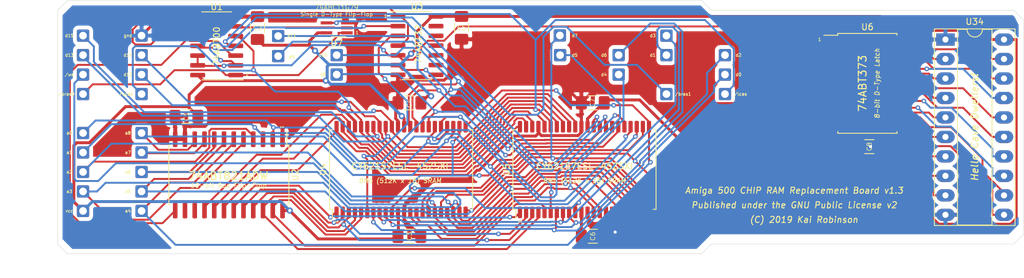
<source format=kicad_pcb>
(kicad_pcb (version 20171130) (host pcbnew "(5.1.2-1)-1")
  (layers (0 F.Cu mixed) (31 B.Cu mixed) (35 F.Paste user) (37 F.SilkS user) (38 B.Mask user) (39 F.Mask user) (44 Edge.Cuts user))
  (net 0 "")
  (net 1 /d0)
  (net 2 /d1)
  (net 3 /d2)
  (net 4 /d3)
  (net 5 /d4)
  (net 6 /d5)
  (net 7 /d6)
  (net 8 /d7)
  (net 9 /_we)
  (net 10 /_bras0)
  (net 11 /a0)
  (net 12 /a1)
  (net 13 /a2)
  (net 14 /a3)
  (net 15 /a4)
  (net 16 /a5)
  (net 17 /a6)
  (net 18 /a7)
  (net 19 /a8)
  (net 20 /_ucas)
  (net 21 /_lcas)
  (net 22 /d8)
  (net 23 /d9)
  (net 24 /d10)
  (net 25 /d11)
  (net 26 /d12)
  (net 27 /d13)
  (net 28 /d14)
  (net 29 /d15)
  (net 30 /_bras1)
  (net 31 /ma0)
  (net 32 /ma1)
  (net 33 /ma2)
  (net 34 /ma3)
  (net 35 /ma4)
  (net 36 /ma5)
  (net 37 /ma6)
  (net 38 /ma7)
  (net 39 /ma8)
  (net 40 /clk)
  (net 41 /_cas)
  (net 42 /_sramce)
  (net 43 /8q)
  (net 44 /8d)
  (net 45 /7d)
  (net 46 /7q)
  (net 47 /6q)
  (net 48 /6d)
  (net 49 /5d)
  (net 50 /5q)
  (net 51 /u34_le)
  (net 52 /4q)
  (net 53 /4d)
  (net 54 /3d)
  (net 55 /3q)
  (net 56 /2q)
  (net 57 /2d)
  (net 58 /bdra9)
  (net 59 /_invbdra9)
  (net 60 "Net-(U2-Pad14)")
  (net 61 /_ceu4)
  (net 62 /_ceu5)
  (net 63 /1d)
  (net 64 GND)
  (net 65 VCC)
  (net 66 /a18)
  (module Connector_PinHeader_2.54mm:PinHeader_1x01_P2.54mm_Vertical (layer F.Cu) (at 150.622 97.282)
    (fp_text reference J28 hide)
    (fp_text value Conn_01x01)
    (pad 1 thru_hole roundrect (at 0 0) (size 1.6 1.6) (drill 1) (layers *.Cu *.Mask) (roundrect_rratio 0.125) (net 15 /a4))
  )
  (module Connector_PinHeader_2.54mm:PinHeader_1x01_P2.54mm_Vertical (layer F.Cu) (at 150.622 94.742)
    (fp_text reference J29 hide)
    (fp_text value Conn_01x01)
    (pad 1 thru_hole roundrect (at 0 0) (size 1.6 1.6) (drill 1) (layers *.Cu *.Mask) (roundrect_rratio 0.125) (net 16 /a5))
  )
  (module Connector_PinHeader_2.54mm:PinHeader_1x01_P2.54mm_Vertical (layer F.Cu) (at 150.622 92.202)
    (fp_text reference J30 hide)
    (fp_text value Conn_01x01)
    (pad 1 thru_hole roundrect (at 0 0) (size 1.6 1.6) (drill 1) (layers *.Cu *.Mask) (roundrect_rratio 0.125) (net 17 /a6))
  )
  (module Connector_PinHeader_2.54mm:PinHeader_1x01_P2.54mm_Vertical (layer F.Cu) (at 150.622 89.662)
    (fp_text reference J31 hide)
    (fp_text value Conn_01x01)
    (pad 1 thru_hole roundrect (at 0 0) (size 1.6 1.6) (drill 1) (layers *.Cu *.Mask) (roundrect_rratio 0.125) (net 18 /a7))
  )
  (module Connector_PinHeader_2.54mm:PinHeader_1x01_P2.54mm_Vertical (layer F.Cu) (at 150.622 87.122)
    (fp_text reference J32 hide)
    (fp_text value Conn_01x01)
    (pad 1 thru_hole roundrect (at 0 0) (size 1.6 1.6) (drill 1) (layers *.Cu *.Mask) (roundrect_rratio 0.125) (net 19 /a8))
  )
  (module Connector_PinHeader_2.54mm:PinHeader_1x01_P2.54mm_Vertical (layer F.Cu) (at 218.948 82.042)
    (fp_text reference J18 hide)
    (fp_text value Conn_01x01 hide)
    (pad 1 thru_hole roundrect (at 0 0) (size 1.6 1.6) (drill 1) (layers *.Cu *.Mask) (roundrect_rratio 0.125) (net 30 /_bras1))
  )
  (module Connector_PinHeader_2.54mm:PinHeader_1x01_P2.54mm_Vertical (layer F.Cu) (at 150.622 82.042)
    (fp_text reference J21 hide)
    (fp_text value Conn_01x01)
    (pad 1 thru_hole roundrect (at 0 0) (size 1.6 1.6) (drill 1) (layers *.Cu *.Mask) (roundrect_rratio 0.125) (net 20 /_ucas))
  )
  (module Connector_PinHeader_2.54mm:PinHeader_1x01_P2.54mm_Vertical (layer F.Cu) (at 226.568 79.502)
    (fp_text reference J1 hide)
    (fp_text value Conn_01x01)
    (pad 1 thru_hole roundrect (at 0 0) (size 1.6 1.6) (drill 1) (layers *.Cu *.Mask) (roundrect_rratio 0.125) (net 1 /d0))
  )
  (module Connector_PinHeader_2.54mm:PinHeader_1x01_P2.54mm_Vertical (layer F.Cu) (at 218.948 76.962)
    (fp_text reference J2 hide)
    (fp_text value Conn_01x01)
    (pad 1 thru_hole roundrect (at 0 0) (size 1.6 1.6) (drill 1) (layers *.Cu *.Mask) (roundrect_rratio 0.125) (net 2 /d1))
  )
  (module Connector_PinHeader_2.54mm:PinHeader_1x01_P2.54mm_Vertical (layer F.Cu) (at 226.568 76.962)
    (fp_text reference J3 hide)
    (fp_text value Conn_01x01)
    (pad 1 thru_hole roundrect (at 0 0) (size 1.6 1.6) (drill 1) (layers *.Cu *.Mask) (roundrect_rratio 0.125) (net 3 /d2))
  )
  (module Connector_PinHeader_2.54mm:PinHeader_1x01_P2.54mm_Vertical (layer F.Cu) (at 218.948 74.422)
    (fp_text reference J4 hide)
    (fp_text value Conn_01x01)
    (pad 1 thru_hole roundrect (at 0 0) (size 1.6 1.6) (drill 1) (layers *.Cu *.Mask) (roundrect_rratio 0.125) (net 4 /d3))
  )
  (module Connector_PinHeader_2.54mm:PinHeader_1x01_P2.54mm_Vertical (layer F.Cu) (at 212.725 79.502)
    (fp_text reference J5 hide)
    (fp_text value Conn_01x01)
    (pad 1 thru_hole roundrect (at 0 0) (size 1.6 1.6) (drill 1) (layers *.Cu *.Mask) (roundrect_rratio 0.125) (net 5 /d4))
  )
  (module Connector_PinHeader_2.54mm:PinHeader_1x01_P2.54mm_Vertical (layer F.Cu) (at 205.105 76.962)
    (fp_text reference J6 hide)
    (fp_text value Conn_01x01)
    (pad 1 thru_hole roundrect (at 0 0) (size 1.6 1.6) (drill 1) (layers *.Cu *.Mask) (roundrect_rratio 0.125) (net 6 /d5))
  )
  (module Connector_PinHeader_2.54mm:PinHeader_1x01_P2.54mm_Vertical (layer F.Cu) (at 212.725 76.962)
    (fp_text reference J7 hide)
    (fp_text value Conn_01x01)
    (pad 1 thru_hole roundrect (at 0 0) (size 1.6 1.6) (drill 1) (layers *.Cu *.Mask) (roundrect_rratio 0.125) (net 7 /d6))
  )
  (module Connector_PinHeader_2.54mm:PinHeader_1x01_P2.54mm_Vertical (layer F.Cu) (at 205.08 74.3966)
    (fp_text reference J8 hide)
    (fp_text value Conn_01x01)
    (pad 1 thru_hole roundrect (at 0 0) (size 1.6 1.6) (drill 1) (layers *.Cu *.Mask) (roundrect_rratio 0.125) (net 8 /d7))
  )
  (module Connector_PinHeader_2.54mm:PinHeader_1x01_P2.54mm_Vertical (layer F.Cu) (at 176.022 79.502)
    (fp_text reference J9 hide)
    (fp_text value Conn_01x01)
    (pad 1 thru_hole roundrect (at 0 0) (size 1.6 1.6) (drill 1) (layers *.Cu *.Mask) (roundrect_rratio 0.125) (net 22 /d8))
  )
  (module Connector_PinHeader_2.54mm:PinHeader_1x01_P2.54mm_Vertical (layer F.Cu) (at 168.402 77.089)
    (fp_text reference J10 hide)
    (fp_text value Conn_01x01)
    (pad 1 thru_hole roundrect (at 0 0) (size 1.6 1.6) (drill 1) (layers *.Cu *.Mask) (roundrect_rratio 0.125) (net 23 /d9))
  )
  (module Connector_PinHeader_2.54mm:PinHeader_1x01_P2.54mm_Vertical (layer F.Cu) (at 176.022 76.962)
    (fp_text reference J11 hide)
    (fp_text value Conn_01x01)
    (pad 1 thru_hole roundrect (at 0 0) (size 1.6 1.6) (drill 1) (layers *.Cu *.Mask) (roundrect_rratio 0.125) (net 24 /d10))
  )
  (module Connector_PinHeader_2.54mm:PinHeader_1x01_P2.54mm_Vertical (layer F.Cu) (at 168.402 74.473)
    (fp_text reference J12 hide)
    (fp_text value Conn_01x01)
    (pad 1 thru_hole roundrect (at 0 0) (size 1.6 1.6) (drill 1) (layers *.Cu *.Mask) (roundrect_rratio 0.125) (net 25 /d11))
  )
  (module Connector_PinHeader_2.54mm:PinHeader_1x01_P2.54mm_Vertical (layer F.Cu) (at 150.622 79.502)
    (fp_text reference J13 hide)
    (fp_text value Conn_01x01)
    (pad 1 thru_hole roundrect (at 0 0) (size 1.6 1.6) (drill 1) (layers *.Cu *.Mask) (roundrect_rratio 0.125) (net 26 /d12))
  )
  (module Connector_PinHeader_2.54mm:PinHeader_1x01_P2.54mm_Vertical (layer F.Cu) (at 143.002 76.962)
    (fp_text reference J14 hide)
    (fp_text value Conn_01x01)
    (pad 1 thru_hole roundrect (at 0 0) (size 1.6 1.6) (drill 1) (layers *.Cu *.Mask) (roundrect_rratio 0.125) (net 27 /d13))
  )
  (module Connector_PinHeader_2.54mm:PinHeader_1x01_P2.54mm_Vertical (layer F.Cu) (at 150.622 76.962)
    (fp_text reference J15 hide)
    (fp_text value Conn_01x01)
    (pad 1 thru_hole roundrect (at 0 0) (size 1.6 1.6) (drill 1) (layers *.Cu *.Mask) (roundrect_rratio 0.125) (net 28 /d14))
  )
  (module Connector_PinHeader_2.54mm:PinHeader_1x01_P2.54mm_Vertical (layer F.Cu) (at 143.002 74.422)
    (fp_text reference J16 hide)
    (fp_text value Conn_01x01)
    (pad 1 thru_hole roundrect (at 0 0) (size 1.6 1.6) (drill 1) (layers *.Cu *.Mask) (roundrect_rratio 0.125) (net 29 /d15))
  )
  (module Connector_PinHeader_2.54mm:PinHeader_1x01_P2.54mm_Vertical (layer F.Cu) (at 143.002 82.042)
    (fp_text reference J17 hide)
    (fp_text value Conn_01x01)
    (pad 1 thru_hole roundrect (at 0 0) (size 1.6 1.6) (drill 1) (layers *.Cu *.Mask) (roundrect_rratio 0.125) (net 10 /_bras0))
  )
  (module Connector_PinHeader_2.54mm:PinHeader_1x01_P2.54mm_Vertical (layer F.Cu) (at 143.002 97.282)
    (fp_text reference J19 hide)
    (fp_text value Conn_01x01)
    (pad 1 thru_hole roundrect (at 0 0) (size 1.6 1.6) (drill 1) (layers *.Cu *.Mask) (roundrect_rratio 0.125) (net 65 VCC))
  )
  (module Connector_PinHeader_2.54mm:PinHeader_1x01_P2.54mm_Vertical (layer F.Cu) (at 150.622 74.422)
    (fp_text reference J20 hide)
    (fp_text value Conn_01x01)
    (pad 1 thru_hole roundrect (at 0 0) (size 1.6 1.6) (drill 1) (layers *.Cu *.Mask) (roundrect_rratio 0.125) (net 64 GND))
  )
  (module Connector_PinHeader_2.54mm:PinHeader_1x01_P2.54mm_Vertical (layer F.Cu) (at 226.568 82.042)
    (fp_text reference J22 hide)
    (fp_text value Conn_01x01)
    (pad 1 thru_hole roundrect (at 0 0) (size 1.6 1.6) (drill 1) (layers *.Cu *.Mask) (roundrect_rratio 0.125) (net 21 /_lcas))
  )
  (module Connector_PinHeader_2.54mm:PinHeader_1x01_P2.54mm_Vertical (layer F.Cu) (at 143.002 79.502)
    (fp_text reference J23 hide)
    (fp_text value Conn_01x01)
    (pad 1 thru_hole roundrect (at 0 0) (size 1.6 1.6) (drill 1) (layers *.Cu *.Mask) (roundrect_rratio 0.125) (net 9 /_we))
  )
  (module Connector_PinHeader_2.54mm:PinHeader_1x01_P2.54mm_Vertical (layer F.Cu) (at 143.002 87.122)
    (fp_text reference J24 hide)
    (fp_text value Conn_01x01)
    (pad 1 thru_hole roundrect (at 0 0) (size 1.6 1.6) (drill 1) (layers *.Cu *.Mask) (roundrect_rratio 0.125) (net 11 /a0))
  )
  (module Connector_PinHeader_2.54mm:PinHeader_1x01_P2.54mm_Vertical (layer F.Cu) (at 143.002 89.662)
    (fp_text reference J25 hide)
    (fp_text value Conn_01x01)
    (pad 1 thru_hole roundrect (at 0 0) (size 1.6 1.6) (drill 1) (layers *.Cu *.Mask) (roundrect_rratio 0.125) (net 12 /a1))
  )
  (module Connector_PinHeader_2.54mm:PinHeader_1x01_P2.54mm_Vertical (layer F.Cu) (at 143.002 92.202)
    (fp_text reference J26 hide)
    (fp_text value Conn_01x01)
    (pad 1 thru_hole roundrect (at 0 0) (size 1.6 1.6) (drill 1) (layers *.Cu *.Mask) (roundrect_rratio 0.125) (net 13 /a2))
  )
  (module Connector_PinHeader_2.54mm:PinHeader_1x01_P2.54mm_Vertical (layer F.Cu) (at 143.002 94.742)
    (fp_text reference J27 hide)
    (fp_text value Conn_01x01)
    (pad 1 thru_hole roundrect (at 0 0) (size 1.6 1.6) (drill 1) (layers *.Cu *.Mask) (roundrect_rratio 0.125) (net 14 /a3))
  )
  (module Package_DIP:DIP-20_W7.62mm_Socket_LongPads (layer F.Cu) (at 255.27 74.93)
    (fp_text reference U34 (at 3.81 -2.33) (layer F.SilkS) (effects (font (size 0.8 0.8) (thickness 0.125))))
    (fp_text value 74LS373)
    (pad 20 thru_hole oval (at 7.62 0) (size 2.4 1.6) (drill 0.8) (layers *.Cu *.Mask) (net 65 VCC))
    (pad 10 thru_hole oval (at 0 22.86) (size 2.4 1.6) (drill 0.8) (layers *.Cu *.Mask) (net 64 GND))
    (pad 19 thru_hole oval (at 7.62 2.54) (size 2.4 1.6) (drill 0.8) (layers *.Cu *.Mask) (net 43 /8q))
    (pad 9 thru_hole oval (at 0 20.32) (size 2.4 1.6) (drill 0.8) (layers *.Cu *.Mask) (net 52 /4q))
    (pad 18 thru_hole oval (at 7.62 5.08) (size 2.4 1.6) (drill 0.8) (layers *.Cu *.Mask) (net 44 /8d))
    (pad 8 thru_hole oval (at 0 17.78) (size 2.4 1.6) (drill 0.8) (layers *.Cu *.Mask) (net 53 /4d))
    (pad 17 thru_hole oval (at 7.62 7.62) (size 2.4 1.6) (drill 0.8) (layers *.Cu *.Mask) (net 45 /7d))
    (pad 7 thru_hole oval (at 0 15.24) (size 2.4 1.6) (drill 0.8) (layers *.Cu *.Mask) (net 54 /3d))
    (pad 16 thru_hole oval (at 7.62 10.16) (size 2.4 1.6) (drill 0.8) (layers *.Cu *.Mask) (net 46 /7q))
    (pad 6 thru_hole oval (at 0 12.7) (size 2.4 1.6) (drill 0.8) (layers *.Cu *.Mask) (net 55 /3q))
    (pad 15 thru_hole oval (at 7.62 12.7) (size 2.4 1.6) (drill 0.8) (layers *.Cu *.Mask) (net 47 /6q))
    (pad 5 thru_hole oval (at 0 10.16) (size 2.4 1.6) (drill 0.8) (layers *.Cu *.Mask) (net 56 /2q))
    (pad 14 thru_hole oval (at 7.62 15.24) (size 2.4 1.6) (drill 0.8) (layers *.Cu *.Mask) (net 48 /6d))
    (pad 4 thru_hole oval (at 0 7.62) (size 2.4 1.6) (drill 0.8) (layers *.Cu *.Mask) (net 57 /2d))
    (pad 13 thru_hole oval (at 7.62 17.78) (size 2.4 1.6) (drill 0.8) (layers *.Cu *.Mask) (net 49 /5d))
    (pad 3 thru_hole oval (at 0 5.08) (size 2.4 1.6) (drill 0.8) (layers *.Cu *.Mask) (net 63 /1d))
    (pad 12 thru_hole oval (at 7.62 20.32) (size 2.4 1.6) (drill 0.8) (layers *.Cu *.Mask) (net 50 /5q))
    (pad 2 thru_hole oval (at 0 2.54) (size 2.4 1.6) (drill 0.8) (layers *.Cu *.Mask) (net 58 /bdra9))
    (pad 11 thru_hole oval (at 7.62 22.86) (size 2.4 1.6) (drill 0.8) (layers *.Cu *.Mask) (net 51 /u34_le))
    (pad 1 thru_hole rect (at 0 0) (size 2.4 1.6) (drill 0.8) (layers *.Cu *.Mask) (net 64 GND))
  )
  (module Package_SO:SOIC-20W_7.5x12.8mm_P1.27mm (layer F.Cu) (at 245.11 80.645)
    (fp_text reference U6 (at 0 -7.35) (layer F.SilkS) (effects (font (size 0.8 0.8) (thickness 0.125))))
    (fp_text value 74ABT373 (at -0.635 0 90) (layer F.SilkS))
    (pad 20 smd roundrect (at 4.65 -5.715) (size 2.05 0.6) (layers F.Cu F.Paste F.Mask) (net 65 VCC))
    (pad 19 smd roundrect (at 4.65 -4.445) (size 2.05 0.6) (layers F.Cu F.Paste F.Mask) (net 43 /8q))
    (pad 18 smd roundrect (at 4.65 -3.175) (size 2.05 0.6) (layers F.Cu F.Paste F.Mask) (net 44 /8d))
    (pad 17 smd roundrect (at 4.65 -1.905) (size 2.05 0.6) (layers F.Cu F.Paste F.Mask) (net 45 /7d))
    (pad 16 smd roundrect (at 4.65 -0.635) (size 2.05 0.6) (layers F.Cu F.Paste F.Mask) (net 46 /7q))
    (pad 15 smd roundrect (at 4.65 0.635) (size 2.05 0.6) (layers F.Cu F.Paste F.Mask) (net 47 /6q))
    (pad 14 smd roundrect (at 4.65 1.905) (size 2.05 0.6) (layers F.Cu F.Paste F.Mask) (net 48 /6d))
    (pad 13 smd roundrect (at 4.65 3.175) (size 2.05 0.6) (layers F.Cu F.Paste F.Mask) (net 49 /5d))
    (pad 12 smd roundrect (at 4.65 4.445) (size 2.05 0.6) (layers F.Cu F.Paste F.Mask) (net 50 /5q))
    (pad 11 smd roundrect (at 4.65 5.715) (size 2.05 0.6) (layers F.Cu F.Paste F.Mask) (net 51 /u34_le))
    (pad 10 smd roundrect (at -4.65 5.715) (size 2.05 0.6) (layers F.Cu F.Paste F.Mask) (net 64 GND))
    (pad 9 smd roundrect (at -4.65 4.445) (size 2.05 0.6) (layers F.Cu F.Paste F.Mask) (net 52 /4q))
    (pad 8 smd roundrect (at -4.65 3.175) (size 2.05 0.6) (layers F.Cu F.Paste F.Mask) (net 53 /4d))
    (pad 7 smd roundrect (at -4.65 1.905) (size 2.05 0.6) (layers F.Cu F.Paste F.Mask) (net 54 /3d))
    (pad 6 smd roundrect (at -4.65 0.635) (size 2.05 0.6) (layers F.Cu F.Paste F.Mask) (net 55 /3q))
    (pad 5 smd roundrect (at -4.65 -0.635) (size 2.05 0.6) (layers F.Cu F.Paste F.Mask) (net 56 /2q))
    (pad 4 smd roundrect (at -4.65 -1.905) (size 2.05 0.6) (layers F.Cu F.Paste F.Mask) (net 57 /2d))
    (pad 3 smd roundrect (at -4.65 -3.175) (size 2.05 0.6) (layers F.Cu F.Paste F.Mask) (net 63 /1d))
    (pad 2 smd roundrect (at -4.65 -4.445) (size 2.05 0.6) (layers F.Cu F.Paste F.Mask) (net 58 /bdra9))
    (pad 1 smd roundrect (at -4.65 -5.715) (size 2.05 0.6) (layers F.Cu F.Paste F.Mask) (net 64 GND))
  )
  (module Package_SO:SOIC-24W_7.5x15.4mm_P1.27mm (layer F.Cu) (at 161.988 92.583 270)
    (fp_text reference U2 (at 0 -8.65 90) (layer F.SilkS) (effects (font (size 0.8 0.8) (thickness 0.125))))
    (fp_text value 74ABT821ADW (at 0.127 0.0635) (layer F.SilkS))
    (pad 24 smd roundrect (at 4.65 -6.985 270) (size 2.05 0.6) (layers F.Cu F.Paste F.Mask) (net 65 VCC))
    (pad 23 smd roundrect (at 4.65 -5.715 270) (size 2.05 0.6) (layers F.Cu F.Paste F.Mask) (net 31 /ma0))
    (pad 22 smd roundrect (at 4.65 -4.445 270) (size 2.05 0.6) (layers F.Cu F.Paste F.Mask) (net 32 /ma1))
    (pad 21 smd roundrect (at 4.65 -3.175 270) (size 2.05 0.6) (layers F.Cu F.Paste F.Mask) (net 33 /ma2))
    (pad 20 smd roundrect (at 4.65 -1.905 270) (size 2.05 0.6) (layers F.Cu F.Paste F.Mask) (net 34 /ma3))
    (pad 19 smd roundrect (at 4.65 -0.635 270) (size 2.05 0.6) (layers F.Cu F.Paste F.Mask) (net 35 /ma4))
    (pad 18 smd roundrect (at 4.65 0.635 270) (size 2.05 0.6) (layers F.Cu F.Paste F.Mask) (net 36 /ma5))
    (pad 17 smd roundrect (at 4.65 1.905 270) (size 2.05 0.6) (layers F.Cu F.Paste F.Mask) (net 37 /ma6))
    (pad 16 smd roundrect (at 4.65 3.175 270) (size 2.05 0.6) (layers F.Cu F.Paste F.Mask) (net 38 /ma7))
    (pad 15 smd roundrect (at 4.65 4.445 270) (size 2.05 0.6) (layers F.Cu F.Paste F.Mask) (net 39 /ma8))
    (pad 14 smd roundrect (at 4.65 5.715 270) (size 2.05 0.6) (layers F.Cu F.Paste F.Mask) (net 60 "Net-(U2-Pad14)"))
    (pad 13 smd roundrect (at 4.65 6.985 270) (size 2.05 0.6) (layers F.Cu F.Paste F.Mask) (net 40 /clk))
    (pad 12 smd roundrect (at -4.65 6.985 270) (size 2.05 0.6) (layers F.Cu F.Paste F.Mask) (net 64 GND))
    (pad 11 smd roundrect (at -4.65 5.715 270) (size 2.05 0.6) (layers F.Cu F.Paste F.Mask) (net 64 GND))
    (pad 10 smd roundrect (at -4.65 4.445 270) (size 2.05 0.6) (layers F.Cu F.Paste F.Mask) (net 19 /a8))
    (pad 9 smd roundrect (at -4.65 3.175 270) (size 2.05 0.6) (layers F.Cu F.Paste F.Mask) (net 18 /a7))
    (pad 8 smd roundrect (at -4.65 1.905 270) (size 2.05 0.6) (layers F.Cu F.Paste F.Mask) (net 17 /a6))
    (pad 7 smd roundrect (at -4.65 0.635 270) (size 2.05 0.6) (layers F.Cu F.Paste F.Mask) (net 16 /a5))
    (pad 6 smd roundrect (at -4.65 -0.635 270) (size 2.05 0.6) (layers F.Cu F.Paste F.Mask) (net 15 /a4))
    (pad 5 smd roundrect (at -4.65 -1.905 270) (size 2.05 0.6) (layers F.Cu F.Paste F.Mask) (net 14 /a3))
    (pad 4 smd roundrect (at -4.65 -3.175 270) (size 2.05 0.6) (layers F.Cu F.Paste F.Mask) (net 13 /a2))
    (pad 3 smd roundrect (at -4.65 -4.445 270) (size 2.05 0.6) (layers F.Cu F.Paste F.Mask) (net 12 /a1))
    (pad 2 smd roundrect (at -4.65 -5.715 270) (size 2.05 0.6) (layers F.Cu F.Paste F.Mask) (net 11 /a0))
    (pad 1 smd roundrect (at -4.65 -6.985 270) (size 2.05 0.6) (layers F.Cu F.Paste F.Mask) (net 64 GND))
  )
  (module Capacitor_SMD:C_1206_3216Metric_Pad1.42x1.75mm_HandSolder (layer F.Cu) (at 156.464 84.963 180)
    (fp_text reference C1 (at 0 0 90) (layer F.SilkS) (effects (font (size 0.6 0.6) (thickness 0.075))))
    (fp_text value 0.1uF)
    (pad 2 smd roundrect (at 1.4875 0 180) (size 1.425 1.75) (layers F.Cu F.Paste F.Mask) (roundrect_rratio 0.175439) (net 64 GND))
    (pad 1 smd roundrect (at -1.4875 0 180) (size 1.425 1.75) (layers F.Cu F.Paste F.Mask) (roundrect_rratio 0.175439) (net 65 VCC))
  )
  (module Capacitor_SMD:C_1206_3216Metric_Pad1.42x1.75mm_HandSolder (layer F.Cu) (at 165.722 73.4314 90)
    (fp_text reference C2 (at 0 0) (layer F.SilkS) (effects (font (size 0.6 0.6) (thickness 0.075))))
    (fp_text value 0.1uF)
    (pad 2 smd roundrect (at 1.4875 0 90) (size 1.425 1.75) (layers F.Cu F.Paste F.Mask) (roundrect_rratio 0.175439) (net 64 GND))
    (pad 1 smd roundrect (at -1.4875 0 90) (size 1.425 1.75) (layers F.Cu F.Paste F.Mask) (roundrect_rratio 0.175439) (net 65 VCC))
  )
  (module Capacitor_SMD:C_1206_3216Metric_Pad1.42x1.75mm_HandSolder (layer F.Cu) (at 185.484 100.584)
    (fp_text reference C3 (at 0 0 90) (layer F.SilkS) (effects (font (size 0.6 0.6) (thickness 0.075))))
    (fp_text value 0.1uF)
    (pad 2 smd roundrect (at 1.4875 0) (size 1.425 1.75) (layers F.Cu F.Paste F.Mask) (roundrect_rratio 0.175439) (net 64 GND))
    (pad 1 smd roundrect (at -1.4875 0) (size 1.425 1.75) (layers F.Cu F.Paste F.Mask) (roundrect_rratio 0.175439) (net 65 VCC))
  )
  (module Package_SO:SOIC-14_3.9x8.7mm_P1.27mm (layer F.Cu) (at 160.401 75.7555 180)
    (fp_text reference U1 (at 0 5.08) (layer F.SilkS) (effects (font (size 0.8 0.8) (thickness 0.125))))
    (fp_text value 74ABT00 (at 0 -0.0635 90) (layer F.SilkS) (effects (font (size 0.8 0.8) (thickness 0.125))))
    (pad 14 smd roundrect (at 2.475 -3.81 180) (size 1.95 0.6) (layers F.Cu F.Paste F.Mask) (net 65 VCC))
    (pad 13 smd roundrect (at 2.475 -2.54 180) (size 1.95 0.6) (layers F.Cu F.Paste F.Mask) (net 58 /bdra9))
    (pad 12 smd roundrect (at 2.475 -1.27 180) (size 1.95 0.6) (layers F.Cu F.Paste F.Mask) (net 58 /bdra9))
    (pad 11 smd roundrect (at 2.475 0 180) (size 1.95 0.6) (layers F.Cu F.Paste F.Mask) (net 59 /_invbdra9))
    (pad 10 smd roundrect (at 2.475 1.27 180) (size 1.95 0.6) (layers F.Cu F.Paste F.Mask) (net 41 /_cas))
    (pad 9 smd roundrect (at 2.475 2.54 180) (size 1.95 0.6) (layers F.Cu F.Paste F.Mask) (net 40 /clk))
    (pad 8 smd roundrect (at 2.475 3.81 180) (size 1.95 0.6) (layers F.Cu F.Paste F.Mask) (net 42 /_sramce))
    (pad 7 smd roundrect (at -2.475 3.81 180) (size 1.95 0.6) (layers F.Cu F.Paste F.Mask) (net 64 GND))
    (pad 6 smd roundrect (at -2.475 2.54 180) (size 1.95 0.6) (layers F.Cu F.Paste F.Mask) (net 41 /_cas))
    (pad 5 smd roundrect (at -2.475 1.27 180) (size 1.95 0.6) (layers F.Cu F.Paste F.Mask) (net 20 /_ucas))
    (pad 4 smd roundrect (at -2.475 0 180) (size 1.95 0.6) (layers F.Cu F.Paste F.Mask) (net 21 /_lcas))
    (pad 3 smd roundrect (at -2.475 -1.27 180) (size 1.95 0.6) (layers F.Cu F.Paste F.Mask) (net 40 /clk))
    (pad 2 smd roundrect (at -2.475 -2.54 180) (size 1.95 0.6) (layers F.Cu F.Paste F.Mask) (net 30 /_bras1))
    (pad 1 smd roundrect (at -2.475 -3.81 180) (size 1.95 0.6) (layers F.Cu F.Paste F.Mask) (net 10 /_bras0))
  )
  (module Capacitor_SMD:C_1206_3216Metric_Pad1.42x1.75mm_HandSolder (layer F.Cu) (at 185.496 83.185 180)
    (fp_text reference C4 (at 0 -0.0635 90) (layer F.SilkS) (effects (font (size 0.6 0.6) (thickness 0.075))))
    (fp_text value 0.1uF)
    (pad 2 smd roundrect (at 1.4875 0 180) (size 1.425 1.75) (layers F.Cu F.Paste F.Mask) (roundrect_rratio 0.175439) (net 64 GND))
    (pad 1 smd roundrect (at -1.4875 0 180) (size 1.425 1.75) (layers F.Cu F.Paste F.Mask) (roundrect_rratio 0.175439) (net 65 VCC))
  )
  (module Capacitor_SMD:C_1206_3216Metric_Pad1.42x1.75mm_HandSolder (layer F.Cu) (at 192.278 73.406 270)
    (fp_text reference C5 (at 0 0 180) (layer F.SilkS) (effects (font (size 0.6 0.6) (thickness 0.075))))
    (fp_text value 0.1uF)
    (pad 2 smd roundrect (at 1.4875 0 270) (size 1.425 1.75) (layers F.Cu F.Paste F.Mask) (roundrect_rratio 0.175439) (net 64 GND))
    (pad 1 smd roundrect (at -1.4875 0 270) (size 1.425 1.75) (layers F.Cu F.Paste F.Mask) (roundrect_rratio 0.175439) (net 65 VCC))
  )
  (module Capacitor_SMD:C_1206_3216Metric_Pad1.42x1.75mm_HandSolder (layer F.Cu) (at 209.36 100.584)
    (fp_text reference C6 (at 0 0 90) (layer F.SilkS) (effects (font (size 0.6 0.6) (thickness 0.075))))
    (fp_text value 0.1uF)
    (pad 2 smd roundrect (at 1.4875 0) (size 1.425 1.75) (layers F.Cu F.Paste F.Mask) (roundrect_rratio 0.175439) (net 64 GND))
    (pad 1 smd roundrect (at -1.4875 0) (size 1.425 1.75) (layers F.Cu F.Paste F.Mask) (roundrect_rratio 0.175439) (net 65 VCC))
  )
  (module Capacitor_SMD:C_1206_3216Metric_Pad1.42x1.75mm_HandSolder (layer F.Cu) (at 209.36 83.185 180)
    (fp_text reference C7 (at 0.0254 0 90) (layer F.SilkS) (effects (font (size 0.6 0.6) (thickness 0.075))))
    (fp_text value 0.1uF)
    (pad 2 smd roundrect (at 1.4875 0 180) (size 1.425 1.75) (layers F.Cu F.Paste F.Mask) (roundrect_rratio 0.175439) (net 64 GND))
    (pad 1 smd roundrect (at -1.4875 0 180) (size 1.425 1.75) (layers F.Cu F.Paste F.Mask) (roundrect_rratio 0.175439) (net 65 VCC))
  )
  (module Capacitor_SMD:C_1206_3216Metric_Pad1.42x1.75mm_HandSolder (layer F.Cu) (at 245.364 88.9 180)
    (fp_text reference C8 (at 0 0 90) (layer F.SilkS) (effects (font (size 0.6 0.6) (thickness 0.075))))
    (fp_text value 0.1uF)
    (pad 1 smd roundrect (at -1.4875 0 180) (size 1.425 1.75) (layers F.Cu F.Paste F.Mask) (roundrect_rratio 0.175439) (net 65 VCC))
    (pad 2 smd roundrect (at 1.4875 0 180) (size 1.425 1.75) (layers F.Cu F.Paste F.Mask) (roundrect_rratio 0.175439) (net 64 GND))
  )
  (module Package_SO:SOIC-14_3.9x8.7mm_P1.27mm (layer F.Cu) (at 186.477 75.7225)
    (fp_text reference U3 (at 0 -5.11048) (layer F.SilkS) (effects (font (size 0.8 0.8) (thickness 0.125))))
    (fp_text value 74ABT32)
    (pad 1 smd roundrect (at -2.475 -3.81) (size 1.95 0.6) (layers F.Cu F.Paste F.Mask) (net 42 /_sramce))
    (pad 2 smd roundrect (at -2.475 -2.54) (size 1.95 0.6) (layers F.Cu F.Paste F.Mask) (net 59 /_invbdra9))
    (pad 3 smd roundrect (at -2.475 -1.27) (size 1.95 0.6) (layers F.Cu F.Paste F.Mask) (net 61 /_ceu4))
    (pad 4 smd roundrect (at -2.475 0) (size 1.95 0.6) (layers F.Cu F.Paste F.Mask) (net 42 /_sramce))
    (pad 5 smd roundrect (at -2.475 1.27) (size 1.95 0.6) (layers F.Cu F.Paste F.Mask) (net 58 /bdra9))
    (pad 6 smd roundrect (at -2.475 2.54) (size 1.95 0.6) (layers F.Cu F.Paste F.Mask) (net 62 /_ceu5))
    (pad 7 smd roundrect (at -2.475 3.81) (size 1.95 0.6) (layers F.Cu F.Paste F.Mask) (net 64 GND))
    (pad 8 smd roundrect (at 2.475 3.81) (size 1.95 0.6) (layers F.Cu F.Paste F.Mask))
    (pad 9 smd roundrect (at 2.475 2.54) (size 1.95 0.6) (layers F.Cu F.Paste F.Mask))
    (pad 10 smd roundrect (at 2.475 1.27) (size 1.95 0.6) (layers F.Cu F.Paste F.Mask))
    (pad 11 smd roundrect (at 2.475 0) (size 1.95 0.6) (layers F.Cu F.Paste F.Mask))
    (pad 12 smd roundrect (at 2.475 -1.27) (size 1.95 0.6) (layers F.Cu F.Paste F.Mask))
    (pad 13 smd roundrect (at 2.475 -2.54) (size 1.95 0.6) (layers F.Cu F.Paste F.Mask))
    (pad 14 smd roundrect (at 2.475 -3.81) (size 1.95 0.6) (layers F.Cu F.Paste F.Mask) (net 65 VCC))
  )
  (module Package_SO:TSOP-II-44_10.16x18.41mm_P0.8mm_copy (layer F.Cu) (at 184.404 91.8845 90)
    (fp_text reference U4 (at 0 -10.16 90) (layer F.SilkS) (effects (font (size 0.8 0.8) (thickness 0.125))))
    (fp_text value CY62157ESL-45ZSXI)
    (pad 44 smd roundrect (at 5.5875 -8.4 90) (size 1.525 0.55) (layers F.Cu F.Paste F.Mask) (net 36 /ma5))
    (pad 43 smd roundrect (at 5.5875 -7.6 90) (size 1.525 0.55) (layers F.Cu F.Paste F.Mask) (net 37 /ma6))
    (pad 42 smd roundrect (at 5.5875 -6.8 90) (size 1.525 0.55) (layers F.Cu F.Paste F.Mask) (net 38 /ma7))
    (pad 41 smd roundrect (at 5.5875 -6 90) (size 1.525 0.55) (layers F.Cu F.Paste F.Mask) (net 64 GND))
    (pad 40 smd roundrect (at 5.5875 -5.2 90) (size 1.525 0.55) (layers F.Cu F.Paste F.Mask) (net 20 /_ucas))
    (pad 39 smd roundrect (at 5.5875 -4.4 90) (size 1.525 0.55) (layers F.Cu F.Paste F.Mask) (net 21 /_lcas))
    (pad 38 smd roundrect (at 5.5875 -3.6 90) (size 1.525 0.55) (layers F.Cu F.Paste F.Mask) (net 29 /d15))
    (pad 37 smd roundrect (at 5.5875 -2.8 90) (size 1.525 0.55) (layers F.Cu F.Paste F.Mask) (net 28 /d14))
    (pad 36 smd roundrect (at 5.5875 -2 90) (size 1.525 0.55) (layers F.Cu F.Paste F.Mask) (net 27 /d13))
    (pad 35 smd roundrect (at 5.5875 -1.2 90) (size 1.525 0.55) (layers F.Cu F.Paste F.Mask) (net 26 /d12))
    (pad 34 smd roundrect (at 5.5875 -0.4 90) (size 1.525 0.55) (layers F.Cu F.Paste F.Mask) (net 64 GND))
    (pad 33 smd roundrect (at 5.5875 0.4 90) (size 1.525 0.55) (layers F.Cu F.Paste F.Mask) (net 65 VCC))
    (pad 32 smd roundrect (at 5.5875 1.2 90) (size 1.525 0.55) (layers F.Cu F.Paste F.Mask) (net 25 /d11))
    (pad 31 smd roundrect (at 5.5875 2 90) (size 1.525 0.55) (layers F.Cu F.Paste F.Mask) (net 24 /d10))
    (pad 30 smd roundrect (at 5.5875 2.8 90) (size 1.525 0.55) (layers F.Cu F.Paste F.Mask) (net 23 /d9))
    (pad 29 smd roundrect (at 5.5875 3.6 90) (size 1.525 0.55) (layers F.Cu F.Paste F.Mask) (net 22 /d8))
    (pad 28 smd roundrect (at 5.5875 4.4 90) (size 1.525 0.55) (layers F.Cu F.Paste F.Mask) (net 19 /a8))
    (pad 27 smd roundrect (at 5.5875 5.2 90) (size 1.525 0.55) (layers F.Cu F.Paste F.Mask) (net 11 /a0))
    (pad 26 smd roundrect (at 5.5875 6 90) (size 1.525 0.55) (layers F.Cu F.Paste F.Mask) (net 12 /a1))
    (pad 25 smd roundrect (at 5.5875 6.8 90) (size 1.525 0.55) (layers F.Cu F.Paste F.Mask) (net 13 /a2))
    (pad 24 smd roundrect (at 5.5875 7.6 90) (size 1.525 0.55) (layers F.Cu F.Paste F.Mask) (net 14 /a3))
    (pad 23 smd roundrect (at 5.5875 8.4 90) (size 1.525 0.55) (layers F.Cu F.Paste F.Mask) (net 15 /a4))
    (pad 22 smd roundrect (at -5.5875 8.4 90) (size 1.525 0.55) (layers F.Cu F.Paste F.Mask) (net 16 /a5))
    (pad 21 smd roundrect (at -5.5875 7.6 90) (size 1.525 0.55) (layers F.Cu F.Paste F.Mask) (net 17 /a6))
    (pad 20 smd roundrect (at -5.5875 6.8 90) (size 1.525 0.55) (layers F.Cu F.Paste F.Mask) (net 18 /a7))
    (pad 19 smd roundrect (at -5.5875 6 90) (size 1.525 0.55) (layers F.Cu F.Paste F.Mask) (net 19 /a8))
    (pad 18 smd roundrect (at -5.5875 5.2 90) (size 1.525 0.55) (layers F.Cu F.Paste F.Mask) (net 66 /a18))
    (pad 17 smd roundrect (at -5.5875 4.4 90) (size 1.525 0.55) (layers F.Cu F.Paste F.Mask) (net 9 /_we))
    (pad 16 smd roundrect (at -5.5875 3.6 90) (size 1.525 0.55) (layers F.Cu F.Paste F.Mask) (net 8 /d7))
    (pad 15 smd roundrect (at -5.5875 2.8 90) (size 1.525 0.55) (layers F.Cu F.Paste F.Mask) (net 7 /d6))
    (pad 14 smd roundrect (at -5.5875 2 90) (size 1.525 0.55) (layers F.Cu F.Paste F.Mask) (net 6 /d5))
    (pad 13 smd roundrect (at -5.5875 1.2 90) (size 1.525 0.55) (layers F.Cu F.Paste F.Mask) (net 5 /d4))
    (pad 12 smd roundrect (at -5.5875 0.4 90) (size 1.525 0.55) (layers F.Cu F.Paste F.Mask) (net 64 GND))
    (pad 11 smd roundrect (at -5.5875 -0.4 90) (size 1.525 0.55) (layers F.Cu F.Paste F.Mask) (net 65 VCC))
    (pad 10 smd roundrect (at -5.5875 -1.2 90) (size 1.525 0.55) (layers F.Cu F.Paste F.Mask) (net 4 /d3))
    (pad 9 smd roundrect (at -5.5875 -2 90) (size 1.525 0.55) (layers F.Cu F.Paste F.Mask) (net 3 /d2))
    (pad 8 smd roundrect (at -5.5875 -2.8 90) (size 1.525 0.55) (layers F.Cu F.Paste F.Mask) (net 2 /d1))
    (pad 7 smd roundrect (at -5.5875 -3.6 90) (size 1.525 0.55) (layers F.Cu F.Paste F.Mask) (net 1 /d0))
    (pad 6 smd roundrect (at -5.5875 -4.4 90) (size 1.525 0.55) (layers F.Cu F.Paste F.Mask) (net 61 /_ceu4))
    (pad 5 smd roundrect (at -5.5875 -5.2 90) (size 1.525 0.55) (layers F.Cu F.Paste F.Mask) (net 31 /ma0))
    (pad 4 smd roundrect (at -5.5875 -6 90) (size 1.525 0.55) (layers F.Cu F.Paste F.Mask) (net 32 /ma1))
    (pad 3 smd roundrect (at -5.5875 -6.8 90) (size 1.525 0.55) (layers F.Cu F.Paste F.Mask) (net 33 /ma2))
    (pad 2 smd roundrect (at -5.5875 -7.6 90) (size 1.525 0.55) (layers F.Cu F.Paste F.Mask) (net 34 /ma3))
    (pad 1 smd roundrect (at -5.5875 -8.4 90) (size 1.525 0.55) (layers F.Cu F.Paste F.Mask) (net 35 /ma4))
  )
  (module Package_SO:TSOP-II-44_10.16x18.41mm_P0.8mm_copy (layer F.Cu) (at 208.28 91.8845 90)
    (fp_text reference U5 (at 0 -10.16 90) (layer F.SilkS) (effects (font (size 0.8 0.8) (thickness 0.125))))
    (fp_text value CY62157ESL-45ZSXI)
    (pad 1 smd roundrect (at -5.5875 -8.4 90) (size 1.525 0.55) (layers F.Cu F.Paste F.Mask) (net 35 /ma4))
    (pad 2 smd roundrect (at -5.5875 -7.6 90) (size 1.525 0.55) (layers F.Cu F.Paste F.Mask) (net 34 /ma3))
    (pad 3 smd roundrect (at -5.5875 -6.8 90) (size 1.525 0.55) (layers F.Cu F.Paste F.Mask) (net 33 /ma2))
    (pad 4 smd roundrect (at -5.5875 -6 90) (size 1.525 0.55) (layers F.Cu F.Paste F.Mask) (net 32 /ma1))
    (pad 5 smd roundrect (at -5.5875 -5.2 90) (size 1.525 0.55) (layers F.Cu F.Paste F.Mask) (net 31 /ma0))
    (pad 6 smd roundrect (at -5.5875 -4.4 90) (size 1.525 0.55) (layers F.Cu F.Paste F.Mask) (net 62 /_ceu5))
    (pad 7 smd roundrect (at -5.5875 -3.6 90) (size 1.525 0.55) (layers F.Cu F.Paste F.Mask) (net 1 /d0))
    (pad 8 smd roundrect (at -5.5875 -2.8 90) (size 1.525 0.55) (layers F.Cu F.Paste F.Mask) (net 2 /d1))
    (pad 9 smd roundrect (at -5.5875 -2 90) (size 1.525 0.55) (layers F.Cu F.Paste F.Mask) (net 3 /d2))
    (pad 10 smd roundrect (at -5.5875 -1.2 90) (size 1.525 0.55) (layers F.Cu F.Paste F.Mask) (net 4 /d3))
    (pad 11 smd roundrect (at -5.5875 -0.4 90) (size 1.525 0.55) (layers F.Cu F.Paste F.Mask) (net 65 VCC))
    (pad 12 smd roundrect (at -5.5875 0.4 90) (size 1.525 0.55) (layers F.Cu F.Paste F.Mask) (net 64 GND))
    (pad 13 smd roundrect (at -5.5875 1.2 90) (size 1.525 0.55) (layers F.Cu F.Paste F.Mask) (net 5 /d4))
    (pad 14 smd roundrect (at -5.5875 2 90) (size 1.525 0.55) (layers F.Cu F.Paste F.Mask) (net 6 /d5))
    (pad 15 smd roundrect (at -5.5875 2.8 90) (size 1.525 0.55) (layers F.Cu F.Paste F.Mask) (net 7 /d6))
    (pad 16 smd roundrect (at -5.5875 3.6 90) (size 1.525 0.55) (layers F.Cu F.Paste F.Mask) (net 8 /d7))
    (pad 17 smd roundrect (at -5.5875 4.4 90) (size 1.525 0.55) (layers F.Cu F.Paste F.Mask) (net 9 /_we))
    (pad 18 smd roundrect (at -5.5875 5.2 90) (size 1.525 0.55) (layers F.Cu F.Paste F.Mask) (net 66 /a18))
    (pad 19 smd roundrect (at -5.5875 6 90) (size 1.525 0.55) (layers F.Cu F.Paste F.Mask) (net 19 /a8))
    (pad 20 smd roundrect (at -5.5875 6.8 90) (size 1.525 0.55) (layers F.Cu F.Paste F.Mask) (net 18 /a7))
    (pad 21 smd roundrect (at -5.5875 7.6 90) (size 1.525 0.55) (layers F.Cu F.Paste F.Mask) (net 17 /a6))
    (pad 22 smd roundrect (at -5.5875 8.4 90) (size 1.525 0.55) (layers F.Cu F.Paste F.Mask) (net 16 /a5))
    (pad 23 smd roundrect (at 5.5875 8.4 90) (size 1.525 0.55) (layers F.Cu F.Paste F.Mask) (net 15 /a4))
    (pad 24 smd roundrect (at 5.5875 7.6 90) (size 1.525 0.55) (layers F.Cu F.Paste F.Mask) (net 14 /a3))
    (pad 25 smd roundrect (at 5.5875 6.8 90) (size 1.525 0.55) (layers F.Cu F.Paste F.Mask) (net 13 /a2))
    (pad 26 smd roundrect (at 5.5875 6 90) (size 1.525 0.55) (layers F.Cu F.Paste F.Mask) (net 12 /a1))
    (pad 27 smd roundrect (at 5.5875 5.2 90) (size 1.525 0.55) (layers F.Cu F.Paste F.Mask) (net 11 /a0))
    (pad 28 smd roundrect (at 5.5875 4.4 90) (size 1.525 0.55) (layers F.Cu F.Paste F.Mask) (net 19 /a8))
    (pad 29 smd roundrect (at 5.5875 3.6 90) (size 1.525 0.55) (layers F.Cu F.Paste F.Mask) (net 22 /d8))
    (pad 30 smd roundrect (at 5.5875 2.8 90) (size 1.525 0.55) (layers F.Cu F.Paste F.Mask) (net 23 /d9))
    (pad 31 smd roundrect (at 5.5875 2 90) (size 1.525 0.55) (layers F.Cu F.Paste F.Mask) (net 24 /d10))
    (pad 32 smd roundrect (at 5.5875 1.2 90) (size 1.525 0.55) (layers F.Cu F.Paste F.Mask) (net 25 /d11))
    (pad 33 smd roundrect (at 5.5875 0.4 90) (size 1.525 0.55) (layers F.Cu F.Paste F.Mask) (net 65 VCC))
    (pad 34 smd roundrect (at 5.5875 -0.4 90) (size 1.525 0.55) (layers F.Cu F.Paste F.Mask) (net 64 GND))
    (pad 35 smd roundrect (at 5.5875 -1.2 90) (size 1.525 0.55) (layers F.Cu F.Paste F.Mask) (net 26 /d12))
    (pad 36 smd roundrect (at 5.5875 -2 90) (size 1.525 0.55) (layers F.Cu F.Paste F.Mask) (net 27 /d13))
    (pad 37 smd roundrect (at 5.5875 -2.8 90) (size 1.525 0.55) (layers F.Cu F.Paste F.Mask) (net 28 /d14))
    (pad 38 smd roundrect (at 5.5875 -3.6 90) (size 1.525 0.55) (layers F.Cu F.Paste F.Mask) (net 29 /d15))
    (pad 39 smd roundrect (at 5.5875 -4.4 90) (size 1.525 0.55) (layers F.Cu F.Paste F.Mask) (net 21 /_lcas))
    (pad 40 smd roundrect (at 5.5875 -5.2 90) (size 1.525 0.55) (layers F.Cu F.Paste F.Mask) (net 20 /_ucas))
    (pad 41 smd roundrect (at 5.5875 -6 90) (size 1.525 0.55) (layers F.Cu F.Paste F.Mask) (net 64 GND))
    (pad 42 smd roundrect (at 5.5875 -6.8 90) (size 1.525 0.55) (layers F.Cu F.Paste F.Mask) (net 38 /ma7))
    (pad 43 smd roundrect (at 5.5875 -7.6 90) (size 1.525 0.55) (layers F.Cu F.Paste F.Mask) (net 37 /ma6))
    (pad 44 smd roundrect (at 5.5875 -8.4 90) (size 1.525 0.55) (layers F.Cu F.Paste F.Mask) (net 36 /ma5))
  )
  (module Package_TO_SOT_SMD:SOT-353_SC-70-5_Handsoldering (layer F.Cu) (at 176.022 73.406 180)
    (fp_text reference U7 (at 0 -2) (layer F.SilkS) (effects (font (size 0.8 0.8) (thickness 0.125))))
    (fp_text value 74AHCT1G79)
    (pad 1 smd rect (at -1.33 -0.65 180) (size 1.5 0.4) (layers F.Cu F.Paste F.Mask) (net 10 /_bras0))
    (pad 2 smd rect (at -1.33 0 180) (size 1.5 0.4) (layers F.Cu F.Paste F.Mask) (net 41 /_cas))
    (pad 3 smd rect (at -1.33 0.65 180) (size 1.5 0.4) (layers F.Cu F.Paste F.Mask) (net 64 GND))
    (pad 4 smd rect (at 1.33 0.65 180) (size 1.5 0.4) (layers F.Cu F.Paste F.Mask) (net 66 /a18))
    (pad 5 smd rect (at 1.33 -0.65 180) (size 1.5 0.4) (layers F.Cu F.Paste F.Mask) (net 65 VCC))
  )
  (gr_line (start 139.7 101.6) (end 139.7 100.33) (layer Edge.Cuts) (width 0.05))
  (gr_line (start 140.97 102.87) (end 139.7 101.6) (layer Edge.Cuts) (width 0.05))
  (gr_line (start 156.21 102.87) (end 140.97 102.87) (layer Edge.Cuts) (width 0.05))
  (gr_line (start 139.7 71.12) (end 139.7 72.39) (layer Edge.Cuts) (width 0.05))
  (gr_line (start 140.97 69.85) (end 139.7 71.12) (layer Edge.Cuts) (width 0.05))
  (gr_line (start 156.21 69.85) (end 140.97 69.85) (layer Edge.Cuts) (width 0.05))
  (gr_text "Single D-Type Flip-Flop" (at 176.022 71.628) (layer F.SilkS) (effects (font (size 0.5 0.5) (thickness 0.075))))
  (gr_text 1 (at 178.689 74.041) (layer F.SilkS) (effects (font (size 0.4 0.4) (thickness 0.075))))
  (gr_text 74AHCT1G79 (at 176.022 70.739) (layer F.SilkS) (effects (font (size 0.6 0.6) (thickness 0.075))))
  (gr_line (start 224.79 71.12) (end 264.16 71.12) (layer Edge.Cuts) (width 0.05))
  (gr_line (start 223.52 69.85) (end 224.79 71.12) (layer Edge.Cuts) (width 0.05))
  (gr_line (start 156.21 69.85) (end 223.52 69.85) (layer Edge.Cuts) (width 0.05))
  (gr_line (start 224.79 101.6) (end 264.16 101.6) (layer Edge.Cuts) (width 0.05))
  (gr_line (start 223.52 102.87) (end 224.79 101.6) (layer Edge.Cuts) (width 0.05))
  (gr_line (start 156.21 102.87) (end 223.52 102.87) (layer Edge.Cuts) (width 0.05))
  (gr_text CY62157ESL-45ZSXI (at 184.277 91.44) (layer F.SilkS) (effects (font (size 0.8 0.8) (thickness 0.125))))
  (gr_text CY62157ESL-45ZSXI (at 208.28 91.44) (layer F.SilkS) (effects (font (size 0.8 0.8) (thickness 0.125))))
  (gr_text 1 (at 182.372 71.882) (layer F.SilkS) (effects (font (size 0.4 0.4) (thickness 0.075))))
  (gr_text 1 (at 168.91 86.36 270) (layer F.SilkS) (effects (font (size 0.4 0.4) (thickness 0.075))))
  (gr_text 1 (at 164.338 79.502) (layer F.SilkS) (effects (font (size 0.4 0.4) (thickness 0.075))))
  (gr_text 1 (at 176.022 98.679 90) (layer F.SilkS) (effects (font (size 0.4 0.4) (thickness 0.075))))
  (gr_text 1 (at 199.898 98.679 90) (layer F.SilkS) (effects (font (size 0.4 0.4) (thickness 0.075))))
  (gr_text 1 (at 238.887 74.93) (layer F.SilkS) (effects (font (size 0.4 0.4) (thickness 0.075))))
  (gr_text /lcas (at 228.6 82.042) (layer F.SilkS) (effects (font (size 0.4 0.4) (thickness 0.075))))
  (gr_text d0 (at 228.346 79.502) (layer F.SilkS) (effects (font (size 0.4 0.4) (thickness 0.075))))
  (gr_text d2 (at 228.346 76.962) (layer F.SilkS) (effects (font (size 0.4 0.4) (thickness 0.075))))
  (gr_text d1 (at 217.17 76.962) (layer F.SilkS) (effects (font (size 0.4 0.4) (thickness 0.075))))
  (gr_text d3 (at 217.17 74.422) (layer F.SilkS) (effects (font (size 0.4 0.4) (thickness 0.075))))
  (gr_text d4 (at 210.82 79.502) (layer F.SilkS) (effects (font (size 0.4 0.4) (thickness 0.075))))
  (gr_text d6 (at 210.82 76.962) (layer F.SilkS) (effects (font (size 0.4 0.4) (thickness 0.075))))
  (gr_text d5 (at 207.01 76.962) (layer F.SilkS) (effects (font (size 0.4 0.4) (thickness 0.075))))
  (gr_text d7 (at 207.01 74.422) (layer F.SilkS) (effects (font (size 0.4 0.4) (thickness 0.075))))
  (gr_text d8 (at 174.244 79.502) (layer F.SilkS) (effects (font (size 0.4 0.4) (thickness 0.075))))
  (gr_text d10 (at 174.244 76.962) (layer F.SilkS) (effects (font (size 0.4 0.4) (thickness 0.075))))
  (gr_text d9 (at 170.18 77.216) (layer F.SilkS) (effects (font (size 0.4 0.4) (thickness 0.075))))
  (gr_text d11 (at 170.18 74.422) (layer F.SilkS) (effects (font (size 0.4 0.4) (thickness 0.075))))
  (gr_text /bras1 (at 221.107 82.042) (layer F.SilkS) (effects (font (size 0.4 0.4) (thickness 0.075))))
  (gr_text gnd (at 148.844 74.422) (layer F.SilkS) (effects (font (size 0.4 0.4) (thickness 0.075))))
  (gr_text d14 (at 148.844 76.962) (layer F.SilkS) (effects (font (size 0.4 0.4) (thickness 0.075))))
  (gr_text d12 (at 148.844 79.502) (layer F.SilkS) (effects (font (size 0.4 0.4) (thickness 0.075))))
  (gr_text /ucas (at 148.59 82.042) (layer F.SilkS) (effects (font (size 0.4 0.4) (thickness 0.075))))
  (gr_text a8 (at 148.844 87.122) (layer F.SilkS) (effects (font (size 0.4 0.4) (thickness 0.075))))
  (gr_text "a7\n" (at 148.844 89.662) (layer F.SilkS) (effects (font (size 0.4 0.4) (thickness 0.075))))
  (gr_text a6 (at 148.844 92.202) (layer F.SilkS) (effects (font (size 0.4 0.4) (thickness 0.075))))
  (gr_text a5 (at 148.844 94.742) (layer F.SilkS) (effects (font (size 0.4 0.4) (thickness 0.075))))
  (gr_text a4 (at 148.844 97.282) (layer F.SilkS) (effects (font (size 0.4 0.4) (thickness 0.075))))
  (gr_text vcc (at 141.224 97.282) (layer F.SilkS) (effects (font (size 0.4 0.4) (thickness 0.075))))
  (gr_text a3 (at 141.224 94.742) (layer F.SilkS) (effects (font (size 0.4 0.4) (thickness 0.075))))
  (gr_text a2 (at 141.224 92.202) (layer F.SilkS) (effects (font (size 0.4 0.4) (thickness 0.075))))
  (gr_text a1 (at 141.224 89.662) (layer F.SilkS) (effects (font (size 0.4 0.4) (thickness 0.075))))
  (gr_text a0 (at 141.224 87.122) (layer F.SilkS) (effects (font (size 0.4 0.4) (thickness 0.075))))
  (gr_text /bras0 (at 140.843 82.042) (layer F.SilkS) (effects (font (size 0.4 0.4) (thickness 0.075))))
  (gr_text /we (at 141.224 79.502) (layer F.SilkS) (effects (font (size 0.4 0.4) (thickness 0.075))))
  (gr_text d13 (at 141.224 76.962) (layer F.SilkS) (effects (font (size 0.4 0.4) (thickness 0.075))))
  (gr_text d15 (at 141.224 74.422) (layer F.SilkS) (effects (font (size 0.4 0.4) (thickness 0.075))))
  (gr_text 74ABT32 (at 186.69 75.565 90) (layer F.SilkS) (effects (font (size 0.8 0.8) (thickness 0.125))))
  (gr_text "8Mb (512K x 16) SRAM" (at 208.28 93.345) (layer F.SilkS) (effects (font (size 0.6 0.6) (thickness 0.1) italic)))
  (gr_text "(C) 2019 Kai Robinson" (at 236.855 98.425) (layer F.SilkS) (effects (font (size 0.8 0.8) (thickness 0.125) italic)))
  (gr_text "8-bit D-Type Latch" (at 246.38 80.645 90) (layer F.SilkS) (effects (font (size 0.6 0.6) (thickness 0.1) italic)))
  (gr_text "8Mb (512K x 16) SRAM" (at 184.277 93.345) (layer F.SilkS) (effects (font (size 0.6 0.6) (thickness 0.1) italic)))
  (gr_text "10-bit Bus Flip-Flop" (at 161.925 93.98) (layer F.SilkS) (effects (font (size 0.6 0.6) (thickness 0.075) italic)))
  (gr_line (start 139.7 72.39) (end 139.7 100.33) (layer Edge.Cuts) (width 0.05))
  (gr_line (start 265.43 100.33) (end 264.16 101.6) (layer Edge.Cuts) (width 0.05))
  (gr_line (start 265.43 72.39) (end 265.43 100.33) (layer Edge.Cuts) (width 0.05))
  (gr_line (start 264.16 71.12) (end 265.43 72.39) (layer Edge.Cuts) (width 0.05))
  (gr_text "Hello Cave Dwellers!" (at 259.08 86.36 90) (layer F.SilkS) (effects (font (size 0.9 0.9) (thickness 0.15) italic)))
  (gr_text "Published under the GNU Public License v2" (at 235.585 96.52) (layer F.SilkS) (effects (font (size 0.8 0.8) (thickness 0.125) italic)))
  (gr_text "Amiga 500 CHIP RAM Replacement Board v1.3" (at 235.585 94.615) (layer F.SilkS) (effects (font (size 0.8 0.8) (thickness 0.125) italic)))
  (segment (start 180.804 98.7422) (end 181.8413 99.7795) (width 0.25) (layer B.Cu) (net 1))
  (segment (start 181.8413 99.7795) (end 194.0358 99.7795) (width 0.25) (layer B.Cu) (net 1))
  (segment (start 194.0358 99.7795) (end 194.1975 99.6178) (width 0.25) (layer B.Cu) (net 1))
  (segment (start 194.1975 99.6178) (end 204.179 99.6178) (width 0.25) (layer B.Cu) (net 1))
  (segment (start 204.179 99.6178) (end 204.3272 99.766) (width 0.25) (layer B.Cu) (net 1))
  (segment (start 180.804 97.472) (end 180.804 98.7422) (width 0.25) (layer F.Cu) (net 1))
  (segment (start 204.3272 99.766) (end 204.4041 99.8429) (width 0.25) (layer B.Cu) (net 1))
  (segment (start 204.4041 99.8429) (end 207.3312 99.8429) (width 0.25) (layer B.Cu) (net 1))
  (segment (start 207.3312 99.8429) (end 215.9495 91.2246) (width 0.25) (layer B.Cu) (net 1))
  (segment (start 215.9495 91.2246) (end 215.9495 90.9538) (width 0.25) (layer B.Cu) (net 1))
  (segment (start 215.9495 90.9538) (end 225.1542 81.7491) (width 0.25) (layer B.Cu) (net 1))
  (segment (start 225.1542 81.7491) (end 225.1542 80.9158) (width 0.25) (layer B.Cu) (net 1))
  (segment (start 225.1542 80.9158) (end 226.568 79.502) (width 0.25) (layer B.Cu) (net 1))
  (segment (start 204.68 97.472) (end 204.5595 97.5925) (width 0.25) (layer F.Cu) (net 1))
  (segment (start 204.5595 97.5925) (end 204.5595 99.5337) (width 0.25) (layer F.Cu) (net 1))
  (segment (start 204.5595 99.5337) (end 204.3272 99.766) (width 0.25) (layer F.Cu) (net 1))
  (via (at 180.804 98.7422) (size 0.6) (layers F.Cu B.Cu) (net 1))
  (via (at 204.3272 99.766) (size 0.6) (layers F.Cu B.Cu) (net 1))
  (segment (start 182.1618 98.7409) (end 182.4322 98.4705) (width 0.25) (layer B.Cu) (net 2))
  (segment (start 182.4322 98.4705) (end 184.4284 98.4705) (width 0.25) (layer B.Cu) (net 2))
  (segment (start 184.4284 98.4705) (end 184.675 98.7171) (width 0.25) (layer B.Cu) (net 2))
  (segment (start 184.675 98.7171) (end 203.8549 98.7171) (width 0.25) (layer B.Cu) (net 2))
  (segment (start 203.8549 98.7171) (end 203.8816 98.6904) (width 0.25) (layer B.Cu) (net 2))
  (segment (start 203.8816 98.6904) (end 205.1582 98.6904) (width 0.25) (layer B.Cu) (net 2))
  (segment (start 205.1582 98.6904) (end 205.1849 98.7171) (width 0.25) (layer B.Cu) (net 2))
  (segment (start 205.1849 98.7171) (end 205.9141 98.7171) (width 0.25) (layer B.Cu) (net 2))
  (segment (start 205.9141 98.7171) (end 220.5653 84.0659) (width 0.25) (layer B.Cu) (net 2))
  (segment (start 220.5653 84.0659) (end 220.5653 74.0955) (width 0.25) (layer B.Cu) (net 2))
  (segment (start 220.5653 74.0955) (end 219.7635 73.2937) (width 0.25) (layer B.Cu) (net 2))
  (segment (start 219.7635 73.2937) (end 218.1281 73.2937) (width 0.25) (layer B.Cu) (net 2))
  (segment (start 218.1281 73.2937) (end 217.7569 73.6649) (width 0.25) (layer B.Cu) (net 2))
  (segment (start 217.7569 73.6649) (end 217.7569 75.7709) (width 0.25) (layer B.Cu) (net 2))
  (segment (start 217.7569 75.7709) (end 218.948 76.962) (width 0.25) (layer B.Cu) (net 2))
  (segment (start 182.1618 98.7409) (end 181.604 98.1831) (width 0.25) (layer F.Cu) (net 2))
  (segment (start 181.604 98.1831) (end 181.604 97.472) (width 0.25) (layer F.Cu) (net 2))
  (segment (start 205.1849 98.7513) (end 205.1849 98.7171) (width 0.25) (layer B.Cu) (net 2))
  (segment (start 205.48 97.472) (end 205.48 98.4562) (width 0.25) (layer F.Cu) (net 2))
  (segment (start 205.48 98.4562) (end 205.1849 98.7513) (width 0.25) (layer F.Cu) (net 2))
  (via (at 205.1849 98.7513) (size 0.6) (layers F.Cu B.Cu) (net 2))
  (via (at 182.1618 98.7409) (size 0.6) (layers F.Cu B.Cu) (net 2))
  (segment (start 207.1806 98.7939) (end 206.5819 99.3926) (width 0.25) (layer B.Cu) (net 3))
  (segment (start 206.5819 99.3926) (end 204.8382 99.3926) (width 0.25) (layer B.Cu) (net 3))
  (segment (start 204.8382 99.3926) (end 204.5863 99.1407) (width 0.25) (layer B.Cu) (net 3))
  (segment (start 204.5863 99.1407) (end 204.0682 99.1407) (width 0.25) (layer B.Cu) (net 3))
  (segment (start 204.0682 99.1407) (end 204.0415 99.1674) (width 0.25) (layer B.Cu) (net 3))
  (segment (start 204.0415 99.1674) (end 183.4075 99.1674) (width 0.25) (layer B.Cu) (net 3))
  (segment (start 183.4075 99.1674) (end 183.336 99.0959) (width 0.25) (layer B.Cu) (net 3))
  (segment (start 183.336 99.0959) (end 183.336 99.0307) (width 0.25) (layer F.Cu) (net 3))
  (segment (start 183.336 99.0307) (end 182.404 98.0987) (width 0.25) (layer F.Cu) (net 3))
  (segment (start 182.404 98.0987) (end 182.404 97.472) (width 0.25) (layer F.Cu) (net 3))
  (segment (start 207.1806 98.7939) (end 207.7433 98.7939) (width 0.25) (layer B.Cu) (net 3))
  (segment (start 207.7433 98.7939) (end 215.4992 91.038) (width 0.25) (layer B.Cu) (net 3))
  (segment (start 215.4992 91.038) (end 215.4992 90.7672) (width 0.25) (layer B.Cu) (net 3))
  (segment (start 215.4992 90.7672) (end 224.2348 82.0316) (width 0.25) (layer B.Cu) (net 3))
  (segment (start 224.2348 82.0316) (end 224.2348 79.2952) (width 0.25) (layer B.Cu) (net 3))
  (segment (start 224.2348 79.2952) (end 226.568 76.962) (width 0.25) (layer B.Cu) (net 3))
  (segment (start 206.28 97.472) (end 206.28 98.089) (width 0.25) (layer F.Cu) (net 3))
  (segment (start 206.28 98.089) (end 206.9849 98.7939) (width 0.25) (layer F.Cu) (net 3))
  (segment (start 206.9849 98.7939) (end 207.1806 98.7939) (width 0.25) (layer F.Cu) (net 3))
  (via (at 183.336 99.0959) (size 0.6) (layers F.Cu B.Cu) (net 3))
  (via (at 207.1806 98.7939) (size 0.6) (layers F.Cu B.Cu) (net 3))
  (segment (start 183.204 97.472) (end 183.204 96.828) (width 0.25) (layer F.Cu) (net 4))
  (segment (start 183.204 96.828) (end 185.7118 94.3202) (width 0.25) (layer F.Cu) (net 4))
  (segment (start 185.7118 94.3202) (end 186.1739 94.3202) (width 0.25) (layer F.Cu) (net 4))
  (segment (start 207.4202 96.09) (end 206.6154 96.8948) (width 0.25) (layer B.Cu) (net 4))
  (segment (start 206.6154 96.8948) (end 195.3319 96.8948) (width 0.25) (layer B.Cu) (net 4))
  (segment (start 195.3319 96.8948) (end 192.7573 94.3202) (width 0.25) (layer B.Cu) (net 4))
  (segment (start 192.7573 94.3202) (end 186.1739 94.3202) (width 0.25) (layer B.Cu) (net 4))
  (segment (start 207.4202 96.09) (end 220.115 83.3952) (width 0.25) (layer B.Cu) (net 4))
  (segment (start 220.115 83.3952) (end 220.115 75.589) (width 0.25) (layer B.Cu) (net 4))
  (segment (start 220.115 75.589) (end 218.948 74.422) (width 0.25) (layer B.Cu) (net 4))
  (segment (start 207.5385 96.2083) (end 207.4202 96.09) (width 0.25) (layer B.Cu) (net 4))
  (segment (start 207.08 97.472) (end 207.08 96.6668) (width 0.25) (layer F.Cu) (net 4))
  (segment (start 207.08 96.6668) (end 207.5385 96.2083) (width 0.25) (layer F.Cu) (net 4))
  (via (at 186.1739 94.3202) (size 0.6) (layers F.Cu B.Cu) (net 4))
  (via (at 207.5385 96.2083) (size 0.6) (layers F.Cu B.Cu) (net 4))
  (segment (start 206.4521 94.2822) (end 206.4521 92.2693) (width 0.25) (layer B.Cu) (net 5))
  (segment (start 206.4521 92.2693) (end 213.3568 85.3646) (width 0.25) (layer B.Cu) (net 5))
  (segment (start 213.3568 85.3646) (end 213.3568 80.1338) (width 0.25) (layer B.Cu) (net 5))
  (segment (start 213.3568 80.1338) (end 212.725 79.502) (width 0.25) (layer B.Cu) (net 5))
  (segment (start 206.4521 94.4085) (end 206.4521 94.2822) (width 0.25) (layer F.Cu) (net 5))
  (segment (start 206.4521 94.4085) (end 204.3819 94.4085) (width 0.25) (layer F.Cu) (net 5))
  (segment (start 204.3819 94.4085) (end 204.2186 94.2452) (width 0.25) (layer F.Cu) (net 5))
  (segment (start 204.2186 94.2452) (end 203.4799 94.2452) (width 0.25) (layer F.Cu) (net 5))
  (segment (start 203.4799 94.2452) (end 201.7951 95.93) (width 0.25) (layer F.Cu) (net 5))
  (segment (start 201.7951 95.93) (end 199.1941 95.93) (width 0.25) (layer F.Cu) (net 5))
  (segment (start 199.1941 95.93) (end 194.199 100.9251) (width 0.25) (layer F.Cu) (net 5))
  (segment (start 194.199 100.9251) (end 189.6594 100.9251) (width 0.25) (layer F.Cu) (net 5))
  (segment (start 189.6594 100.9251) (end 187.8706 99.1363) (width 0.25) (layer F.Cu) (net 5))
  (segment (start 187.8706 99.1363) (end 186.634 99.1363) (width 0.25) (layer F.Cu) (net 5))
  (segment (start 186.634 99.1363) (end 185.604 98.1063) (width 0.25) (layer F.Cu) (net 5))
  (segment (start 185.604 98.1063) (end 185.604 97.472) (width 0.25) (layer F.Cu) (net 5))
  (segment (start 209.48 97.472) (end 209.48 96.8353) (width 0.25) (layer F.Cu) (net 5))
  (segment (start 209.48 96.8353) (end 207.0532 94.4085) (width 0.25) (layer F.Cu) (net 5))
  (segment (start 207.0532 94.4085) (end 206.4521 94.4085) (width 0.25) (layer F.Cu) (net 5))
  (via (at 206.4521 94.2822) (size 0.6) (layers F.Cu B.Cu) (net 5))
  (segment (start 205.8085 93.7518) (end 205.8086 93.7518) (width 0.25) (layer B.Cu) (net 6))
  (segment (start 205.8086 93.7518) (end 205.8086 92.2759) (width 0.25) (layer B.Cu) (net 6))
  (segment (start 205.8086 92.2759) (end 212.895 85.1895) (width 0.25) (layer B.Cu) (net 6))
  (segment (start 212.895 85.1895) (end 212.895 83.3729) (width 0.25) (layer B.Cu) (net 6))
  (segment (start 212.895 83.3729) (end 206.4841 76.962) (width 0.25) (layer B.Cu) (net 6))
  (segment (start 206.4841 76.962) (end 205.105 76.962) (width 0.25) (layer B.Cu) (net 6))
  (segment (start 205.8085 93.7518) (end 205.7654 93.7949) (width 0.25) (layer F.Cu) (net 6))
  (segment (start 205.7654 93.7949) (end 203.094 93.7949) (width 0.25) (layer F.Cu) (net 6))
  (segment (start 203.094 93.7949) (end 201.4092 95.4797) (width 0.25) (layer F.Cu) (net 6))
  (segment (start 201.4092 95.4797) (end 199.0075 95.4797) (width 0.25) (layer F.Cu) (net 6))
  (segment (start 199.0075 95.4797) (end 194.0449 100.4423) (width 0.25) (layer F.Cu) (net 6))
  (segment (start 194.0449 100.4423) (end 190.474 100.4423) (width 0.25) (layer F.Cu) (net 6))
  (segment (start 190.474 100.4423) (end 188.7177 98.686) (width 0.25) (layer F.Cu) (net 6))
  (segment (start 188.7177 98.686) (end 186.9408 98.686) (width 0.25) (layer F.Cu) (net 6))
  (segment (start 186.9408 98.686) (end 186.404 98.1492) (width 0.25) (layer F.Cu) (net 6))
  (segment (start 186.404 98.1492) (end 186.404 97.472) (width 0.25) (layer F.Cu) (net 6))
  (segment (start 210.28 97.472) (end 210.28 96.8541) (width 0.25) (layer F.Cu) (net 6))
  (segment (start 210.28 96.8541) (end 207.0407 93.6148) (width 0.25) (layer F.Cu) (net 6))
  (segment (start 207.0407 93.6148) (end 205.9455 93.6148) (width 0.25) (layer F.Cu) (net 6))
  (segment (start 205.9455 93.6148) (end 205.8085 93.7518) (width 0.25) (layer F.Cu) (net 6))
  (via (at 205.8085 93.7518) (size 0.6) (layers F.Cu B.Cu) (net 6))
  (segment (start 214.8739 90.7789) (end 213.9087 89.8137) (width 0.25) (layer F.Cu) (net 7))
  (segment (start 213.9087 89.8137) (end 203.8959 89.8137) (width 0.25) (layer F.Cu) (net 7))
  (segment (start 203.8959 89.8137) (end 203.8672 89.8424) (width 0.25) (layer F.Cu) (net 7))
  (segment (start 203.8672 89.8424) (end 201.0528 89.8424) (width 0.25) (layer F.Cu) (net 7))
  (segment (start 201.0528 89.8424) (end 199.368 91.5272) (width 0.25) (layer F.Cu) (net 7))
  (segment (start 199.368 91.5272) (end 197.5207 91.5272) (width 0.25) (layer F.Cu) (net 7))
  (segment (start 197.5207 91.5272) (end 194.7766 94.2713) (width 0.25) (layer F.Cu) (net 7))
  (segment (start 194.7766 94.2713) (end 188.8319 94.2713) (width 0.25) (layer F.Cu) (net 7))
  (segment (start 188.8319 94.2713) (end 187.204 95.8992) (width 0.25) (layer F.Cu) (net 7))
  (segment (start 187.204 95.8992) (end 187.204 97.472) (width 0.25) (layer F.Cu) (net 7))
  (segment (start 214.8739 90.7789) (end 214.8739 90.5313) (width 0.25) (layer B.Cu) (net 7))
  (segment (start 214.8739 90.5313) (end 221.0156 84.3896) (width 0.25) (layer B.Cu) (net 7))
  (segment (start 221.0156 84.3896) (end 221.0156 73.9089) (width 0.25) (layer B.Cu) (net 7))
  (segment (start 221.0156 73.9089) (end 219.9501 72.8434) (width 0.25) (layer B.Cu) (net 7))
  (segment (start 219.9501 72.8434) (end 216.8436 72.8434) (width 0.25) (layer B.Cu) (net 7))
  (segment (start 216.8436 72.8434) (end 212.725 76.962) (width 0.25) (layer B.Cu) (net 7))
  (segment (start 214.8739 90.7789) (end 218.2333 94.1383) (width 0.25) (layer F.Cu) (net 7))
  (segment (start 218.2333 94.1383) (end 218.2333 98.6176) (width 0.25) (layer F.Cu) (net 7))
  (segment (start 218.2333 98.6176) (end 217.3077 99.5432) (width 0.25) (layer F.Cu) (net 7))
  (segment (start 217.3077 99.5432) (end 213.0715 99.5432) (width 0.25) (layer F.Cu) (net 7))
  (segment (start 213.0715 99.5432) (end 212.7104 99.1821) (width 0.25) (layer F.Cu) (net 7))
  (segment (start 212.7104 99.1821) (end 212.1463 99.1821) (width 0.25) (layer F.Cu) (net 7))
  (segment (start 212.1463 99.1821) (end 211.08 98.1158) (width 0.25) (layer F.Cu) (net 7))
  (segment (start 211.08 98.1158) (end 211.08 97.472) (width 0.25) (layer F.Cu) (net 7))
  (via (at 214.8739 90.7789) (size 0.6) (layers F.Cu B.Cu) (net 7))
  (segment (start 204.1549 90.439) (end 204.0086 90.2927) (width 0.25) (layer F.Cu) (net 8))
  (segment (start 204.0086 90.2927) (end 201.2394 90.2927) (width 0.25) (layer F.Cu) (net 8))
  (segment (start 201.2394 90.2927) (end 199.5546 91.9775) (width 0.25) (layer F.Cu) (net 8))
  (segment (start 199.5546 91.9775) (end 197.7073 91.9775) (width 0.25) (layer F.Cu) (net 8))
  (segment (start 197.7073 91.9775) (end 194.9632 94.7216) (width 0.25) (layer F.Cu) (net 8))
  (segment (start 194.9632 94.7216) (end 189.0185 94.7216) (width 0.25) (layer F.Cu) (net 8))
  (segment (start 189.0185 94.7216) (end 187.8299 95.9102) (width 0.25) (layer F.Cu) (net 8))
  (segment (start 187.8299 95.9102) (end 187.8299 97.2979) (width 0.25) (layer F.Cu) (net 8))
  (segment (start 187.8299 97.2979) (end 188.004 97.472) (width 0.25) (layer F.Cu) (net 8))
  (segment (start 211.88 97.472) (end 211.88 98.0898) (width 0.25) (layer F.Cu) (net 8))
  (segment (start 211.88 98.0898) (end 212.522 98.7318) (width 0.25) (layer F.Cu) (net 8))
  (segment (start 212.522 98.7318) (end 212.897 98.7318) (width 0.25) (layer F.Cu) (net 8))
  (segment (start 212.897 98.7318) (end 213.2581 99.0929) (width 0.25) (layer F.Cu) (net 8))
  (segment (start 213.2581 99.0929) (end 217.1211 99.0929) (width 0.25) (layer F.Cu) (net 8))
  (segment (start 217.1211 99.0929) (end 217.7426 98.4714) (width 0.25) (layer F.Cu) (net 8))
  (segment (start 217.7426 98.4714) (end 217.7426 96.4603) (width 0.25) (layer F.Cu) (net 8))
  (segment (start 217.7426 96.4603) (end 211.707 90.4247) (width 0.25) (layer F.Cu) (net 8))
  (segment (start 211.707 90.4247) (end 204.1692 90.4247) (width 0.25) (layer F.Cu) (net 8))
  (segment (start 204.1692 90.4247) (end 204.1549 90.439) (width 0.25) (layer F.Cu) (net 8))
  (segment (start 204.1549 90.439) (end 203.9621 90.2462) (width 0.25) (layer B.Cu) (net 8))
  (segment (start 203.9621 90.2462) (end 203.9621 75.5145) (width 0.25) (layer B.Cu) (net 8))
  (segment (start 203.9621 75.5145) (end 205.08 74.3966) (width 0.25) (layer B.Cu) (net 8))
  (via (at 204.1549 90.439) (size 0.6) (layers F.Cu B.Cu) (net 8))
  (segment (start 188.4552 96.1692) (end 188.1979 95.9119) (width 0.25) (layer B.Cu) (net 9))
  (segment (start 188.1979 95.9119) (end 177.8622 95.9119) (width 0.25) (layer B.Cu) (net 9))
  (segment (start 177.8622 95.9119) (end 173.018 91.0677) (width 0.25) (layer B.Cu) (net 9))
  (segment (start 173.018 91.0677) (end 147.2786 91.0677) (width 0.25) (layer B.Cu) (net 9))
  (segment (start 147.2786 91.0677) (end 144.968 93.3783) (width 0.25) (layer B.Cu) (net 9))
  (segment (start 144.968 93.3783) (end 142.1569 93.3783) (width 0.25) (layer B.Cu) (net 9))
  (segment (start 142.1569 93.3783) (end 141.8725 93.0939) (width 0.25) (layer B.Cu) (net 9))
  (segment (start 141.8725 93.0939) (end 141.8725 80.6315) (width 0.25) (layer B.Cu) (net 9))
  (segment (start 141.8725 80.6315) (end 143.002 79.502) (width 0.25) (layer B.Cu) (net 9))
  (segment (start 188.804 97.472) (end 188.804 96.518) (width 0.25) (layer F.Cu) (net 9))
  (segment (start 188.804 96.518) (end 188.4552 96.1692) (width 0.25) (layer F.Cu) (net 9))
  (segment (start 212.68 97.472) (end 212.68 96.8471) (width 0.25) (layer F.Cu) (net 9))
  (segment (start 212.68 96.8471) (end 208.9594 93.1265) (width 0.25) (layer F.Cu) (net 9))
  (segment (start 208.9594 93.1265) (end 205.5495 93.1265) (width 0.25) (layer F.Cu) (net 9))
  (segment (start 205.5495 93.1265) (end 205.3314 93.3446) (width 0.25) (layer F.Cu) (net 9))
  (segment (start 205.3314 93.3446) (end 202.6458 93.3446) (width 0.25) (layer F.Cu) (net 9))
  (segment (start 202.6458 93.3446) (end 200.961 95.0294) (width 0.25) (layer F.Cu) (net 9))
  (segment (start 200.961 95.0294) (end 198.8209 95.0294) (width 0.25) (layer F.Cu) (net 9))
  (segment (start 198.8209 95.0294) (end 193.8909 99.9594) (width 0.25) (layer F.Cu) (net 9))
  (segment (start 193.8909 99.9594) (end 190.6566 99.9594) (width 0.25) (layer F.Cu) (net 9))
  (segment (start 190.6566 99.9594) (end 188.804 98.1068) (width 0.25) (layer F.Cu) (net 9))
  (segment (start 188.804 98.1068) (end 188.804 97.472) (width 0.25) (layer F.Cu) (net 9))
  (via (at 188.4552 96.1692) (size 0.6) (layers F.Cu B.Cu) (net 9))
  (segment (start 177.352 74.056) (end 176.2767 74.056) (width 0.25) (layer F.Cu) (net 10))
  (segment (start 176.2767 74.056) (end 176.2767 74.3515) (width 0.25) (layer F.Cu) (net 10))
  (segment (start 176.2767 74.3515) (end 171.0627 79.5655) (width 0.25) (layer F.Cu) (net 10))
  (segment (start 171.0627 79.5655) (end 162.876 79.5655) (width 0.25) (layer F.Cu) (net 10))
  (segment (start 162.876 79.5655) (end 161.5976 79.5655) (width 0.25) (layer F.Cu) (net 10))
  (segment (start 161.5976 79.5655) (end 160.9626 78.9305) (width 0.25) (layer F.Cu) (net 10))
  (segment (start 160.9626 78.9305) (end 154.9017 78.9305) (width 0.25) (layer F.Cu) (net 10))
  (segment (start 154.9017 78.9305) (end 153.0602 80.772) (width 0.25) (layer F.Cu) (net 10))
  (segment (start 153.0602 80.772) (end 144.272 80.772) (width 0.25) (layer F.Cu) (net 10))
  (segment (start 144.272 80.772) (end 143.002 82.042) (width 0.25) (layer F.Cu) (net 10))
  (segment (start 212.2488 84.8286) (end 204.6426 92.4348) (width 0.25) (layer B.Cu) (net 11))
  (segment (start 204.6426 92.4348) (end 204.6426 95.1128) (width 0.25) (layer B.Cu) (net 11))
  (segment (start 204.6426 95.1128) (end 204.2491 95.5063) (width 0.25) (layer B.Cu) (net 11))
  (segment (start 204.2491 95.5063) (end 202.6166 95.5063) (width 0.25) (layer B.Cu) (net 11))
  (segment (start 202.6166 95.5063) (end 192.1316 85.0213) (width 0.25) (layer B.Cu) (net 11))
  (segment (start 192.1316 85.0213) (end 187.643 85.0213) (width 0.25) (layer B.Cu) (net 11))
  (segment (start 187.643 85.0213) (end 181.8766 90.7877) (width 0.25) (layer B.Cu) (net 11))
  (segment (start 181.8766 90.7877) (end 178.8699 90.7877) (width 0.25) (layer B.Cu) (net 11))
  (segment (start 178.8699 90.7877) (end 174.4889 86.4067) (width 0.25) (layer B.Cu) (net 11))
  (segment (start 174.4889 86.4067) (end 167.7824 86.4067) (width 0.25) (layer B.Cu) (net 11))
  (segment (start 213.48 86.297) (end 213.48 85.633) (width 0.25) (layer F.Cu) (net 11))
  (segment (start 213.48 85.633) (end 212.6756 84.8286) (width 0.25) (layer F.Cu) (net 11))
  (segment (start 212.6756 84.8286) (end 212.2488 84.8286) (width 0.25) (layer F.Cu) (net 11))
  (segment (start 189.604 86.297) (end 189.604 85.6763) (width 0.25) (layer F.Cu) (net 11))
  (segment (start 189.604 85.6763) (end 190.259 85.0213) (width 0.25) (layer F.Cu) (net 11))
  (segment (start 190.259 85.0213) (end 192.1316 85.0213) (width 0.25) (layer F.Cu) (net 11))
  (segment (start 167.7824 86.4067) (end 166.868 85.4923) (width 0.25) (layer B.Cu) (net 11))
  (segment (start 166.868 85.4923) (end 144.6317 85.4923) (width 0.25) (layer B.Cu) (net 11))
  (segment (start 144.6317 85.4923) (end 143.002 87.122) (width 0.25) (layer B.Cu) (net 11))
  (segment (start 167.7824 86.4067) (end 167.7824 87.8536) (width 0.25) (layer F.Cu) (net 11))
  (segment (start 167.7824 87.8536) (end 167.703 87.933) (width 0.25) (layer F.Cu) (net 11))
  (via (at 192.1316 85.0213) (size 0.6) (layers F.Cu B.Cu) (net 11))
  (via (at 212.2488 84.8286) (size 0.6) (layers F.Cu B.Cu) (net 11))
  (via (at 167.7824 86.4067) (size 0.6) (layers F.Cu B.Cu) (net 11))
  (segment (start 165.3563 86.3894) (end 166.0889 87.122) (width 0.25) (layer B.Cu) (net 12))
  (segment (start 166.0889 87.122) (end 174.5673 87.122) (width 0.25) (layer B.Cu) (net 12))
  (segment (start 174.5673 87.122) (end 178.7026 91.2573) (width 0.25) (layer B.Cu) (net 12))
  (segment (start 178.7026 91.2573) (end 182.4471 91.2573) (width 0.25) (layer B.Cu) (net 12))
  (segment (start 182.4471 91.2573) (end 186.1189 87.5855) (width 0.25) (layer B.Cu) (net 12))
  (segment (start 186.1189 87.5855) (end 188.4262 87.5855) (width 0.25) (layer B.Cu) (net 12))
  (segment (start 188.4262 87.5855) (end 188.7592 87.9185) (width 0.25) (layer B.Cu) (net 12))
  (segment (start 188.7592 87.9185) (end 189.9416 86.7361) (width 0.25) (layer B.Cu) (net 12))
  (segment (start 189.9416 86.7361) (end 193.204 86.7361) (width 0.25) (layer B.Cu) (net 12))
  (segment (start 193.204 86.7361) (end 202.4246 95.9567) (width 0.25) (layer B.Cu) (net 12))
  (segment (start 202.4246 95.9567) (end 205.6793 95.9567) (width 0.25) (layer B.Cu) (net 12))
  (segment (start 205.6793 95.9567) (end 213.6428 87.9932) (width 0.25) (layer B.Cu) (net 12))
  (segment (start 213.6428 87.9932) (end 213.6428 87.5823) (width 0.25) (layer B.Cu) (net 12))
  (segment (start 190.404 86.297) (end 190.404 86.9317) (width 0.25) (layer F.Cu) (net 12))
  (segment (start 190.404 86.9317) (end 189.4172 87.9185) (width 0.25) (layer F.Cu) (net 12))
  (segment (start 189.4172 87.9185) (end 188.7592 87.9185) (width 0.25) (layer F.Cu) (net 12))
  (segment (start 214.28 86.297) (end 214.28 86.9451) (width 0.25) (layer F.Cu) (net 12))
  (segment (start 214.28 86.9451) (end 213.6428 87.5823) (width 0.25) (layer F.Cu) (net 12))
  (segment (start 143.002 89.662) (end 146.6948 85.9692) (width 0.25) (layer B.Cu) (net 12))
  (segment (start 146.6948 85.9692) (end 164.9361 85.9692) (width 0.25) (layer B.Cu) (net 12))
  (segment (start 164.9361 85.9692) (end 165.3563 86.3894) (width 0.25) (layer B.Cu) (net 12))
  (segment (start 166.433 87.933) (end 166.433 87.4661) (width 0.25) (layer F.Cu) (net 12))
  (segment (start 166.433 87.4661) (end 165.3563 86.3894) (width 0.25) (layer F.Cu) (net 12))
  (via (at 188.7592 87.9185) (size 0.6) (layers F.Cu B.Cu) (net 12))
  (via (at 213.6428 87.5823) (size 0.6) (layers F.Cu B.Cu) (net 12))
  (via (at 165.3563 86.3894) (size 0.6) (layers F.Cu B.Cu) (net 12))
  (segment (start 143.002 92.202) (end 146.6953 88.5087) (width 0.25) (layer B.Cu) (net 13))
  (segment (start 146.6953 88.5087) (end 174.0433 88.5087) (width 0.25) (layer B.Cu) (net 13))
  (segment (start 174.0433 88.5087) (end 178.1236 92.589) (width 0.25) (layer B.Cu) (net 13))
  (segment (start 178.1236 92.589) (end 185.8804 92.589) (width 0.25) (layer B.Cu) (net 13))
  (segment (start 185.8804 92.589) (end 190.3204 88.149) (width 0.25) (layer B.Cu) (net 13))
  (segment (start 214.9028 87.57) (end 206.0657 96.4071) (width 0.25) (layer B.Cu) (net 13))
  (segment (start 206.0657 96.4071) (end 199.8869 96.4071) (width 0.25) (layer B.Cu) (net 13))
  (segment (start 199.8869 96.4071) (end 193.2596 89.7798) (width 0.25) (layer B.Cu) (net 13))
  (segment (start 193.2596 89.7798) (end 193.2596 89.5096) (width 0.25) (layer B.Cu) (net 13))
  (segment (start 193.2596 89.5096) (end 191.4642 87.7142) (width 0.25) (layer B.Cu) (net 13))
  (segment (start 191.4642 87.7142) (end 190.7552 87.7142) (width 0.25) (layer B.Cu) (net 13))
  (segment (start 190.7552 87.7142) (end 190.3204 88.149) (width 0.25) (layer B.Cu) (net 13))
  (segment (start 191.204 86.297) (end 191.204 87.2654) (width 0.25) (layer F.Cu) (net 13))
  (segment (start 191.204 87.2654) (end 190.3204 88.149) (width 0.25) (layer F.Cu) (net 13))
  (segment (start 215.08 86.297) (end 215.08 87.3928) (width 0.25) (layer F.Cu) (net 13))
  (segment (start 215.08 87.3928) (end 214.9028 87.57) (width 0.25) (layer F.Cu) (net 13))
  (segment (start 165.163 87.933) (end 165.163 87.5048) (width 0.25) (layer F.Cu) (net 13))
  (segment (start 165.163 87.5048) (end 164.2288 86.5706) (width 0.25) (layer F.Cu) (net 13))
  (segment (start 164.2288 86.5706) (end 159.7195 86.5706) (width 0.25) (layer F.Cu) (net 13))
  (segment (start 159.7195 86.5706) (end 159.448 86.8421) (width 0.25) (layer F.Cu) (net 13))
  (segment (start 159.448 86.8421) (end 159.448 89.0173) (width 0.25) (layer F.Cu) (net 13))
  (segment (start 159.448 89.0173) (end 157.6127 90.8526) (width 0.25) (layer F.Cu) (net 13))
  (segment (start 157.6127 90.8526) (end 144.3514 90.8526) (width 0.25) (layer F.Cu) (net 13))
  (segment (start 144.3514 90.8526) (end 143.002 92.202) (width 0.25) (layer F.Cu) (net 13))
  (via (at 214.9028 87.57) (size 0.6) (layers F.Cu B.Cu) (net 13))
  (via (at 190.3204 88.149) (size 0.6) (layers F.Cu B.Cu) (net 13))
  (segment (start 143.002 94.742) (end 144.8124 94.742) (width 0.25) (layer B.Cu) (net 14))
  (segment (start 144.8124 94.742) (end 145.9472 93.6072) (width 0.25) (layer B.Cu) (net 14))
  (segment (start 145.9472 93.6072) (end 174.2837 93.6072) (width 0.25) (layer B.Cu) (net 14))
  (segment (start 174.2837 93.6072) (end 177.5494 96.8729) (width 0.25) (layer B.Cu) (net 14))
  (segment (start 177.5494 96.8729) (end 187.6377 96.8729) (width 0.25) (layer B.Cu) (net 14))
  (segment (start 187.6377 96.8729) (end 188.0096 97.2448) (width 0.25) (layer B.Cu) (net 14))
  (segment (start 188.0096 97.2448) (end 191.2897 97.2448) (width 0.25) (layer B.Cu) (net 14))
  (segment (start 191.2897 97.2448) (end 192.1069 96.4276) (width 0.25) (layer B.Cu) (net 14))
  (segment (start 192.1069 96.4276) (end 192.1069 95.8383) (width 0.25) (layer B.Cu) (net 14))
  (segment (start 192.1069 95.8383) (end 191.2141 94.9455) (width 0.25) (layer B.Cu) (net 14))
  (segment (start 191.2141 94.9455) (end 185.9068 94.9455) (width 0.25) (layer B.Cu) (net 14))
  (segment (start 185.9068 94.9455) (end 185.5386 94.5773) (width 0.25) (layer B.Cu) (net 14))
  (segment (start 185.5386 94.5773) (end 185.5386 94.0245) (width 0.25) (layer B.Cu) (net 14))
  (segment (start 185.5386 94.0245) (end 186.8997 92.6634) (width 0.25) (layer B.Cu) (net 14))
  (segment (start 186.8997 92.6634) (end 191.1208 92.6634) (width 0.25) (layer B.Cu) (net 14))
  (segment (start 194.5949 92.6634) (end 191.1208 92.6634) (width 0.25) (layer B.Cu) (net 14))
  (segment (start 191.1208 88.3396) (end 191.1208 92.6634) (width 0.25) (layer B.Cu) (net 14))
  (segment (start 192.004 86.297) (end 192.004 87.4564) (width 0.25) (layer F.Cu) (net 14))
  (segment (start 192.004 87.4564) (end 191.1208 88.3396) (width 0.25) (layer F.Cu) (net 14))
  (segment (start 215.88 86.297) (end 215.88 87.5) (width 0.25) (layer F.Cu) (net 14))
  (segment (start 215.88 87.5) (end 214.0166 89.3634) (width 0.25) (layer F.Cu) (net 14))
  (segment (start 214.0166 89.3634) (end 203.7093 89.3634) (width 0.25) (layer F.Cu) (net 14))
  (segment (start 203.7093 89.3634) (end 203.6806 89.3921) (width 0.25) (layer F.Cu) (net 14))
  (segment (start 203.6806 89.3921) (end 200.8662 89.3921) (width 0.25) (layer F.Cu) (net 14))
  (segment (start 200.8662 89.3921) (end 199.1814 91.0769) (width 0.25) (layer F.Cu) (net 14))
  (segment (start 199.1814 91.0769) (end 197.3341 91.0769) (width 0.25) (layer F.Cu) (net 14))
  (segment (start 197.3341 91.0769) (end 195.7476 92.6634) (width 0.25) (layer F.Cu) (net 14))
  (segment (start 195.7476 92.6634) (end 194.5949 92.6634) (width 0.25) (layer F.Cu) (net 14))
  (segment (start 143.002 94.742) (end 146.6793 98.4193) (width 0.25) (layer F.Cu) (net 14))
  (segment (start 146.6793 98.4193) (end 151.5118 98.4193) (width 0.25) (layer F.Cu) (net 14))
  (segment (start 151.5118 98.4193) (end 155.6449 94.2862) (width 0.25) (layer F.Cu) (net 14))
  (segment (start 155.6449 94.2862) (end 158.0198 94.2862) (width 0.25) (layer F.Cu) (net 14))
  (segment (start 158.0198 94.2862) (end 163.893 88.413) (width 0.25) (layer F.Cu) (net 14))
  (segment (start 163.893 88.413) (end 163.893 87.933) (width 0.25) (layer F.Cu) (net 14))
  (via (at 194.5949 92.6634) (size 0.6) (layers F.Cu B.Cu) (net 14))
  (via (at 191.1208 88.3396) (size 0.6) (layers F.Cu B.Cu) (net 14))
  (segment (start 216.68 86.297) (end 216.68 85.6513) (width 0.25) (layer F.Cu) (net 15))
  (segment (start 216.68 85.6513) (end 214.5277 83.499) (width 0.25) (layer F.Cu) (net 15))
  (segment (start 214.5277 83.499) (end 212.0741 83.499) (width 0.25) (layer F.Cu) (net 15))
  (segment (start 212.0741 83.499) (end 206.5228 83.499) (width 0.25) (layer B.Cu) (net 15))
  (segment (start 206.5228 83.499) (end 204.5982 81.5744) (width 0.25) (layer B.Cu) (net 15))
  (segment (start 192.804 86.297) (end 197.5266 81.5744) (width 0.25) (layer F.Cu) (net 15))
  (segment (start 197.5266 81.5744) (end 204.5982 81.5744) (width 0.25) (layer F.Cu) (net 15))
  (segment (start 216.8682 90.9323) (end 216.68 90.7441) (width 0.25) (layer F.Cu) (net 15))
  (segment (start 216.68 90.7441) (end 216.68 86.297) (width 0.25) (layer F.Cu) (net 15))
  (segment (start 162.623 87.933) (end 162.623 88.4232) (width 0.25) (layer F.Cu) (net 15))
  (segment (start 162.623 88.4232) (end 157.4859 93.5603) (width 0.25) (layer F.Cu) (net 15))
  (segment (start 157.4859 93.5603) (end 154.3437 93.5603) (width 0.25) (layer F.Cu) (net 15))
  (segment (start 154.3437 93.5603) (end 150.622 97.282) (width 0.25) (layer F.Cu) (net 15))
  (segment (start 150.622 97.282) (end 155.045 101.705) (width 0.25) (layer B.Cu) (net 15))
  (segment (start 155.045 101.705) (end 206.106 101.705) (width 0.25) (layer B.Cu) (net 15))
  (segment (start 206.106 101.705) (end 216.8682 90.9428) (width 0.25) (layer B.Cu) (net 15))
  (segment (start 216.8682 90.9428) (end 216.8682 90.9323) (width 0.25) (layer B.Cu) (net 15))
  (via (at 204.5982 81.5744) (size 0.6) (layers F.Cu B.Cu) (net 15))
  (via (at 212.0741 83.499) (size 0.6) (layers F.Cu B.Cu) (net 15))
  (via (at 216.8682 90.9323) (size 0.6) (layers F.Cu B.Cu) (net 15))
  (segment (start 150.622 94.742) (end 174.5181 94.742) (width 0.25) (layer B.Cu) (net 16))
  (segment (start 174.5181 94.742) (end 177.0993 97.3232) (width 0.25) (layer B.Cu) (net 16))
  (segment (start 177.0993 97.3232) (end 187.4511 97.3232) (width 0.25) (layer B.Cu) (net 16))
  (segment (start 187.4511 97.3232) (end 187.823 97.6951) (width 0.25) (layer B.Cu) (net 16))
  (segment (start 187.823 97.6951) (end 193.1 97.6951) (width 0.25) (layer B.Cu) (net 16))
  (segment (start 193.1 97.6951) (end 193.5862 97.2089) (width 0.25) (layer B.Cu) (net 16))
  (segment (start 216.68 97.472) (end 216.68 96.833) (width 0.25) (layer F.Cu) (net 16))
  (segment (start 216.68 96.833) (end 211.1723 91.3253) (width 0.25) (layer F.Cu) (net 16))
  (segment (start 211.1723 91.3253) (end 204.8031 91.3253) (width 0.25) (layer F.Cu) (net 16))
  (segment (start 204.8031 91.3253) (end 204.585 91.5434) (width 0.25) (layer F.Cu) (net 16))
  (segment (start 204.585 91.5434) (end 201.8994 91.5434) (width 0.25) (layer F.Cu) (net 16))
  (segment (start 201.8994 91.5434) (end 200.5647 92.8781) (width 0.25) (layer F.Cu) (net 16))
  (segment (start 200.5647 92.8781) (end 198.0805 92.8781) (width 0.25) (layer F.Cu) (net 16))
  (segment (start 198.0805 92.8781) (end 193.7497 97.2089) (width 0.25) (layer F.Cu) (net 16))
  (segment (start 193.7497 97.2089) (end 193.5862 97.2089) (width 0.25) (layer F.Cu) (net 16))
  (segment (start 192.804 97.472) (end 193.0671 97.2089) (width 0.25) (layer F.Cu) (net 16))
  (segment (start 193.0671 97.2089) (end 193.5862 97.2089) (width 0.25) (layer F.Cu) (net 16))
  (segment (start 161.353 87.933) (end 161.353 88.4946) (width 0.25) (layer F.Cu) (net 16))
  (segment (start 161.353 88.4946) (end 156.7377 93.1099) (width 0.25) (layer F.Cu) (net 16))
  (segment (start 156.7377 93.1099) (end 152.2541 93.1099) (width 0.25) (layer F.Cu) (net 16))
  (segment (start 152.2541 93.1099) (end 150.622 94.742) (width 0.25) (layer F.Cu) (net 16))
  (via (at 193.5862 97.2089) (size 0.6) (layers F.Cu B.Cu) (net 16))
  (segment (start 150.622 92.202) (end 173.5154 92.202) (width 0.25) (layer B.Cu) (net 17))
  (segment (start 173.5154 92.202) (end 177.736 96.4226) (width 0.25) (layer B.Cu) (net 17))
  (segment (start 177.736 96.4226) (end 187.8243 96.4226) (width 0.25) (layer B.Cu) (net 17))
  (segment (start 187.8243 96.4226) (end 188.1962 96.7945) (width 0.25) (layer B.Cu) (net 17))
  (segment (start 188.1962 96.7945) (end 190.8034 96.7945) (width 0.25) (layer B.Cu) (net 17))
  (segment (start 190.8034 96.7945) (end 191.4816 96.1163) (width 0.25) (layer B.Cu) (net 17))
  (segment (start 215.88 97.472) (end 215.88 96.8131) (width 0.25) (layer F.Cu) (net 17))
  (segment (start 215.88 96.8131) (end 210.8425 91.7756) (width 0.25) (layer F.Cu) (net 17))
  (segment (start 210.8425 91.7756) (end 204.9897 91.7756) (width 0.25) (layer F.Cu) (net 17))
  (segment (start 204.9897 91.7756) (end 204.7716 91.9937) (width 0.25) (layer F.Cu) (net 17))
  (segment (start 204.7716 91.9937) (end 202.086 91.9937) (width 0.25) (layer F.Cu) (net 17))
  (segment (start 202.086 91.9937) (end 200.7513 93.3284) (width 0.25) (layer F.Cu) (net 17))
  (segment (start 200.7513 93.3284) (end 198.3745 93.3284) (width 0.25) (layer F.Cu) (net 17))
  (segment (start 198.3745 93.3284) (end 193.1326 98.5703) (width 0.25) (layer F.Cu) (net 17))
  (segment (start 193.1326 98.5703) (end 192.4101 98.5703) (width 0.25) (layer F.Cu) (net 17))
  (segment (start 192.4101 98.5703) (end 192.004 98.1642) (width 0.25) (layer F.Cu) (net 17))
  (segment (start 192.004 98.1642) (end 192.004 97.472) (width 0.25) (layer F.Cu) (net 17))
  (segment (start 192.004 97.472) (end 192.004 96.6387) (width 0.25) (layer F.Cu) (net 17))
  (segment (start 192.004 96.6387) (end 191.4816 96.1163) (width 0.25) (layer F.Cu) (net 17))
  (segment (start 160.083 87.933) (end 160.083 89.0224) (width 0.25) (layer F.Cu) (net 17))
  (segment (start 160.083 89.0224) (end 156.9034 92.202) (width 0.25) (layer F.Cu) (net 17))
  (segment (start 156.9034 92.202) (end 150.622 92.202) (width 0.25) (layer F.Cu) (net 17))
  (via (at 191.4816 96.1163) (size 0.6) (layers F.Cu B.Cu) (net 17))
  (segment (start 190.5224 96.1162) (end 189.802 95.3958) (width 0.25) (layer B.Cu) (net 18))
  (segment (start 189.802 95.3958) (end 177.983 95.3958) (width 0.25) (layer B.Cu) (net 18))
  (segment (start 177.983 95.3958) (end 172.2492 89.662) (width 0.25) (layer B.Cu) (net 18))
  (segment (start 172.2492 89.662) (end 150.622 89.662) (width 0.25) (layer B.Cu) (net 18))
  (segment (start 191.204 97.472) (end 191.204 96.7978) (width 0.25) (layer F.Cu) (net 18))
  (segment (start 191.204 96.7978) (end 190.5224 96.1162) (width 0.25) (layer F.Cu) (net 18))
  (segment (start 215.08 97.472) (end 215.08 96.8485) (width 0.25) (layer F.Cu) (net 18))
  (segment (start 215.08 96.8485) (end 210.4574 92.2259) (width 0.25) (layer F.Cu) (net 18))
  (segment (start 210.4574 92.2259) (end 205.1763 92.2259) (width 0.25) (layer F.Cu) (net 18))
  (segment (start 205.1763 92.2259) (end 204.9582 92.444) (width 0.25) (layer F.Cu) (net 18))
  (segment (start 204.9582 92.444) (end 202.2726 92.444) (width 0.25) (layer F.Cu) (net 18))
  (segment (start 202.2726 92.444) (end 200.9379 93.7787) (width 0.25) (layer F.Cu) (net 18))
  (segment (start 200.9379 93.7787) (end 198.5707 93.7787) (width 0.25) (layer F.Cu) (net 18))
  (segment (start 198.5707 93.7787) (end 193.3277 99.0217) (width 0.25) (layer F.Cu) (net 18))
  (segment (start 193.3277 99.0217) (end 192.0705 99.0217) (width 0.25) (layer F.Cu) (net 18))
  (segment (start 192.0705 99.0217) (end 191.204 98.1552) (width 0.25) (layer F.Cu) (net 18))
  (segment (start 191.204 98.1552) (end 191.204 97.472) (width 0.25) (layer F.Cu) (net 18))
  (segment (start 150.622 89.662) (end 150.7145 89.7545) (width 0.25) (layer F.Cu) (net 18))
  (segment (start 150.7145 89.7545) (end 157.4815 89.7545) (width 0.25) (layer F.Cu) (net 18))
  (segment (start 157.4815 89.7545) (end 158.813 88.423) (width 0.25) (layer F.Cu) (net 18))
  (segment (start 158.813 88.423) (end 158.813 87.933) (width 0.25) (layer F.Cu) (net 18))
  (via (at 190.5224 96.1162) (size 0.6) (layers F.Cu B.Cu) (net 18))
  (segment (start 196.0363 91.4902) (end 191.7715 87.2254) (width 0.25) (layer B.Cu) (net 19))
  (segment (start 191.7715 87.2254) (end 190.2584 87.2254) (width 0.25) (layer B.Cu) (net 19))
  (segment (start 190.2584 87.2254) (end 189.3931 88.0907) (width 0.25) (layer B.Cu) (net 19))
  (segment (start 189.3931 88.0907) (end 189.3931 88.2306) (width 0.25) (layer B.Cu) (net 19))
  (segment (start 189.3931 88.2306) (end 189.0791 88.5446) (width 0.25) (layer B.Cu) (net 19))
  (segment (start 189.0791 88.5446) (end 188.2891 88.5446) (width 0.25) (layer B.Cu) (net 19))
  (segment (start 188.2891 88.5446) (end 187.9555 88.211) (width 0.25) (layer B.Cu) (net 19))
  (segment (start 150.622 87.122) (end 151.0723 87.5723) (width 0.25) (layer B.Cu) (net 19))
  (segment (start 151.0723 87.5723) (end 174.3807 87.5723) (width 0.25) (layer B.Cu) (net 19))
  (segment (start 174.3807 87.5723) (end 178.5637 91.7553) (width 0.25) (layer B.Cu) (net 19))
  (segment (start 178.5637 91.7553) (end 184.4112 91.7553) (width 0.25) (layer B.Cu) (net 19))
  (segment (start 184.4112 91.7553) (end 187.9555 88.211) (width 0.25) (layer B.Cu) (net 19))
  (segment (start 188.804 86.297) (end 188.804 86.9489) (width 0.25) (layer F.Cu) (net 19))
  (segment (start 188.804 86.9489) (end 187.9555 87.7974) (width 0.25) (layer F.Cu) (net 19))
  (segment (start 187.9555 87.7974) (end 187.9555 88.211) (width 0.25) (layer F.Cu) (net 19))
  (segment (start 212.68 86.297) (end 212.68 86.9162) (width 0.25) (layer F.Cu) (net 19))
  (segment (start 212.68 86.9162) (end 210.6831 88.9131) (width 0.25) (layer F.Cu) (net 19))
  (segment (start 210.6831 88.9131) (end 203.5227 88.9131) (width 0.25) (layer F.Cu) (net 19))
  (segment (start 203.5227 88.9131) (end 203.494 88.9418) (width 0.25) (layer F.Cu) (net 19))
  (segment (start 203.494 88.9418) (end 200.6796 88.9418) (width 0.25) (layer F.Cu) (net 19))
  (segment (start 200.6796 88.9418) (end 198.9948 90.6266) (width 0.25) (layer F.Cu) (net 19))
  (segment (start 198.9948 90.6266) (end 196.8999 90.6266) (width 0.25) (layer F.Cu) (net 19))
  (segment (start 196.8999 90.6266) (end 196.0363 91.4902) (width 0.25) (layer F.Cu) (net 19))
  (segment (start 214.28 97.472) (end 214.28 96.8208) (width 0.25) (layer F.Cu) (net 19))
  (segment (start 214.28 96.8208) (end 210.1354 92.6762) (width 0.25) (layer F.Cu) (net 19))
  (segment (start 210.1354 92.6762) (end 205.3629 92.6762) (width 0.25) (layer F.Cu) (net 19))
  (segment (start 205.3629 92.6762) (end 205.1448 92.8943) (width 0.25) (layer F.Cu) (net 19))
  (segment (start 205.1448 92.8943) (end 202.4592 92.8943) (width 0.25) (layer F.Cu) (net 19))
  (segment (start 202.4592 92.8943) (end 200.9494 94.4041) (width 0.25) (layer F.Cu) (net 19))
  (segment (start 200.9494 94.4041) (end 198.8314 94.4041) (width 0.25) (layer F.Cu) (net 19))
  (segment (start 196.0363 91.4902) (end 198.8314 94.2853) (width 0.25) (layer B.Cu) (net 19))
  (segment (start 198.8314 94.2853) (end 198.8314 94.4041) (width 0.25) (layer B.Cu) (net 19))
  (segment (start 198.8314 94.4041) (end 198.7913 94.4041) (width 0.25) (layer F.Cu) (net 19))
  (segment (start 198.7913 94.4041) (end 193.6917 99.5037) (width 0.25) (layer F.Cu) (net 19))
  (segment (start 193.6917 99.5037) (end 191.7543 99.5037) (width 0.25) (layer F.Cu) (net 19))
  (segment (start 191.7543 99.5037) (end 190.404 98.1534) (width 0.25) (layer F.Cu) (net 19))
  (segment (start 190.404 98.1534) (end 190.404 97.472) (width 0.25) (layer F.Cu) (net 19))
  (segment (start 150.622 87.122) (end 152.8041 89.3041) (width 0.25) (layer F.Cu) (net 19))
  (segment (start 152.8041 89.3041) (end 156.6263 89.3041) (width 0.25) (layer F.Cu) (net 19))
  (segment (start 156.6263 89.3041) (end 157.543 88.3874) (width 0.25) (layer F.Cu) (net 19))
  (segment (start 157.543 88.3874) (end 157.543 87.933) (width 0.25) (layer F.Cu) (net 19))
  (via (at 187.9555 88.211) (size 0.6) (layers F.Cu B.Cu) (net 19))
  (via (at 198.8314 94.4041) (size 0.6) (layers F.Cu B.Cu) (net 19))
  (via (at 196.0363 91.4902) (size 0.6) (layers F.Cu B.Cu) (net 19))
  (segment (start 179.204 86.297) (end 179.204 87.0487) (width 0.25) (layer F.Cu) (net 20))
  (segment (start 179.204 87.0487) (end 180.3131 88.1578) (width 0.25) (layer F.Cu) (net 20))
  (segment (start 180.3131 88.1578) (end 180.386 88.1578) (width 0.25) (layer F.Cu) (net 20))
  (segment (start 180.386 88.1578) (end 183.4446 91.2164) (width 0.25) (layer F.Cu) (net 20))
  (segment (start 183.4446 91.2164) (end 192.4248 91.2164) (width 0.25) (layer F.Cu) (net 20))
  (segment (start 192.4248 91.2164) (end 193.5353 90.1059) (width 0.25) (layer F.Cu) (net 20))
  (segment (start 193.5353 90.1059) (end 193.6314 90.1059) (width 0.25) (layer F.Cu) (net 20))
  (segment (start 193.6314 90.1059) (end 197.8262 85.9111) (width 0.25) (layer F.Cu) (net 20))
  (segment (start 197.8262 85.9111) (end 197.8262 85.6145) (width 0.25) (layer F.Cu) (net 20))
  (segment (start 197.8262 85.6145) (end 199.1348 84.3059) (width 0.25) (layer F.Cu) (net 20))
  (segment (start 199.1348 84.3059) (end 200.9182 84.3059) (width 0.25) (layer F.Cu) (net 20))
  (segment (start 200.9182 84.3059) (end 201.3465 84.7342) (width 0.25) (layer F.Cu) (net 20))
  (segment (start 201.3465 84.7342) (end 202.1353 84.7342) (width 0.25) (layer F.Cu) (net 20))
  (segment (start 202.1353 84.7342) (end 203.08 85.6789) (width 0.25) (layer F.Cu) (net 20))
  (segment (start 203.08 85.6789) (end 203.08 86.297) (width 0.25) (layer F.Cu) (net 20))
  (segment (start 179.204 86.297) (end 179.204 85.3953) (width 0.25) (layer F.Cu) (net 20))
  (segment (start 179.204 85.3953) (end 177.5985 83.7898) (width 0.25) (layer F.Cu) (net 20))
  (segment (start 165.1947 78.91) (end 167.9916 81.7069) (width 0.25) (layer B.Cu) (net 20))
  (segment (start 167.9916 81.7069) (end 176.1975 81.7069) (width 0.25) (layer B.Cu) (net 20))
  (segment (start 176.1975 81.7069) (end 177.5985 83.1079) (width 0.25) (layer B.Cu) (net 20))
  (segment (start 177.5985 83.1079) (end 177.5985 83.7898) (width 0.25) (layer B.Cu) (net 20))
  (segment (start 150.622 82.042) (end 149.4808 80.9008) (width 0.25) (layer B.Cu) (net 20))
  (segment (start 149.4808 80.9008) (end 149.4808 76.114) (width 0.25) (layer B.Cu) (net 20))
  (segment (start 149.4808 76.114) (end 149.7973 75.7975) (width 0.25) (layer B.Cu) (net 20))
  (segment (start 149.7973 75.7975) (end 157.7819 75.7975) (width 0.25) (layer B.Cu) (net 20))
  (segment (start 157.7819 75.7975) (end 160.9737 78.9893) (width 0.25) (layer B.Cu) (net 20))
  (segment (start 160.9737 78.9893) (end 165.1154 78.9893) (width 0.25) (layer B.Cu) (net 20))
  (segment (start 165.1154 78.9893) (end 165.1947 78.91) (width 0.25) (layer B.Cu) (net 20))
  (segment (start 165.1947 78.91) (end 165.1947 76.4269) (width 0.25) (layer F.Cu) (net 20))
  (segment (start 165.1947 76.4269) (end 163.2533 74.4855) (width 0.25) (layer F.Cu) (net 20))
  (segment (start 163.2533 74.4855) (end 162.876 74.4855) (width 0.25) (layer F.Cu) (net 20))
  (via (at 177.5985 83.7898) (size 0.6) (layers F.Cu B.Cu) (net 20))
  (via (at 165.1947 78.91) (size 0.6) (layers F.Cu B.Cu) (net 20))
  (segment (start 180.004 86.297) (end 180.004 87.139) (width 0.25) (layer F.Cu) (net 21))
  (segment (start 180.004 87.139) (end 180.0041 87.139) (width 0.25) (layer F.Cu) (net 21))
  (segment (start 180.0041 87.139) (end 183.6312 90.7661) (width 0.25) (layer F.Cu) (net 21))
  (segment (start 183.6312 90.7661) (end 192.2382 90.7661) (width 0.25) (layer F.Cu) (net 21))
  (segment (start 192.2382 90.7661) (end 193.3487 89.6556) (width 0.25) (layer F.Cu) (net 21))
  (segment (start 193.3487 89.6556) (end 193.438 89.6556) (width 0.25) (layer F.Cu) (net 21))
  (segment (start 193.438 89.6556) (end 197.3759 85.7177) (width 0.25) (layer F.Cu) (net 21))
  (segment (start 197.3759 85.7177) (end 197.3759 85.3531) (width 0.25) (layer F.Cu) (net 21))
  (segment (start 197.3759 85.3531) (end 198.8734 83.8556) (width 0.25) (layer F.Cu) (net 21))
  (segment (start 198.8734 83.8556) (end 201.694 83.8556) (width 0.25) (layer F.Cu) (net 21))
  (segment (start 201.694 83.8556) (end 201.9174 84.079) (width 0.25) (layer F.Cu) (net 21))
  (segment (start 201.9174 74.9679) (end 201.9174 84.079) (width 0.25) (layer B.Cu) (net 21))
  (segment (start 226.568 82.042) (end 227.7167 80.8933) (width 0.25) (layer B.Cu) (net 21))
  (segment (start 227.7167 80.8933) (end 227.7167 76.1285) (width 0.25) (layer B.Cu) (net 21))
  (segment (start 227.7167 76.1285) (end 223.9744 72.3862) (width 0.25) (layer B.Cu) (net 21))
  (segment (start 223.9744 72.3862) (end 204.4991 72.3862) (width 0.25) (layer B.Cu) (net 21))
  (segment (start 204.4991 72.3862) (end 201.9174 74.9679) (width 0.25) (layer B.Cu) (net 21))
  (segment (start 201.9174 74.9679) (end 198.557 71.6075) (width 0.25) (layer B.Cu) (net 21))
  (segment (start 198.557 71.6075) (end 165.1044 71.6075) (width 0.25) (layer B.Cu) (net 21))
  (segment (start 165.1044 71.6075) (end 161.5042 75.2077) (width 0.25) (layer B.Cu) (net 21))
  (segment (start 162.876 75.7555) (end 162.052 75.7555) (width 0.25) (layer F.Cu) (net 21))
  (segment (start 162.052 75.7555) (end 161.5042 75.2077) (width 0.25) (layer F.Cu) (net 21))
  (segment (start 203.88 86.297) (end 203.88 85.6359) (width 0.25) (layer F.Cu) (net 21))
  (segment (start 203.88 85.6359) (end 202.3231 84.079) (width 0.25) (layer F.Cu) (net 21))
  (segment (start 202.3231 84.079) (end 201.9174 84.079) (width 0.25) (layer F.Cu) (net 21))
  (via (at 161.5042 75.2077) (size 0.6) (layers F.Cu B.Cu) (net 21))
  (via (at 201.9174 84.079) (size 0.6) (layers F.Cu B.Cu) (net 21))
  (segment (start 211.88 86.297) (end 211.88 86.9183) (width 0.25) (layer F.Cu) (net 22))
  (segment (start 211.88 86.9183) (end 210.3355 88.4628) (width 0.25) (layer F.Cu) (net 22))
  (segment (start 210.3355 88.4628) (end 203.3361 88.4628) (width 0.25) (layer F.Cu) (net 22))
  (segment (start 203.3361 88.4628) (end 203.3074 88.4915) (width 0.25) (layer F.Cu) (net 22))
  (segment (start 203.3074 88.4915) (end 200.1217 88.4915) (width 0.25) (layer F.Cu) (net 22))
  (segment (start 200.1217 88.4915) (end 198.612 90.0012) (width 0.25) (layer F.Cu) (net 22))
  (segment (start 198.612 90.0012) (end 198.0063 90.0012) (width 0.25) (layer F.Cu) (net 22))
  (segment (start 198.0063 90.0012) (end 192.345 84.3399) (width 0.25) (layer B.Cu) (net 22))
  (segment (start 192.345 84.3399) (end 188.8984 84.3399) (width 0.25) (layer B.Cu) (net 22))
  (segment (start 188.8984 84.3399) (end 183.9997 79.4412) (width 0.25) (layer B.Cu) (net 22))
  (segment (start 183.9997 79.4412) (end 176.0828 79.4412) (width 0.25) (layer B.Cu) (net 22))
  (segment (start 176.0828 79.4412) (end 176.022 79.502) (width 0.25) (layer B.Cu) (net 22))
  (segment (start 188.004 86.297) (end 188.004 85.2343) (width 0.25) (layer F.Cu) (net 22))
  (segment (start 188.004 85.2343) (end 188.8984 84.3399) (width 0.25) (layer F.Cu) (net 22))
  (via (at 198.0063 90.0012) (size 0.6) (layers F.Cu B.Cu) (net 22))
  (via (at 188.8984 84.3399) (size 0.6) (layers F.Cu B.Cu) (net 22))
  (segment (start 210.9732 85.0183) (end 210.9732 85.142) (width 0.25) (layer B.Cu) (net 23))
  (segment (start 210.9732 85.142) (end 204.0628 92.0524) (width 0.25) (layer B.Cu) (net 23))
  (segment (start 204.0628 92.0524) (end 202.694 92.0524) (width 0.25) (layer B.Cu) (net 23))
  (segment (start 202.694 92.0524) (end 192.0956 81.454) (width 0.25) (layer B.Cu) (net 23))
  (segment (start 192.0956 81.454) (end 190.8921 81.454) (width 0.25) (layer B.Cu) (net 23))
  (segment (start 190.8921 81.454) (end 187.204 85.1421) (width 0.25) (layer F.Cu) (net 23))
  (segment (start 187.204 85.1421) (end 187.204 86.297) (width 0.25) (layer F.Cu) (net 23))
  (segment (start 168.402 77.089) (end 170.2778 75.2132) (width 0.25) (layer B.Cu) (net 23))
  (segment (start 170.2778 75.2132) (end 185.8683 75.2132) (width 0.25) (layer B.Cu) (net 23))
  (segment (start 185.8683 75.2132) (end 190.8921 80.237) (width 0.25) (layer B.Cu) (net 23))
  (segment (start 190.8921 80.237) (end 190.8921 81.454) (width 0.25) (layer B.Cu) (net 23))
  (segment (start 211.08 86.297) (end 210.9732 86.1902) (width 0.25) (layer F.Cu) (net 23))
  (segment (start 210.9732 86.1902) (end 210.9732 85.0183) (width 0.25) (layer F.Cu) (net 23))
  (via (at 190.8921 81.454) (size 0.6) (layers F.Cu B.Cu) (net 23))
  (via (at 210.9732 85.0183) (size 0.6) (layers F.Cu B.Cu) (net 23))
  (segment (start 210.28 86.297) (end 210.28 86.916) (width 0.25) (layer F.Cu) (net 24))
  (segment (start 210.28 86.916) (end 209.1835 88.0125) (width 0.25) (layer F.Cu) (net 24))
  (segment (start 209.1835 88.0125) (end 203.1495 88.0125) (width 0.25) (layer F.Cu) (net 24))
  (segment (start 203.1495 88.0125) (end 203.1281 88.0339) (width 0.25) (layer F.Cu) (net 24))
  (segment (start 203.1281 88.0339) (end 199.488 88.0339) (width 0.25) (layer F.Cu) (net 24))
  (segment (start 199.488 88.0339) (end 198.3211 89.2008) (width 0.25) (layer F.Cu) (net 24))
  (segment (start 189.3444 81.5632) (end 191.4186 83.6374) (width 0.25) (layer B.Cu) (net 24))
  (segment (start 191.4186 83.6374) (end 192.7577 83.6374) (width 0.25) (layer B.Cu) (net 24))
  (segment (start 192.7577 83.6374) (end 198.3211 89.2008) (width 0.25) (layer B.Cu) (net 24))
  (segment (start 176.022 76.962) (end 183.7206 76.962) (width 0.25) (layer B.Cu) (net 24))
  (segment (start 183.7206 76.962) (end 184.6746 76.008) (width 0.25) (layer B.Cu) (net 24))
  (segment (start 184.6746 76.008) (end 186.0262 76.008) (width 0.25) (layer B.Cu) (net 24))
  (segment (start 186.0262 76.008) (end 186.5436 76.5254) (width 0.25) (layer B.Cu) (net 24))
  (segment (start 186.5436 76.5254) (end 186.5436 78.7624) (width 0.25) (layer B.Cu) (net 24))
  (segment (start 186.5436 78.7624) (end 189.3444 81.5632) (width 0.25) (layer B.Cu) (net 24))
  (segment (start 186.404 86.297) (end 186.404 85.606) (width 0.25) (layer F.Cu) (net 24))
  (segment (start 186.404 85.606) (end 185.8855 85.0875) (width 0.25) (layer F.Cu) (net 24))
  (segment (start 185.8855 85.0875) (end 185.8855 82.3693) (width 0.25) (layer F.Cu) (net 24))
  (segment (start 185.8855 82.3693) (end 186.6916 81.5632) (width 0.25) (layer F.Cu) (net 24))
  (segment (start 186.6916 81.5632) (end 189.3444 81.5632) (width 0.25) (layer F.Cu) (net 24))
  (via (at 198.3211 89.2008) (size 0.6) (layers F.Cu B.Cu) (net 24))
  (via (at 189.3444 81.5632) (size 0.6) (layers F.Cu B.Cu) (net 24))
  (segment (start 168.402 74.473) (end 185.9849 74.473) (width 0.25) (layer B.Cu) (net 25))
  (segment (start 185.9849 74.473) (end 191.8943 80.3824) (width 0.25) (layer B.Cu) (net 25))
  (segment (start 191.8943 80.3824) (end 191.8943 80.545) (width 0.25) (layer B.Cu) (net 25))
  (segment (start 191.8943 80.545) (end 202.9262 91.5769) (width 0.25) (layer B.Cu) (net 25))
  (segment (start 202.9262 91.5769) (end 203.9014 91.5769) (width 0.25) (layer B.Cu) (net 25))
  (segment (start 203.9014 91.5769) (end 209.9097 85.5686) (width 0.25) (layer B.Cu) (net 25))
  (segment (start 209.9097 85.5686) (end 209.9097 85.0219) (width 0.25) (layer B.Cu) (net 25))
  (segment (start 209.48 86.297) (end 209.48 85.4516) (width 0.25) (layer F.Cu) (net 25))
  (segment (start 209.48 85.4516) (end 209.9097 85.0219) (width 0.25) (layer F.Cu) (net 25))
  (segment (start 191.8943 80.3824) (end 191.4892 80.7875) (width 0.25) (layer F.Cu) (net 25))
  (segment (start 191.4892 80.7875) (end 186.7916 80.7875) (width 0.25) (layer F.Cu) (net 25))
  (segment (start 186.7916 80.7875) (end 185.4049 82.1742) (width 0.25) (layer F.Cu) (net 25))
  (segment (start 185.4049 82.1742) (end 185.4049 86.0979) (width 0.25) (layer F.Cu) (net 25))
  (segment (start 185.4049 86.0979) (end 185.604 86.297) (width 0.25) (layer F.Cu) (net 25))
  (via (at 209.9097 85.0219) (size 0.6) (layers F.Cu B.Cu) (net 25))
  (via (at 191.8943 80.3824) (size 0.6) (layers F.Cu B.Cu) (net 25))
  (segment (start 183.204 86.297) (end 183.204 86.9221) (width 0.25) (layer F.Cu) (net 26))
  (segment (start 183.204 86.9221) (end 185.2468 88.9649) (width 0.25) (layer F.Cu) (net 26))
  (segment (start 185.2468 88.9649) (end 191.4918 88.9649) (width 0.25) (layer F.Cu) (net 26))
  (segment (start 191.4918 88.9649) (end 192.6023 87.8544) (width 0.25) (layer F.Cu) (net 26))
  (segment (start 192.6023 87.8544) (end 192.687 87.8544) (width 0.25) (layer F.Cu) (net 26))
  (segment (start 192.687 87.8544) (end 195.5747 84.9667) (width 0.25) (layer F.Cu) (net 26))
  (segment (start 195.5747 84.9667) (end 195.5747 84.6067) (width 0.25) (layer F.Cu) (net 26))
  (segment (start 195.5747 84.6067) (end 198.1405 82.0409) (width 0.25) (layer F.Cu) (net 26))
  (segment (start 198.1405 82.0409) (end 203.504 82.0409) (width 0.25) (layer F.Cu) (net 26))
  (segment (start 203.504 82.0409) (end 207.08 85.6169) (width 0.25) (layer F.Cu) (net 26))
  (segment (start 207.08 85.6169) (end 207.08 86.297) (width 0.25) (layer F.Cu) (net 26))
  (segment (start 150.622 79.502) (end 154.6272 83.5072) (width 0.25) (layer B.Cu) (net 26))
  (segment (start 154.6272 83.5072) (end 175.763 83.5072) (width 0.25) (layer B.Cu) (net 26))
  (segment (start 175.763 83.5072) (end 176.6774 84.4216) (width 0.25) (layer B.Cu) (net 26))
  (segment (start 176.6774 84.4216) (end 180.6486 84.4216) (width 0.25) (layer B.Cu) (net 26))
  (segment (start 180.6486 84.4216) (end 180.8408 84.2294) (width 0.25) (layer B.Cu) (net 26))
  (segment (start 183.204 86.297) (end 183.204 85.6565) (width 0.25) (layer F.Cu) (net 26))
  (segment (start 183.204 85.6565) (end 181.7769 84.2294) (width 0.25) (layer F.Cu) (net 26))
  (segment (start 181.7769 84.2294) (end 180.8408 84.2294) (width 0.25) (layer F.Cu) (net 26))
  (via (at 180.8408 84.2294) (size 0.6) (layers F.Cu B.Cu) (net 26))
  (segment (start 182.6836 87.5671) (end 184.5317 89.4152) (width 0.25) (layer F.Cu) (net 27))
  (segment (start 184.5317 89.4152) (end 191.6784 89.4152) (width 0.25) (layer F.Cu) (net 27))
  (segment (start 191.6784 89.4152) (end 192.7889 88.3047) (width 0.25) (layer F.Cu) (net 27))
  (segment (start 192.7889 88.3047) (end 192.8736 88.3047) (width 0.25) (layer F.Cu) (net 27))
  (segment (start 192.8736 88.3047) (end 196.025 85.1533) (width 0.25) (layer F.Cu) (net 27))
  (segment (start 196.025 85.1533) (end 196.025 84.7933) (width 0.25) (layer F.Cu) (net 27))
  (segment (start 196.025 84.7933) (end 198.3136 82.5047) (width 0.25) (layer F.Cu) (net 27))
  (segment (start 198.3136 82.5047) (end 203.1705 82.5047) (width 0.25) (layer F.Cu) (net 27))
  (segment (start 203.1705 82.5047) (end 206.28 85.6142) (width 0.25) (layer F.Cu) (net 27))
  (segment (start 206.28 85.6142) (end 206.28 86.297) (width 0.25) (layer F.Cu) (net 27))
  (segment (start 143.002 76.962) (end 143.002 77.1648) (width 0.25) (layer B.Cu) (net 27))
  (segment (start 143.002 77.1648) (end 150.6953 84.8581) (width 0.25) (layer B.Cu) (net 27))
  (segment (start 150.6953 84.8581) (end 173.5772 84.8581) (width 0.25) (layer B.Cu) (net 27))
  (segment (start 173.5772 84.8581) (end 176.946 88.2269) (width 0.25) (layer B.Cu) (net 27))
  (segment (start 176.946 88.2269) (end 182.0238 88.2269) (width 0.25) (layer B.Cu) (net 27))
  (segment (start 182.0238 88.2269) (end 182.6836 87.5671) (width 0.25) (layer B.Cu) (net 27))
  (segment (start 182.404 86.297) (end 182.404 87.2875) (width 0.25) (layer F.Cu) (net 27))
  (segment (start 182.404 87.2875) (end 182.6836 87.5671) (width 0.25) (layer F.Cu) (net 27))
  (via (at 182.6836 87.5671) (size 0.6) (layers F.Cu B.Cu) (net 27))
  (segment (start 181.604 86.297) (end 181.604 86.97) (width 0.25) (layer F.Cu) (net 28))
  (segment (start 181.604 86.97) (end 181.9377 87.3037) (width 0.25) (layer F.Cu) (net 28))
  (segment (start 181.9377 87.3037) (end 181.9377 87.7057) (width 0.25) (layer F.Cu) (net 28))
  (segment (start 181.9377 87.7057) (end 184.0975 89.8655) (width 0.25) (layer F.Cu) (net 28))
  (segment (start 184.0975 89.8655) (end 191.865 89.8655) (width 0.25) (layer F.Cu) (net 28))
  (segment (start 191.865 89.8655) (end 192.9755 88.755) (width 0.25) (layer F.Cu) (net 28))
  (segment (start 192.9755 88.755) (end 193.0648 88.755) (width 0.25) (layer F.Cu) (net 28))
  (segment (start 193.0648 88.755) (end 196.4753 85.3445) (width 0.25) (layer F.Cu) (net 28))
  (segment (start 196.4753 85.3445) (end 196.4753 84.9799) (width 0.25) (layer F.Cu) (net 28))
  (segment (start 196.4753 84.9799) (end 198.5002 82.955) (width 0.25) (layer F.Cu) (net 28))
  (segment (start 198.5002 82.955) (end 202.7824 82.955) (width 0.25) (layer F.Cu) (net 28))
  (segment (start 202.7824 82.955) (end 205.48 85.6526) (width 0.25) (layer F.Cu) (net 28))
  (segment (start 205.48 85.6526) (end 205.48 86.297) (width 0.25) (layer F.Cu) (net 28))
  (segment (start 181.604 86.297) (end 181.604 85.6417) (width 0.25) (layer F.Cu) (net 28))
  (segment (start 181.604 85.6417) (end 180.902 84.9397) (width 0.25) (layer F.Cu) (net 28))
  (segment (start 180.902 84.9397) (end 179.703 84.9397) (width 0.25) (layer F.Cu) (net 28))
  (segment (start 179.703 84.9397) (end 177.8186 83.0553) (width 0.25) (layer F.Cu) (net 28))
  (segment (start 177.8186 83.0553) (end 176.6615 83.0553) (width 0.25) (layer F.Cu) (net 28))
  (segment (start 150.622 76.962) (end 156.7153 83.0553) (width 0.25) (layer B.Cu) (net 28))
  (segment (start 156.7153 83.0553) (end 176.6615 83.0553) (width 0.25) (layer B.Cu) (net 28))
  (via (at 176.6615 83.0553) (size 0.6) (layers F.Cu B.Cu) (net 28))
  (segment (start 181.3124 87.5628) (end 181.3124 87.7563) (width 0.25) (layer F.Cu) (net 29))
  (segment (start 181.3124 87.7563) (end 183.8719 90.3158) (width 0.25) (layer F.Cu) (net 29))
  (segment (start 183.8719 90.3158) (end 192.0516 90.3158) (width 0.25) (layer F.Cu) (net 29))
  (segment (start 192.0516 90.3158) (end 193.1621 89.2053) (width 0.25) (layer F.Cu) (net 29))
  (segment (start 193.1621 89.2053) (end 193.2514 89.2053) (width 0.25) (layer F.Cu) (net 29))
  (segment (start 193.2514 89.2053) (end 196.9256 85.5311) (width 0.25) (layer F.Cu) (net 29))
  (segment (start 196.9256 85.5311) (end 196.9256 85.1665) (width 0.25) (layer F.Cu) (net 29))
  (segment (start 196.9256 85.1665) (end 198.6868 83.4053) (width 0.25) (layer F.Cu) (net 29))
  (segment (start 198.6868 83.4053) (end 202.4184 83.4053) (width 0.25) (layer F.Cu) (net 29))
  (segment (start 202.4184 83.4053) (end 204.68 85.6669) (width 0.25) (layer F.Cu) (net 29))
  (segment (start 204.68 85.6669) (end 204.68 86.297) (width 0.25) (layer F.Cu) (net 29))
  (segment (start 180.804 86.297) (end 180.804 87.0544) (width 0.25) (layer F.Cu) (net 29))
  (segment (start 180.804 87.0544) (end 181.3124 87.5628) (width 0.25) (layer F.Cu) (net 29))
  (segment (start 143.002 74.422) (end 144.4158 75.8358) (width 0.25) (layer B.Cu) (net 29))
  (segment (start 144.4158 75.8358) (end 144.4158 77.8515) (width 0.25) (layer B.Cu) (net 29))
  (segment (start 144.4158 77.8515) (end 150.9721 84.4078) (width 0.25) (layer B.Cu) (net 29))
  (segment (start 150.9721 84.4078) (end 175.357 84.4078) (width 0.25) (layer B.Cu) (net 29))
  (segment (start 175.357 84.4078) (end 178.512 87.5628) (width 0.25) (layer B.Cu) (net 29))
  (segment (start 178.512 87.5628) (end 181.3124 87.5628) (width 0.25) (layer B.Cu) (net 29))
  (via (at 181.3124 87.5628) (size 0.6) (layers F.Cu B.Cu) (net 29))
  (segment (start 162.876 78.2955) (end 162.3174 77.7369) (width 0.25) (layer F.Cu) (net 30))
  (segment (start 162.3174 77.7369) (end 161.0108 77.7369) (width 0.25) (layer F.Cu) (net 30))
  (segment (start 161.0108 77.7369) (end 160.9149 77.641) (width 0.25) (layer F.Cu) (net 30))
  (segment (start 218.948 82.042) (end 215.138 78.232) (width 0.25) (layer B.Cu) (net 30))
  (segment (start 215.138 78.232) (end 210.9078 78.232) (width 0.25) (layer B.Cu) (net 30))
  (segment (start 210.9078 78.232) (end 205.9462 73.2704) (width 0.25) (layer B.Cu) (net 30))
  (segment (start 205.9462 73.2704) (end 204.2518 73.2704) (width 0.25) (layer B.Cu) (net 30))
  (segment (start 204.2518 73.2704) (end 202.9397 74.5825) (width 0.25) (layer B.Cu) (net 30))
  (segment (start 202.9397 74.5825) (end 202.9397 83.957) (width 0.25) (layer B.Cu) (net 30))
  (segment (start 202.9397 83.957) (end 202.1631 84.7336) (width 0.25) (layer B.Cu) (net 30))
  (segment (start 202.1631 84.7336) (end 198.5455 84.7336) (width 0.25) (layer B.Cu) (net 30))
  (segment (start 198.5455 84.7336) (end 185.8697 72.0578) (width 0.25) (layer B.Cu) (net 30))
  (segment (start 185.8697 72.0578) (end 165.5715 72.0578) (width 0.25) (layer B.Cu) (net 30))
  (segment (start 165.5715 72.0578) (end 161.7917 75.8376) (width 0.25) (layer B.Cu) (net 30))
  (segment (start 161.7917 75.8376) (end 161.2471 75.8376) (width 0.25) (layer B.Cu) (net 30))
  (segment (start 161.2471 75.8376) (end 160.7571 75.3476) (width 0.25) (layer B.Cu) (net 30))
  (segment (start 160.7571 75.3476) (end 159.8717 75.3476) (width 0.25) (layer B.Cu) (net 30))
  (segment (start 159.8717 75.3476) (end 159.5247 75.6946) (width 0.25) (layer B.Cu) (net 30))
  (segment (start 159.5247 75.6946) (end 159.5247 76.2508) (width 0.25) (layer B.Cu) (net 30))
  (segment (start 159.5247 76.2508) (end 160.9149 77.641) (width 0.25) (layer B.Cu) (net 30))
  (via (at 160.9149 77.641) (size 0.6) (layers F.Cu B.Cu) (net 30))
  (segment (start 179.204 97.472) (end 179.204 98.3047) (width 0.25) (layer F.Cu) (net 31))
  (segment (start 179.204 98.3047) (end 177.1493 100.3594) (width 0.25) (layer F.Cu) (net 31))
  (segment (start 177.1493 100.3594) (end 174.5645 100.3594) (width 0.25) (layer F.Cu) (net 31))
  (segment (start 174.5645 100.3594) (end 170.0823 95.8772) (width 0.25) (layer F.Cu) (net 31))
  (segment (start 170.0823 95.8772) (end 168.5721 95.8772) (width 0.25) (layer F.Cu) (net 31))
  (segment (start 168.5721 95.8772) (end 167.703 96.7463) (width 0.25) (layer F.Cu) (net 31))
  (segment (start 167.703 96.7463) (end 167.703 97.233) (width 0.25) (layer F.Cu) (net 31))
  (segment (start 167.703 97.233) (end 167.703 97.6624) (width 0.25) (layer F.Cu) (net 31))
  (segment (start 167.703 97.6624) (end 171.8441 101.8035) (width 0.25) (layer F.Cu) (net 31))
  (segment (start 171.8441 101.8035) (end 193.9575 101.8035) (width 0.25) (layer F.Cu) (net 31))
  (segment (start 193.9575 101.8035) (end 199.3807 96.3803) (width 0.25) (layer F.Cu) (net 31))
  (segment (start 199.3807 96.3803) (end 202.6337 96.3803) (width 0.25) (layer F.Cu) (net 31))
  (segment (start 202.6337 96.3803) (end 203.08 96.8266) (width 0.25) (layer F.Cu) (net 31))
  (segment (start 203.08 96.8266) (end 203.08 97.472) (width 0.25) (layer F.Cu) (net 31))
  (segment (start 178.404 97.472) (end 178.404 98.4678) (width 0.25) (layer F.Cu) (net 32))
  (segment (start 178.404 98.4678) (end 176.9627 99.9091) (width 0.25) (layer F.Cu) (net 32))
  (segment (start 176.9627 99.9091) (end 174.7512 99.9091) (width 0.25) (layer F.Cu) (net 32))
  (segment (start 174.7512 99.9091) (end 170.2371 95.395) (width 0.25) (layer F.Cu) (net 32))
  (segment (start 170.2371 95.395) (end 167.8062 95.395) (width 0.25) (layer F.Cu) (net 32))
  (segment (start 167.8062 95.395) (end 166.433 96.7682) (width 0.25) (layer F.Cu) (net 32))
  (segment (start 166.433 96.7682) (end 166.433 97.233) (width 0.25) (layer F.Cu) (net 32))
  (segment (start 202.28 97.472) (end 202.28 98.1635) (width 0.25) (layer F.Cu) (net 32))
  (segment (start 202.28 98.1635) (end 198.1897 102.2538) (width 0.25) (layer F.Cu) (net 32))
  (segment (start 198.1897 102.2538) (end 170.9494 102.2538) (width 0.25) (layer F.Cu) (net 32))
  (segment (start 170.9494 102.2538) (end 166.433 97.7374) (width 0.25) (layer F.Cu) (net 32))
  (segment (start 166.433 97.7374) (end 166.433 97.233) (width 0.25) (layer F.Cu) (net 32))
  (segment (start 176.791 98.9096) (end 176.2671 99.4335) (width 0.25) (layer F.Cu) (net 33))
  (segment (start 176.2671 99.4335) (end 174.9298 99.4335) (width 0.25) (layer F.Cu) (net 33))
  (segment (start 174.9298 99.4335) (end 170.441 94.9447) (width 0.25) (layer F.Cu) (net 33))
  (segment (start 170.441 94.9447) (end 166.9698 94.9447) (width 0.25) (layer F.Cu) (net 33))
  (segment (start 166.9698 94.9447) (end 165.163 96.7515) (width 0.25) (layer F.Cu) (net 33))
  (segment (start 165.163 96.7515) (end 165.163 97.233) (width 0.25) (layer F.Cu) (net 33))
  (segment (start 176.9344 99.053) (end 178.9611 101.0797) (width 0.25) (layer B.Cu) (net 33))
  (segment (start 178.9611 101.0797) (end 195.5748 101.0797) (width 0.25) (layer B.Cu) (net 33))
  (segment (start 201.48 97.472) (end 201.48 98.0948) (width 0.25) (layer F.Cu) (net 33))
  (segment (start 201.48 98.0948) (end 198.4951 101.0797) (width 0.25) (layer F.Cu) (net 33))
  (segment (start 198.4951 101.0797) (end 195.5748 101.0797) (width 0.25) (layer F.Cu) (net 33))
  (segment (start 176.791 98.9096) (end 177.604 98.0966) (width 0.25) (layer F.Cu) (net 33))
  (segment (start 177.604 98.0966) (end 177.604 97.472) (width 0.25) (layer F.Cu) (net 33))
  (segment (start 176.9344 99.053) (end 176.791 98.9096) (width 0.25) (layer F.Cu) (net 33))
  (via (at 176.9344 99.053) (size 0.6) (layers F.Cu B.Cu) (net 33))
  (via (at 195.5748 101.0797) (size 0.6) (layers F.Cu B.Cu) (net 33))
  (segment (start 175.6545 98.8082) (end 174.949 98.8082) (width 0.25) (layer F.Cu) (net 34))
  (segment (start 174.949 98.8082) (end 170.6352 94.4944) (width 0.25) (layer F.Cu) (net 34))
  (segment (start 170.6352 94.4944) (end 166.1347 94.4944) (width 0.25) (layer F.Cu) (net 34))
  (segment (start 166.1347 94.4944) (end 163.893 96.7361) (width 0.25) (layer F.Cu) (net 34))
  (segment (start 163.893 96.7361) (end 163.893 97.233) (width 0.25) (layer F.Cu) (net 34))
  (segment (start 175.6545 98.8082) (end 176.035 98.4277) (width 0.25) (layer B.Cu) (net 34))
  (segment (start 176.035 98.4277) (end 177.1935 98.4277) (width 0.25) (layer B.Cu) (net 34))
  (segment (start 177.1935 98.4277) (end 179.0399 100.2741) (width 0.25) (layer B.Cu) (net 34))
  (segment (start 179.0399 100.2741) (end 197.0824 100.2741) (width 0.25) (layer B.Cu) (net 34))
  (segment (start 200.68 97.472) (end 200.68 98.1531) (width 0.25) (layer F.Cu) (net 34))
  (segment (start 200.68 98.1531) (end 198.559 100.2741) (width 0.25) (layer F.Cu) (net 34))
  (segment (start 198.559 100.2741) (end 197.0824 100.2741) (width 0.25) (layer F.Cu) (net 34))
  (segment (start 175.6545 98.8082) (end 176.1587 98.8082) (width 0.25) (layer F.Cu) (net 34))
  (segment (start 176.1587 98.8082) (end 176.804 98.1629) (width 0.25) (layer F.Cu) (net 34))
  (segment (start 176.804 98.1629) (end 176.804 97.472) (width 0.25) (layer F.Cu) (net 34))
  (via (at 175.6545 98.8082) (size 0.6) (layers F.Cu B.Cu) (net 34))
  (via (at 197.0824 100.2741) (size 0.6) (layers F.Cu B.Cu) (net 34))
  (segment (start 175.2217 98.1089) (end 175.3532 97.9774) (width 0.25) (layer B.Cu) (net 35))
  (segment (start 175.3532 97.9774) (end 184.5722 97.9774) (width 0.25) (layer B.Cu) (net 35))
  (segment (start 184.5722 97.9774) (end 184.7402 98.1454) (width 0.25) (layer B.Cu) (net 35))
  (segment (start 184.7402 98.1454) (end 198.5034 98.1454) (width 0.25) (layer B.Cu) (net 35))
  (segment (start 198.5034 98.1454) (end 198.5612 98.0876) (width 0.25) (layer B.Cu) (net 35))
  (segment (start 199.88 97.472) (end 199.2644 98.0876) (width 0.25) (layer F.Cu) (net 35))
  (segment (start 199.2644 98.0876) (end 198.5612 98.0876) (width 0.25) (layer F.Cu) (net 35))
  (segment (start 175.2217 98.1089) (end 171.1003 93.9875) (width 0.25) (layer F.Cu) (net 35))
  (segment (start 171.1003 93.9875) (end 165.366 93.9875) (width 0.25) (layer F.Cu) (net 35))
  (segment (start 165.366 93.9875) (end 162.623 96.7305) (width 0.25) (layer F.Cu) (net 35))
  (segment (start 162.623 96.7305) (end 162.623 97.233) (width 0.25) (layer F.Cu) (net 35))
  (segment (start 176.004 97.472) (end 175.8586 97.472) (width 0.25) (layer F.Cu) (net 35))
  (segment (start 175.8586 97.472) (end 175.2217 98.1089) (width 0.25) (layer F.Cu) (net 35))
  (via (at 175.2217 98.1089) (size 0.6) (layers F.Cu B.Cu) (net 35))
  (via (at 198.5612 98.0876) (size 0.6) (layers F.Cu B.Cu) (net 35))
  (segment (start 176.004 86.9197) (end 178.593 89.5087) (width 0.25) (layer F.Cu) (net 36))
  (segment (start 178.593 89.5087) (end 179.8262 89.5087) (width 0.25) (layer F.Cu) (net 36))
  (segment (start 179.8262 89.5087) (end 182.8848 92.5673) (width 0.25) (layer F.Cu) (net 36))
  (segment (start 182.8848 92.5673) (end 192.9846 92.5673) (width 0.25) (layer F.Cu) (net 36))
  (segment (start 192.9846 92.5673) (end 194.0951 91.4568) (width 0.25) (layer F.Cu) (net 36))
  (segment (start 194.0951 91.4568) (end 194.3587 91.4568) (width 0.25) (layer F.Cu) (net 36))
  (segment (start 194.3587 91.4568) (end 199.5185 86.297) (width 0.25) (layer F.Cu) (net 36))
  (segment (start 199.5185 86.297) (end 199.88 86.297) (width 0.25) (layer F.Cu) (net 36))
  (segment (start 176.004 86.9197) (end 176.004 86.297) (width 0.25) (layer F.Cu) (net 36))
  (segment (start 176.004 86.9197) (end 170.9592 91.9645) (width 0.25) (layer F.Cu) (net 36))
  (segment (start 170.9592 91.9645) (end 166.1315 91.9645) (width 0.25) (layer F.Cu) (net 36))
  (segment (start 166.1315 91.9645) (end 161.353 96.743) (width 0.25) (layer F.Cu) (net 36))
  (segment (start 161.353 96.743) (end 161.353 97.233) (width 0.25) (layer F.Cu) (net 36))
  (segment (start 176.804 86.297) (end 176.804 86.9141) (width 0.25) (layer F.Cu) (net 37))
  (segment (start 176.804 86.9141) (end 178.9483 89.0584) (width 0.25) (layer F.Cu) (net 37))
  (segment (start 178.9483 89.0584) (end 180.0128 89.0584) (width 0.25) (layer F.Cu) (net 37))
  (segment (start 180.0128 89.0584) (end 183.0714 92.117) (width 0.25) (layer F.Cu) (net 37))
  (segment (start 183.0714 92.117) (end 192.798 92.117) (width 0.25) (layer F.Cu) (net 37))
  (segment (start 192.798 92.117) (end 193.9085 91.0065) (width 0.25) (layer F.Cu) (net 37))
  (segment (start 193.9085 91.0065) (end 194.0363 91.0065) (width 0.25) (layer F.Cu) (net 37))
  (segment (start 194.0363 91.0065) (end 199.1578 85.885) (width 0.25) (layer F.Cu) (net 37))
  (segment (start 199.1578 85.885) (end 199.1578 85.5615) (width 0.25) (layer F.Cu) (net 37))
  (segment (start 199.1578 85.5615) (end 199.5128 85.2065) (width 0.25) (layer F.Cu) (net 37))
  (segment (start 199.5128 85.2065) (end 200.2166 85.2065) (width 0.25) (layer F.Cu) (net 37))
  (segment (start 200.2166 85.2065) (end 200.68 85.6699) (width 0.25) (layer F.Cu) (net 37))
  (segment (start 200.68 85.6699) (end 200.68 86.297) (width 0.25) (layer F.Cu) (net 37))
  (segment (start 176.804 86.297) (end 176.804 85.6681) (width 0.25) (layer F.Cu) (net 37))
  (segment (start 176.804 85.6681) (end 176.319 85.1831) (width 0.25) (layer F.Cu) (net 37))
  (segment (start 176.319 85.1831) (end 175.6999 85.1831) (width 0.25) (layer F.Cu) (net 37))
  (segment (start 175.6999 85.1831) (end 170.4183 90.4647) (width 0.25) (layer F.Cu) (net 37))
  (segment (start 170.4183 90.4647) (end 166.4025 90.4647) (width 0.25) (layer F.Cu) (net 37))
  (segment (start 166.4025 90.4647) (end 160.083 96.7842) (width 0.25) (layer F.Cu) (net 37))
  (segment (start 160.083 96.7842) (end 160.083 97.233) (width 0.25) (layer F.Cu) (net 37))
  (segment (start 177.604 86.297) (end 177.604 86.9821) (width 0.25) (layer F.Cu) (net 38))
  (segment (start 177.604 86.9821) (end 179.23 88.6081) (width 0.25) (layer F.Cu) (net 38))
  (segment (start 179.23 88.6081) (end 180.1994 88.6081) (width 0.25) (layer F.Cu) (net 38))
  (segment (start 180.1994 88.6081) (end 183.258 91.6667) (width 0.25) (layer F.Cu) (net 38))
  (segment (start 183.258 91.6667) (end 192.6114 91.6667) (width 0.25) (layer F.Cu) (net 38))
  (segment (start 192.6114 91.6667) (end 193.7219 90.5562) (width 0.25) (layer F.Cu) (net 38))
  (segment (start 193.7219 90.5562) (end 193.833 90.5562) (width 0.25) (layer F.Cu) (net 38))
  (segment (start 193.833 90.5562) (end 198.2765 86.1127) (width 0.25) (layer F.Cu) (net 38))
  (segment (start 198.2765 86.1127) (end 198.2765 85.8059) (width 0.25) (layer F.Cu) (net 38))
  (segment (start 198.2765 85.8059) (end 199.3262 84.7562) (width 0.25) (layer F.Cu) (net 38))
  (segment (start 199.3262 84.7562) (end 200.6325 84.7562) (width 0.25) (layer F.Cu) (net 38))
  (segment (start 200.6325 84.7562) (end 201.48 85.6037) (width 0.25) (layer F.Cu) (net 38))
  (segment (start 201.48 85.6037) (end 201.48 86.297) (width 0.25) (layer F.Cu) (net 38))
  (segment (start 177.604 86.297) (end 177.604 85.6626) (width 0.25) (layer F.Cu) (net 38))
  (segment (start 177.604 85.6626) (end 176.6742 84.7328) (width 0.25) (layer F.Cu) (net 38))
  (segment (start 176.6742 84.7328) (end 174.0245 84.7328) (width 0.25) (layer F.Cu) (net 38))
  (segment (start 174.0245 84.7328) (end 168.7995 89.9578) (width 0.25) (layer F.Cu) (net 38))
  (segment (start 168.7995 89.9578) (end 165.605 89.9578) (width 0.25) (layer F.Cu) (net 38))
  (segment (start 165.605 89.9578) (end 158.813 96.7498) (width 0.25) (layer F.Cu) (net 38))
  (segment (start 158.813 96.7498) (end 158.813 97.233) (width 0.25) (layer F.Cu) (net 38))
  (segment (start 156.6037 74.8265) (end 153.1982 78.232) (width 0.25) (layer F.Cu) (net 40))
  (segment (start 153.1982 78.232) (end 142.3174 78.232) (width 0.25) (layer F.Cu) (net 40))
  (segment (start 142.3174 78.232) (end 141.2943 79.2551) (width 0.25) (layer F.Cu) (net 40))
  (segment (start 141.2943 79.2551) (end 141.2943 97.5407) (width 0.25) (layer F.Cu) (net 40))
  (segment (start 141.2943 97.5407) (end 142.6344 98.8808) (width 0.25) (layer F.Cu) (net 40))
  (segment (start 142.6344 98.8808) (end 153.3552 98.8808) (width 0.25) (layer F.Cu) (net 40))
  (segment (start 153.3552 98.8808) (end 155.003 97.233) (width 0.25) (layer F.Cu) (net 40))
  (segment (start 156.6037 74.8265) (end 156.6037 74.1316) (width 0.25) (layer F.Cu) (net 40))
  (segment (start 156.6037 74.1316) (end 157.5198 73.2155) (width 0.25) (layer F.Cu) (net 40))
  (segment (start 157.5198 73.2155) (end 157.926 73.2155) (width 0.25) (layer F.Cu) (net 40))
  (segment (start 162.876 77.0255) (end 162.3827 77.0255) (width 0.25) (layer F.Cu) (net 40))
  (segment (start 162.3827 77.0255) (end 160.4777 75.1205) (width 0.25) (layer F.Cu) (net 40))
  (segment (start 160.4777 75.1205) (end 156.8977 75.1205) (width 0.25) (layer F.Cu) (net 40))
  (segment (start 156.8977 75.1205) (end 156.6037 74.8265) (width 0.25) (layer F.Cu) (net 40))
  (segment (start 162.876 73.2155) (end 163.0074 73.3469) (width 0.25) (layer F.Cu) (net 41))
  (segment (start 163.0074 73.3469) (end 175.6988 73.3469) (width 0.25) (layer F.Cu) (net 41))
  (segment (start 175.6988 73.3469) (end 175.7579 73.406) (width 0.25) (layer F.Cu) (net 41))
  (segment (start 175.7579 73.406) (end 176.2767 73.406) (width 0.25) (layer F.Cu) (net 41))
  (segment (start 177.352 73.406) (end 176.2767 73.406) (width 0.25) (layer F.Cu) (net 41))
  (segment (start 162.876 73.2155) (end 159.9224 73.2155) (width 0.25) (layer F.Cu) (net 41))
  (segment (start 159.9224 73.2155) (end 158.6524 74.4855) (width 0.25) (layer F.Cu) (net 41))
  (segment (start 158.6524 74.4855) (end 157.926 74.4855) (width 0.25) (layer F.Cu) (net 41))
  (segment (start 184.002 71.9125) (end 182.7909 70.7014) (width 0.25) (layer F.Cu) (net 42))
  (segment (start 182.7909 70.7014) (end 152.3956 70.7014) (width 0.25) (layer F.Cu) (net 42))
  (segment (start 152.3956 70.7014) (end 149.4689 73.6281) (width 0.25) (layer F.Cu) (net 42))
  (segment (start 149.4689 73.6281) (end 149.4689 75.2443) (width 0.25) (layer F.Cu) (net 42))
  (segment (start 149.4689 75.2443) (end 149.8047 75.5801) (width 0.25) (layer F.Cu) (net 42))
  (segment (start 149.8047 75.5801) (end 151.8285 75.5801) (width 0.25) (layer F.Cu) (net 42))
  (segment (start 151.8285 75.5801) (end 155.4631 71.9455) (width 0.25) (layer F.Cu) (net 42))
  (segment (start 155.4631 71.9455) (end 157.926 71.9455) (width 0.25) (layer F.Cu) (net 42))
  (segment (start 184.002 75.7225) (end 184.3793 75.7225) (width 0.25) (layer F.Cu) (net 42))
  (segment (start 184.3793 75.7225) (end 185.303 74.7988) (width 0.25) (layer F.Cu) (net 42))
  (segment (start 185.303 74.7988) (end 185.303 72.8168) (width 0.25) (layer F.Cu) (net 42))
  (segment (start 185.303 72.8168) (end 184.3987 71.9125) (width 0.25) (layer F.Cu) (net 42))
  (segment (start 184.3987 71.9125) (end 184.002 71.9125) (width 0.25) (layer F.Cu) (net 42))
  (segment (start 262.89 77.47) (end 261.3647 77.47) (width 0.25) (layer F.Cu) (net 43))
  (segment (start 249.76 76.2) (end 260.0947 76.2) (width 0.25) (layer F.Cu) (net 43))
  (segment (start 260.0947 76.2) (end 261.3647 77.47) (width 0.25) (layer F.Cu) (net 43))
  (segment (start 262.89 80.01) (end 261.3647 80.01) (width 0.25) (layer F.Cu) (net 44))
  (segment (start 249.76 77.47) (end 252.4487 77.47) (width 0.25) (layer F.Cu) (net 44))
  (segment (start 252.4487 77.47) (end 253.7187 78.74) (width 0.25) (layer F.Cu) (net 44))
  (segment (start 253.7187 78.74) (end 260.0947 78.74) (width 0.25) (layer F.Cu) (net 44))
  (segment (start 260.0947 78.74) (end 261.3647 80.01) (width 0.25) (layer F.Cu) (net 44))
  (segment (start 249.76 78.74) (end 249.7735 78.7535) (width 0.25) (layer F.Cu) (net 45))
  (segment (start 249.7735 78.7535) (end 252.83 78.7535) (width 0.25) (layer F.Cu) (net 45))
  (segment (start 261.3647 82.55) (end 257.5682 78.7535) (width 0.25) (layer B.Cu) (net 45))
  (segment (start 257.5682 78.7535) (end 252.83 78.7535) (width 0.25) (layer B.Cu) (net 45))
  (segment (start 262.89 82.55) (end 261.3647 82.55) (width 0.25) (layer B.Cu) (net 45))
  (via (at 252.83 78.7535) (size 0.6) (layers F.Cu B.Cu) (net 45))
  (segment (start 262.89 85.09) (end 261.3647 85.09) (width 0.25) (layer F.Cu) (net 46))
  (segment (start 249.76 80.01) (end 252.5715 80.01) (width 0.25) (layer F.Cu) (net 46))
  (segment (start 252.5715 80.01) (end 253.8415 81.28) (width 0.25) (layer F.Cu) (net 46))
  (segment (start 253.8415 81.28) (end 257.5547 81.28) (width 0.25) (layer F.Cu) (net 46))
  (segment (start 257.5547 81.28) (end 261.3647 85.09) (width 0.25) (layer F.Cu) (net 46))
  (segment (start 261.3647 87.63) (end 257.5547 83.82) (width 0.25) (layer F.Cu) (net 47))
  (segment (start 257.5547 83.82) (end 254.2123 83.82) (width 0.25) (layer F.Cu) (net 47))
  (segment (start 254.2123 83.82) (end 251.6723 81.28) (width 0.25) (layer F.Cu) (net 47))
  (segment (start 251.6723 81.28) (end 249.76 81.28) (width 0.25) (layer F.Cu) (net 47))
  (segment (start 262.89 87.63) (end 261.3647 87.63) (width 0.25) (layer F.Cu) (net 47))
  (segment (start 262.89 90.17) (end 261.3647 90.17) (width 0.25) (layer B.Cu) (net 48))
  (segment (start 252.4522 82.9443) (end 253.3279 83.82) (width 0.25) (layer B.Cu) (net 48))
  (segment (start 253.3279 83.82) (end 256.0633 83.82) (width 0.25) (layer B.Cu) (net 48))
  (segment (start 256.0633 83.82) (end 261.3647 89.1214) (width 0.25) (layer B.Cu) (net 48))
  (segment (start 261.3647 89.1214) (end 261.3647 90.17) (width 0.25) (layer B.Cu) (net 48))
  (segment (start 249.76 82.55) (end 250.1543 82.9443) (width 0.25) (layer F.Cu) (net 48))
  (segment (start 250.1543 82.9443) (end 252.4522 82.9443) (width 0.25) (layer F.Cu) (net 48))
  (via (at 252.4522 82.9443) (size 0.6) (layers F.Cu B.Cu) (net 48))
  (segment (start 249.76 83.82) (end 251.681 83.82) (width 0.25) (layer F.Cu) (net 49))
  (segment (start 261.3647 92.71) (end 261.3647 91.6614) (width 0.25) (layer B.Cu) (net 49))
  (segment (start 261.3647 91.6614) (end 255.9809 86.2776) (width 0.25) (layer B.Cu) (net 49))
  (segment (start 255.9809 86.2776) (end 254.1386 86.2776) (width 0.25) (layer B.Cu) (net 49))
  (segment (start 254.1386 86.2776) (end 251.681 83.82) (width 0.25) (layer B.Cu) (net 49))
  (segment (start 262.89 92.71) (end 261.3647 92.71) (width 0.25) (layer B.Cu) (net 49))
  (via (at 251.681 83.82) (size 0.6) (layers F.Cu B.Cu) (net 49))
  (segment (start 249.76 85.09) (end 251.9715 85.09) (width 0.25) (layer F.Cu) (net 50))
  (segment (start 251.9715 85.09) (end 253.2415 86.36) (width 0.25) (layer F.Cu) (net 50))
  (segment (start 253.2415 86.36) (end 255.9969 86.36) (width 0.25) (layer F.Cu) (net 50))
  (segment (start 255.9969 86.36) (end 260.0885 90.4516) (width 0.25) (layer F.Cu) (net 50))
  (segment (start 260.0885 90.4516) (end 260.0885 92.1088) (width 0.25) (layer F.Cu) (net 50))
  (segment (start 260.0885 92.1088) (end 262.89 94.9103) (width 0.25) (layer F.Cu) (net 50))
  (segment (start 262.89 94.9103) (end 262.89 95.25) (width 0.25) (layer F.Cu) (net 50))
  (segment (start 261.3647 97.79) (end 261.3647 94.2695) (width 0.25) (layer F.Cu) (net 51))
  (segment (start 261.3647 94.2695) (end 255.9299 88.8347) (width 0.25) (layer F.Cu) (net 51))
  (segment (start 255.9299 88.8347) (end 252.2347 88.8347) (width 0.25) (layer F.Cu) (net 51))
  (segment (start 252.2347 88.8347) (end 249.76 86.36) (width 0.25) (layer F.Cu) (net 51))
  (segment (start 262.89 97.79) (end 261.3647 97.79) (width 0.25) (layer F.Cu) (net 51))
  (segment (start 253.7447 95.25) (end 253.7447 93.8885) (width 0.25) (layer F.Cu) (net 52))
  (segment (start 253.7447 93.8885) (end 244.9462 85.09) (width 0.25) (layer F.Cu) (net 52))
  (segment (start 244.9462 85.09) (end 240.46 85.09) (width 0.25) (layer F.Cu) (net 52))
  (segment (start 255.27 95.25) (end 253.7447 95.25) (width 0.25) (layer F.Cu) (net 52))
  (segment (start 240.46 83.82) (end 244.3471 83.82) (width 0.25) (layer F.Cu) (net 53))
  (segment (start 244.3471 83.82) (end 253.2371 92.71) (width 0.25) (layer F.Cu) (net 53))
  (segment (start 253.2371 92.71) (end 255.27 92.71) (width 0.25) (layer F.Cu) (net 53))
  (segment (start 240.46 82.55) (end 243.7198 82.55) (width 0.25) (layer F.Cu) (net 54))
  (segment (start 243.7198 82.55) (end 251.3398 90.17) (width 0.25) (layer F.Cu) (net 54))
  (segment (start 251.3398 90.17) (end 255.27 90.17) (width 0.25) (layer F.Cu) (net 54))
  (segment (start 240.46 81.28) (end 243.4828 81.28) (width 0.25) (layer F.Cu) (net 55))
  (segment (start 243.4828 81.28) (end 247.9278 85.725) (width 0.25) (layer F.Cu) (net 55))
  (segment (start 247.9278 85.725) (end 250.9316 85.725) (width 0.25) (layer F.Cu) (net 55))
  (segment (start 250.9316 85.725) (end 252.8366 87.63) (width 0.25) (layer F.Cu) (net 55))
  (segment (start 252.8366 87.63) (end 255.27 87.63) (width 0.25) (layer F.Cu) (net 55))
  (segment (start 240.46 80.01) (end 242.9 80.01) (width 0.25) (layer F.Cu) (net 56))
  (segment (start 242.9 80.01) (end 247.3449 84.4549) (width 0.25) (layer F.Cu) (net 56))
  (segment (start 247.3449 84.4549) (end 253.1096 84.4549) (width 0.25) (layer F.Cu) (net 56))
  (segment (start 253.1096 84.4549) (end 253.7447 85.09) (width 0.25) (layer F.Cu) (net 56))
  (segment (start 255.27 85.09) (end 253.7447 85.09) (width 0.25) (layer F.Cu) (net 56))
  (segment (start 255.27 82.55) (end 253.7447 82.55) (width 0.25) (layer F.Cu) (net 57))
  (segment (start 240.46 78.74) (end 245.5706 78.74) (width 0.25) (layer F.Cu) (net 57))
  (segment (start 245.5706 78.74) (end 247.4756 80.645) (width 0.25) (layer F.Cu) (net 57))
  (segment (start 247.4756 80.645) (end 251.8397 80.645) (width 0.25) (layer F.Cu) (net 57))
  (segment (start 251.8397 80.645) (end 253.7447 82.55) (width 0.25) (layer F.Cu) (net 57))
  (segment (start 184.002 76.9925) (end 184.574 77.5645) (width 0.25) (layer F.Cu) (net 58))
  (segment (start 184.574 77.5645) (end 185.9517 77.5645) (width 0.25) (layer F.Cu) (net 58))
  (segment (start 185.9517 77.5645) (end 187.0124 76.5038) (width 0.25) (layer F.Cu) (net 58))
  (segment (start 187.0124 76.5038) (end 187.0124 75.9604) (width 0.25) (layer F.Cu) (net 58))
  (segment (start 187.0124 75.9604) (end 187.8853 75.0875) (width 0.25) (layer F.Cu) (net 58))
  (segment (start 187.8853 75.0875) (end 190.0059 75.0875) (width 0.25) (layer F.Cu) (net 58))
  (segment (start 190.0059 75.0875) (end 191.87 73.2234) (width 0.25) (layer F.Cu) (net 58))
  (segment (start 191.87 73.2234) (end 240.4695 73.2234) (width 0.25) (layer F.Cu) (net 58))
  (segment (start 240.4695 73.2234) (end 241.8322 74.5861) (width 0.25) (layer F.Cu) (net 58))
  (segment (start 241.8322 74.5861) (end 241.8322 75.3321) (width 0.25) (layer F.Cu) (net 58))
  (segment (start 157.926 78.2955) (end 157.9928 78.3623) (width 0.25) (layer F.Cu) (net 58))
  (segment (start 157.9928 78.3623) (end 161.3464 78.3623) (width 0.25) (layer F.Cu) (net 58))
  (segment (start 182.124 76.319) (end 181.4685 75.6635) (width 0.25) (layer B.Cu) (net 58))
  (segment (start 181.4685 75.6635) (end 172.7864 75.6635) (width 0.25) (layer B.Cu) (net 58))
  (segment (start 172.7864 75.6635) (end 170.1652 78.2847) (width 0.25) (layer B.Cu) (net 58))
  (segment (start 170.1652 78.2847) (end 161.424 78.2847) (width 0.25) (layer B.Cu) (net 58))
  (segment (start 161.424 78.2847) (end 161.3464 78.3623) (width 0.25) (layer B.Cu) (net 58))
  (segment (start 255.27 77.47) (end 253.7447 77.47) (width 0.25) (layer F.Cu) (net 58))
  (segment (start 241.8322 75.3321) (end 243.335 76.8349) (width 0.25) (layer F.Cu) (net 58))
  (segment (start 243.335 76.8349) (end 253.1096 76.8349) (width 0.25) (layer F.Cu) (net 58))
  (segment (start 253.1096 76.8349) (end 253.7447 77.47) (width 0.25) (layer F.Cu) (net 58))
  (segment (start 241.8322 75.3321) (end 240.9643 76.2) (width 0.25) (layer F.Cu) (net 58))
  (segment (start 240.9643 76.2) (end 240.46 76.2) (width 0.25) (layer F.Cu) (net 58))
  (segment (start 182.124 76.319) (end 182.7975 76.9925) (width 0.25) (layer F.Cu) (net 58))
  (segment (start 182.7975 76.9925) (end 184.002 76.9925) (width 0.25) (layer F.Cu) (net 58))
  (segment (start 157.926 78.2955) (end 157.926 77.0255) (width 0.25) (layer F.Cu) (net 58))
  (via (at 161.3464 78.3623) (size 0.6) (layers F.Cu B.Cu) (net 58))
  (via (at 182.124 76.319) (size 0.6) (layers F.Cu B.Cu) (net 58))
  (segment (start 184.002 73.1825) (end 179.5495 73.1825) (width 0.25) (layer F.Cu) (net 59))
  (segment (start 160.15 75.9918) (end 160.4581 76.2999) (width 0.25) (layer B.Cu) (net 59))
  (segment (start 160.4581 76.2999) (end 162.4284 76.2999) (width 0.25) (layer B.Cu) (net 59))
  (segment (start 162.4284 76.2999) (end 165.3815 73.3468) (width 0.25) (layer B.Cu) (net 59))
  (segment (start 165.3815 73.3468) (end 169.3029 73.3468) (width 0.25) (layer B.Cu) (net 59))
  (segment (start 169.3029 73.3468) (end 169.386 73.4299) (width 0.25) (layer B.Cu) (net 59))
  (segment (start 169.386 73.4299) (end 179.3021 73.4299) (width 0.25) (layer B.Cu) (net 59))
  (segment (start 179.3021 73.4299) (end 179.5495 73.1825) (width 0.25) (layer B.Cu) (net 59))
  (segment (start 160.15 75.9918) (end 158.1623 75.9918) (width 0.25) (layer F.Cu) (net 59))
  (segment (start 158.1623 75.9918) (end 157.926 75.7555) (width 0.25) (layer F.Cu) (net 59))
  (via (at 160.15 75.9918) (size 0.6) (layers F.Cu B.Cu) (net 59))
  (via (at 179.5495 73.1825) (size 0.6) (layers F.Cu B.Cu) (net 59))
  (segment (start 182.302 80.0707) (end 185.2266 82.9953) (width 0.25) (layer B.Cu) (net 61))
  (segment (start 185.2266 82.9953) (end 185.2266 85.9085) (width 0.25) (layer B.Cu) (net 61))
  (segment (start 185.2266 85.9085) (end 181.0011 90.134) (width 0.25) (layer B.Cu) (net 61))
  (segment (start 181.0011 90.134) (end 179.5671 90.134) (width 0.25) (layer B.Cu) (net 61))
  (segment (start 180.004 97.472) (end 180.004 90.5709) (width 0.25) (layer F.Cu) (net 61))
  (segment (start 180.004 90.5709) (end 179.5671 90.134) (width 0.25) (layer F.Cu) (net 61))
  (segment (start 182.302 80.0707) (end 181.4973 79.266) (width 0.25) (layer F.Cu) (net 61))
  (segment (start 181.4973 79.266) (end 181.4973 76.0461) (width 0.25) (layer F.Cu) (net 61))
  (segment (start 181.4973 76.0461) (end 183.0909 74.4525) (width 0.25) (layer F.Cu) (net 61))
  (segment (start 183.0909 74.4525) (end 184.002 74.4525) (width 0.25) (layer F.Cu) (net 61))
  (via (at 182.302 80.0707) (size 0.6) (layers F.Cu B.Cu) (net 61))
  (via (at 179.5671 90.134) (size 0.6) (layers F.Cu B.Cu) (net 61))
  (segment (start 203.88 97.472) (end 203.88 94.95) (width 0.25) (layer F.Cu) (net 62))
  (segment (start 203.88 94.95) (end 203.9595 94.8705) (width 0.25) (layer F.Cu) (net 62))
  (segment (start 187.6335 78.8938) (end 190.2668 81.5271) (width 0.25) (layer B.Cu) (net 62))
  (segment (start 190.2668 81.5271) (end 190.2668 81.713) (width 0.25) (layer B.Cu) (net 62))
  (segment (start 190.2668 81.713) (end 190.7874 82.2336) (width 0.25) (layer B.Cu) (net 62))
  (segment (start 190.7874 82.2336) (end 192.2383 82.2336) (width 0.25) (layer B.Cu) (net 62))
  (segment (start 192.2383 82.2336) (end 203.9595 93.9548) (width 0.25) (layer B.Cu) (net 62))
  (segment (start 203.9595 93.9548) (end 203.9595 94.8705) (width 0.25) (layer B.Cu) (net 62))
  (segment (start 184.002 78.2625) (end 184.6333 78.8938) (width 0.25) (layer F.Cu) (net 62))
  (segment (start 184.6333 78.8938) (end 187.6335 78.8938) (width 0.25) (layer F.Cu) (net 62))
  (via (at 187.6335 78.8938) (size 0.6) (layers F.Cu B.Cu) (net 62))
  (via (at 203.9595 94.8705) (size 0.6) (layers F.Cu B.Cu) (net 62))
  (segment (start 253.7447 80.01) (end 253.1135 79.3788) (width 0.25) (layer F.Cu) (net 63))
  (segment (start 253.1135 79.3788) (end 246.8463 79.3788) (width 0.25) (layer F.Cu) (net 63))
  (segment (start 246.8463 79.3788) (end 244.9375 77.47) (width 0.25) (layer F.Cu) (net 63))
  (segment (start 244.9375 77.47) (end 240.46 77.47) (width 0.25) (layer F.Cu) (net 63))
  (segment (start 255.27 80.01) (end 253.7447 80.01) (width 0.25) (layer F.Cu) (net 63))
  (segment (start 184.804 97.472) (end 184.804 96.6869) (width 0.381) (layer F.Cu) (net 64))
  (segment (start 184.804 96.6869) (end 188.4078 93.0831) (width 0.381) (layer F.Cu) (net 64))
  (segment (start 188.4078 93.0831) (end 193.1983 93.0831) (width 0.381) (layer F.Cu) (net 64))
  (segment (start 193.1983 93.0831) (end 194.3088 91.9726) (width 0.381) (layer F.Cu) (net 64))
  (segment (start 194.3088 91.9726) (end 194.5724 91.9726) (width 0.381) (layer F.Cu) (net 64))
  (segment (start 194.5724 91.9726) (end 199.0269 87.5181) (width 0.381) (layer F.Cu) (net 64))
  (segment (start 199.0269 87.5181) (end 201.9221 87.5181) (width 0.381) (layer F.Cu) (net 64))
  (segment (start 201.9221 87.5181) (end 202.3259 87.1143) (width 0.381) (layer F.Cu) (net 64))
  (segment (start 184.804 97.472) (end 184.804 98.4165) (width 0.381) (layer F.Cu) (net 64))
  (segment (start 184.804 98.4165) (end 186.9715 100.584) (width 0.381) (layer F.Cu) (net 64))
  (segment (start 184.6091 80.224) (end 184.0085 80.8246) (width 0.381) (layer F.Cu) (net 64))
  (segment (start 192.278 77.9715) (end 190.0255 80.224) (width 0.381) (layer F.Cu) (net 64))
  (segment (start 190.0255 80.224) (end 184.6091 80.224) (width 0.381) (layer F.Cu) (net 64))
  (segment (start 184.6091 80.224) (end 184.6091 80.1396) (width 0.381) (layer F.Cu) (net 64))
  (segment (start 184.6091 80.1396) (end 184.002 79.5325) (width 0.381) (layer F.Cu) (net 64))
  (segment (start 184.0085 80.8246) (end 179.1447 80.8246) (width 0.381) (layer F.Cu) (net 64))
  (segment (start 179.1447 80.8246) (end 178.53 80.2099) (width 0.381) (layer F.Cu) (net 64))
  (segment (start 184.0085 83.185) (end 184.0085 80.8246) (width 0.381) (layer F.Cu) (net 64))
  (segment (start 192.278 77.9715) (end 202.659 77.9715) (width 0.381) (layer F.Cu) (net 64))
  (segment (start 202.659 77.9715) (end 207.8725 83.185) (width 0.381) (layer F.Cu) (net 64))
  (segment (start 192.278 74.8935) (end 192.278 77.9715) (width 0.381) (layer F.Cu) (net 64))
  (segment (start 168.973 86.6078) (end 168.0555 85.6903) (width 0.381) (layer F.Cu) (net 64))
  (segment (start 168.0555 85.6903) (end 159.456 85.6903) (width 0.381) (layer F.Cu) (net 64))
  (segment (start 159.456 85.6903) (end 158.8805 86.2658) (width 0.381) (layer F.Cu) (net 64))
  (segment (start 158.8805 86.2658) (end 156.2793 86.2658) (width 0.381) (layer F.Cu) (net 64))
  (segment (start 207.88 86.297) (end 207.88 83.1925) (width 0.381) (layer F.Cu) (net 64))
  (segment (start 207.88 83.1925) (end 207.8725 83.185) (width 0.381) (layer F.Cu) (net 64))
  (segment (start 202.3259 87.1143) (end 202.6708 87.4592) (width 0.381) (layer F.Cu) (net 64))
  (segment (start 202.6708 87.4592) (end 207.4412 87.4592) (width 0.381) (layer F.Cu) (net 64))
  (segment (start 207.4412 87.4592) (end 207.88 87.0204) (width 0.381) (layer F.Cu) (net 64))
  (segment (start 207.88 87.0204) (end 207.88 86.297) (width 0.381) (layer F.Cu) (net 64))
  (segment (start 238.9939 83.2775) (end 216.8193 83.2775) (width 0.381) (layer F.Cu) (net 64))
  (segment (start 216.8193 83.2775) (end 215.4499 81.9081) (width 0.381) (layer F.Cu) (net 64))
  (segment (start 215.4499 81.9081) (end 209.1494 81.9081) (width 0.381) (layer F.Cu) (net 64))
  (segment (start 209.1494 81.9081) (end 207.8725 83.185) (width 0.381) (layer F.Cu) (net 64))
  (segment (start 238.9939 83.2775) (end 238.9939 75.828) (width 0.381) (layer F.Cu) (net 64))
  (segment (start 238.9939 75.828) (end 239.8919 74.93) (width 0.381) (layer F.Cu) (net 64))
  (segment (start 239.8919 74.93) (end 240.46 74.93) (width 0.381) (layer F.Cu) (net 64))
  (segment (start 240.46 86.36) (end 239.8677 86.36) (width 0.381) (layer F.Cu) (net 64))
  (segment (start 239.8677 86.36) (end 238.9939 85.4862) (width 0.381) (layer F.Cu) (net 64))
  (segment (start 238.9939 85.4862) (end 238.9939 83.2775) (width 0.381) (layer F.Cu) (net 64))
  (segment (start 243.8765 88.9) (end 241.3365 86.36) (width 0.381) (layer F.Cu) (net 64))
  (segment (start 241.3365 86.36) (end 240.46 86.36) (width 0.381) (layer F.Cu) (net 64))
  (segment (start 178.404 86.297) (end 178.404 85.5724) (width 0.381) (layer F.Cu) (net 64))
  (segment (start 178.404 85.5724) (end 177.0486 84.217) (width 0.381) (layer F.Cu) (net 64))
  (segment (start 177.0486 84.217) (end 176.4485 84.217) (width 0.381) (layer F.Cu) (net 64))
  (segment (start 176.4485 84.217) (end 175.7997 83.5682) (width 0.381) (layer F.Cu) (net 64))
  (segment (start 178.53 80.2099) (end 175.7997 82.9402) (width 0.381) (layer F.Cu) (net 64))
  (segment (start 175.7997 82.9402) (end 175.7997 83.5682) (width 0.381) (layer F.Cu) (net 64))
  (segment (start 178.4928 72.756) (end 178.4928 80.1727) (width 0.381) (layer F.Cu) (net 64))
  (segment (start 178.4928 80.1727) (end 178.53 80.2099) (width 0.381) (layer F.Cu) (net 64))
  (segment (start 184.0085 83.185) (end 183.7013 83.4922) (width 0.381) (layer F.Cu) (net 64))
  (segment (start 183.7013 83.4922) (end 183.7013 85.2387) (width 0.381) (layer F.Cu) (net 64))
  (segment (start 183.7013 85.2387) (end 184.004 85.5414) (width 0.381) (layer F.Cu) (net 64))
  (segment (start 184.004 85.5414) (end 184.004 86.297) (width 0.381) (layer F.Cu) (net 64))
  (segment (start 175.7997 83.5682) (end 172.0126 83.5682) (width 0.381) (layer F.Cu) (net 64))
  (segment (start 172.0126 83.5682) (end 168.973 86.6078) (width 0.381) (layer F.Cu) (net 64))
  (segment (start 177.352 72.756) (end 178.4928 72.756) (width 0.381) (layer F.Cu) (net 64))
  (segment (start 177.352 72.756) (end 176.5399 71.9439) (width 0.381) (layer F.Cu) (net 64))
  (segment (start 176.5399 71.9439) (end 165.722 71.9439) (width 0.381) (layer F.Cu) (net 64))
  (segment (start 168.973 86.6078) (end 168.973 87.933) (width 0.381) (layer F.Cu) (net 64))
  (segment (start 156.2793 86.2658) (end 154.9765 84.963) (width 0.381) (layer F.Cu) (net 64))
  (segment (start 156.273 87.933) (end 156.2793 87.9267) (width 0.381) (layer F.Cu) (net 64))
  (segment (start 156.2793 87.9267) (end 156.2793 86.2658) (width 0.381) (layer F.Cu) (net 64))
  (segment (start 212.276 100.0413) (end 210.8475 100.0413) (width 0.381) (layer F.Cu) (net 64))
  (segment (start 245.5179 88.8942) (end 223.4231 88.8942) (width 0.381) (layer B.Cu) (net 64))
  (segment (start 223.4231 88.8942) (end 212.276 100.0413) (width 0.381) (layer B.Cu) (net 64))
  (segment (start 210.8475 100.0413) (end 210.5396 100.0413) (width 0.381) (layer F.Cu) (net 64))
  (segment (start 210.5396 100.0413) (end 208.68 98.1817) (width 0.381) (layer F.Cu) (net 64))
  (segment (start 208.68 98.1817) (end 208.68 97.472) (width 0.381) (layer F.Cu) (net 64))
  (segment (start 210.8475 100.0413) (end 210.8475 100.584) (width 0.381) (layer F.Cu) (net 64))
  (segment (start 255.27 74.93) (end 253.6792 74.93) (width 0.381) (layer B.Cu) (net 64))
  (segment (start 253.6792 74.93) (end 245.5179 83.0913) (width 0.381) (layer B.Cu) (net 64))
  (segment (start 245.5179 83.0913) (end 245.5179 88.8942) (width 0.381) (layer B.Cu) (net 64))
  (segment (start 255.27 97.79) (end 253.6792 97.79) (width 0.381) (layer B.Cu) (net 64))
  (segment (start 245.5179 88.8942) (end 253.6792 97.0555) (width 0.381) (layer B.Cu) (net 64))
  (segment (start 253.6792 97.0555) (end 253.6792 97.79) (width 0.381) (layer B.Cu) (net 64))
  (segment (start 165.722 71.9439) (end 162.8776 71.9439) (width 0.381) (layer F.Cu) (net 64))
  (segment (start 162.8776 71.9439) (end 162.876 71.9455) (width 0.381) (layer F.Cu) (net 64))
  (segment (start 162.876 71.9455) (end 162.1762 71.2457) (width 0.381) (layer F.Cu) (net 64))
  (segment (start 162.1762 71.2457) (end 153.7983 71.2457) (width 0.381) (layer F.Cu) (net 64))
  (segment (start 153.7983 71.2457) (end 150.622 74.422) (width 0.381) (layer F.Cu) (net 64))
  (segment (start 202.3259 87.1143) (end 202.3259 86.3429) (width 0.381) (layer F.Cu) (net 64))
  (segment (start 202.3259 86.3429) (end 202.28 86.297) (width 0.381) (layer F.Cu) (net 64))
  (segment (start 156.273 87.933) (end 155.003 87.933) (width 0.381) (layer F.Cu) (net 64))
  (segment (start 243.8765 88.9) (end 243.8823 88.8942) (width 0.381) (layer F.Cu) (net 64))
  (segment (start 243.8823 88.8942) (end 245.5179 88.8942) (width 0.381) (layer F.Cu) (net 64))
  (via (at 212.276 100.0413) (size 0.8) (drill 0.4) (layers F.Cu B.Cu) (net 64))
  (via (at 245.5179 88.8942) (size 0.8) (drill 0.4) (layers F.Cu B.Cu) (net 64))
  (segment (start 183.9965 100.584) (end 183.645 100.9355) (width 0.381) (layer F.Cu) (net 65))
  (segment (start 183.645 100.9355) (end 173.6094 100.9355) (width 0.381) (layer F.Cu) (net 65))
  (segment (start 173.6094 100.9355) (end 169.9069 97.233) (width 0.381) (layer F.Cu) (net 65))
  (segment (start 184.004 97.472) (end 184.0565 97.5245) (width 0.381) (layer F.Cu) (net 65))
  (segment (start 184.0565 97.5245) (end 184.0565 100.524) (width 0.381) (layer F.Cu) (net 65))
  (segment (start 184.0565 100.524) (end 183.9965 100.584) (width 0.381) (layer F.Cu) (net 65))
  (segment (start 169.9069 97.233) (end 168.973 97.233) (width 0.381) (layer F.Cu) (net 65))
  (segment (start 143.002 97.282) (end 144.2167 96.0673) (width 0.381) (layer B.Cu) (net 65))
  (segment (start 144.2167 96.0673) (end 168.7412 96.0673) (width 0.381) (layer B.Cu) (net 65))
  (segment (start 168.7412 96.0673) (end 169.9069 97.233) (width 0.381) (layer B.Cu) (net 65))
  (segment (start 158.6555 80.295) (end 174.599 80.295) (width 0.381) (layer F.Cu) (net 65))
  (segment (start 174.7869 80.295) (end 174.599 80.295) (width 0.381) (layer B.Cu) (net 65))
  (segment (start 174.7869 80.295) (end 174.7869 80.3036) (width 0.381) (layer B.Cu) (net 65))
  (segment (start 174.7869 80.3036) (end 175.2448 80.7615) (width 0.381) (layer B.Cu) (net 65))
  (segment (start 175.2448 80.7615) (end 180.3424 80.7615) (width 0.381) (layer B.Cu) (net 65))
  (segment (start 180.3424 80.7615) (end 184.4944 84.9135) (width 0.381) (layer B.Cu) (net 65))
  (segment (start 175.0134 78.2022) (end 174.7869 78.4287) (width 0.381) (layer B.Cu) (net 65))
  (segment (start 174.7869 78.4287) (end 174.7869 80.295) (width 0.381) (layer B.Cu) (net 65))
  (segment (start 192.278 71.9185) (end 246.7485 71.9185) (width 0.381) (layer F.Cu) (net 65))
  (segment (start 246.7485 71.9185) (end 249.76 74.93) (width 0.381) (layer F.Cu) (net 65))
  (segment (start 188.952 71.9125) (end 192.272 71.9125) (width 0.381) (layer F.Cu) (net 65))
  (segment (start 192.272 71.9125) (end 192.278 71.9185) (width 0.381) (layer F.Cu) (net 65))
  (segment (start 208.68 86.297) (end 208.68 85.26) (width 0.381) (layer F.Cu) (net 65))
  (segment (start 208.68 85.26) (end 210.755 83.185) (width 0.381) (layer F.Cu) (net 65))
  (segment (start 210.755 83.185) (end 210.8475 83.185) (width 0.381) (layer F.Cu) (net 65))
  (segment (start 186.9835 83.185) (end 187.8509 82.3176) (width 0.381) (layer F.Cu) (net 65))
  (segment (start 187.8509 82.3176) (end 188.3161 82.3176) (width 0.381) (layer F.Cu) (net 65))
  (segment (start 210.8475 83.185) (end 211.2243 82.8082) (width 0.381) (layer F.Cu) (net 65))
  (segment (start 211.2243 82.8082) (end 215.4629 82.8082) (width 0.381) (layer F.Cu) (net 65))
  (segment (start 215.4629 82.8082) (end 222.8324 90.1777) (width 0.381) (layer F.Cu) (net 65))
  (segment (start 185.7108 76.7796) (end 186.4965 75.9939) (width 0.381) (layer F.Cu) (net 65))
  (segment (start 186.4965 75.9939) (end 186.4965 73.8546) (width 0.381) (layer F.Cu) (net 65))
  (segment (start 186.4965 73.8546) (end 188.4386 71.9125) (width 0.381) (layer F.Cu) (net 65))
  (segment (start 188.4386 71.9125) (end 188.952 71.9125) (width 0.381) (layer F.Cu) (net 65))
  (segment (start 172.4834 75.6722) (end 166.4753 75.6722) (width 0.381) (layer F.Cu) (net 65))
  (segment (start 166.4753 75.6722) (end 165.722 74.9189) (width 0.381) (layer F.Cu) (net 65))
  (segment (start 156.8196 83.6807) (end 156.8196 82.1309) (width 0.381) (layer F.Cu) (net 65))
  (segment (start 156.8196 82.1309) (end 158.6555 80.295) (width 0.381) (layer F.Cu) (net 65))
  (segment (start 157.9515 84.963) (end 156.8196 83.8311) (width 0.381) (layer F.Cu) (net 65))
  (segment (start 156.8196 83.8311) (end 156.8196 83.6807) (width 0.381) (layer F.Cu) (net 65))
  (segment (start 156.8196 83.6807) (end 148.5359 83.6807) (width 0.381) (layer F.Cu) (net 65))
  (segment (start 148.5359 83.6807) (end 143.8246 88.392) (width 0.381) (layer F.Cu) (net 65))
  (segment (start 143.8246 88.392) (end 142.1766 88.392) (width 0.381) (layer F.Cu) (net 65))
  (segment (start 142.1766 88.392) (end 141.8102 88.7584) (width 0.381) (layer F.Cu) (net 65))
  (segment (start 141.8102 88.7584) (end 141.8102 96.0902) (width 0.381) (layer F.Cu) (net 65))
  (segment (start 141.8102 96.0902) (end 143.002 97.282) (width 0.381) (layer F.Cu) (net 65))
  (segment (start 158.6555 80.295) (end 157.926 79.5655) (width 0.381) (layer F.Cu) (net 65))
  (segment (start 184.2882 78.2022) (end 185.7108 76.7796) (width 0.381) (layer B.Cu) (net 65))
  (segment (start 184.2882 78.2022) (end 184.2882 78.2897) (width 0.381) (layer B.Cu) (net 65))
  (segment (start 184.2882 78.2897) (end 188.3161 82.3176) (width 0.381) (layer B.Cu) (net 65))
  (segment (start 175.0134 78.2022) (end 184.2882 78.2022) (width 0.381) (layer B.Cu) (net 65))
  (segment (start 173.2015 76.3903) (end 175.0134 78.2022) (width 0.381) (layer B.Cu) (net 65))
  (segment (start 184.4944 84.9135) (end 184.804 85.2231) (width 0.381) (layer F.Cu) (net 65))
  (segment (start 184.804 85.2231) (end 184.804 86.297) (width 0.381) (layer F.Cu) (net 65))
  (segment (start 245.5738 90.1777) (end 222.8324 90.1777) (width 0.381) (layer F.Cu) (net 65))
  (segment (start 222.8324 90.1777) (end 222.8324 94.7805) (width 0.381) (layer F.Cu) (net 65))
  (segment (start 222.8324 94.7805) (end 215.7516 101.8613) (width 0.381) (layer F.Cu) (net 65))
  (segment (start 215.7516 101.8613) (end 209.1498 101.8613) (width 0.381) (layer F.Cu) (net 65))
  (segment (start 209.1498 101.8613) (end 207.8725 100.584) (width 0.381) (layer F.Cu) (net 65))
  (segment (start 245.5738 90.1777) (end 245.5738 90.2037) (width 0.381) (layer F.Cu) (net 65))
  (segment (start 245.5738 90.2037) (end 254.3854 99.0153) (width 0.381) (layer F.Cu) (net 65))
  (segment (start 254.3854 99.0153) (end 263.7643 99.0153) (width 0.381) (layer F.Cu) (net 65))
  (segment (start 263.7643 99.0153) (end 264.4808 98.2988) (width 0.381) (layer F.Cu) (net 65))
  (segment (start 264.4808 98.2988) (end 264.4808 74.93) (width 0.381) (layer F.Cu) (net 65))
  (segment (start 246.8515 88.9) (end 245.5738 90.1777) (width 0.381) (layer F.Cu) (net 65))
  (segment (start 262.89 74.93) (end 264.4808 74.93) (width 0.381) (layer F.Cu) (net 65))
  (segment (start 262.4565 74.93) (end 262.89 74.93) (width 0.381) (layer F.Cu) (net 65))
  (segment (start 262.4565 74.93) (end 261.2992 74.93) (width 0.381) (layer F.Cu) (net 65))
  (segment (start 172.4834 75.6722) (end 173.2015 76.3903) (width 0.381) (layer F.Cu) (net 65))
  (segment (start 173.5512 74.056) (end 172.4834 75.1238) (width 0.381) (layer F.Cu) (net 65))
  (segment (start 172.4834 75.1238) (end 172.4834 75.6722) (width 0.381) (layer F.Cu) (net 65))
  (segment (start 207.88 97.472) (end 207.88 100.5765) (width 0.381) (layer F.Cu) (net 65))
  (segment (start 207.88 100.5765) (end 207.8725 100.584) (width 0.381) (layer F.Cu) (net 65))
  (segment (start 174.692 74.056) (end 173.5512 74.056) (width 0.381) (layer F.Cu) (net 65))
  (segment (start 261.2992 74.93) (end 260.1083 73.7391) (width 0.381) (layer F.Cu) (net 65))
  (segment (start 260.1083 73.7391) (end 250.9509 73.7391) (width 0.381) (layer F.Cu) (net 65))
  (segment (start 250.9509 73.7391) (end 249.76 74.93) (width 0.381) (layer F.Cu) (net 65))
  (via (at 169.9069 97.233) (size 0.8) (drill 0.4) (layers F.Cu B.Cu) (net 65))
  (via (at 174.599 80.295) (size 0.8) (drill 0.4) (layers F.Cu B.Cu) (net 65))
  (via (at 184.4944 84.9135) (size 0.8) (drill 0.4) (layers F.Cu B.Cu) (net 65))
  (via (at 185.7108 76.7796) (size 0.8) (drill 0.4) (layers F.Cu B.Cu) (net 65))
  (via (at 188.3161 82.3176) (size 0.8) (drill 0.4) (layers F.Cu B.Cu) (net 65))
  (via (at 173.2015 76.3903) (size 0.8) (drill 0.4) (layers F.Cu B.Cu) (net 65))
  (segment (start 203.2108 91.0055) (end 203.2696 91.0643) (width 0.25) (layer F.Cu) (net 66))
  (segment (start 203.2696 91.0643) (end 204.4272 91.0643) (width 0.25) (layer F.Cu) (net 66))
  (segment (start 204.4272 91.0643) (end 204.6165 90.875) (width 0.25) (layer F.Cu) (net 66))
  (segment (start 204.6165 90.875) (end 211.5204 90.875) (width 0.25) (layer F.Cu) (net 66))
  (segment (start 211.5204 90.875) (end 217.2923 96.6469) (width 0.25) (layer F.Cu) (net 66))
  (segment (start 217.2923 96.6469) (end 217.2923 98.2848) (width 0.25) (layer F.Cu) (net 66))
  (segment (start 217.2923 98.2848) (end 216.9345 98.6426) (width 0.25) (layer F.Cu) (net 66))
  (segment (start 216.9345 98.6426) (end 213.9921 98.6426) (width 0.25) (layer F.Cu) (net 66))
  (segment (start 213.9921 98.6426) (end 213.48 98.1305) (width 0.25) (layer F.Cu) (net 66))
  (segment (start 213.48 98.1305) (end 213.48 97.472) (width 0.25) (layer F.Cu) (net 66))
  (segment (start 203.2108 91.0055) (end 203.2108 90.918) (width 0.25) (layer F.Cu) (net 66))
  (segment (start 189.604 97.472) (end 189.604 96.1247) (width 0.25) (layer F.Cu) (net 66))
  (segment (start 189.604 96.1247) (end 190.5568 95.1719) (width 0.25) (layer F.Cu) (net 66))
  (segment (start 190.5568 95.1719) (end 195.1498 95.1719) (width 0.25) (layer F.Cu) (net 66))
  (segment (start 195.1498 95.1719) (end 197.8939 92.4278) (width 0.25) (layer F.Cu) (net 66))
  (segment (start 197.8939 92.4278) (end 199.7412 92.4278) (width 0.25) (layer F.Cu) (net 66))
  (segment (start 199.7412 92.4278) (end 201.1635 91.0055) (width 0.25) (layer F.Cu) (net 66))
  (segment (start 201.1635 91.0055) (end 203.2108 91.0055) (width 0.25) (layer F.Cu) (net 66))
  (segment (start 175.9892 72.753) (end 176.1891 72.5531) (width 0.25) (layer B.Cu) (net 66))
  (segment (start 176.1891 72.5531) (end 184.9802 72.5531) (width 0.25) (layer B.Cu) (net 66))
  (segment (start 184.9802 72.5531) (end 203.2108 90.7837) (width 0.25) (layer B.Cu) (net 66))
  (segment (start 203.2108 90.7837) (end 203.2108 90.918) (width 0.25) (layer B.Cu) (net 66))
  (segment (start 174.692 72.756) (end 175.9862 72.756) (width 0.25) (layer F.Cu) (net 66))
  (segment (start 175.9862 72.756) (end 175.9892 72.753) (width 0.25) (layer F.Cu) (net 66))
  (via (at 203.2108 90.918) (size 0.6) (layers F.Cu B.Cu) (net 66))
  (via (at 175.9892 72.753) (size 0.6) (layers F.Cu B.Cu) (net 66))
  (zone (net 64) (net_name GND) (layer F.Cu) (connect_pads (clearance 0.508)) (min_thickness 0.254) (fill yes (arc_segments 32) (thermal_gap 0.508) (thermal_bridge_width 0.508))
    (polygon (pts (xy 224.79 71.755) (xy 223.52 70.485) (xy 141.605 70.485) (xy 140.335 71.755) (xy 140.335 100.965) (xy 141.605 102.235) (xy 222.885 102.235) (xy 224.79 100.33) (xy 263.525 100.33) (xy 264.795 99.06) (xy 264.795 73.025) (xy 264.16 71.755)))
  )
  (zone (net 64) (net_name GND) (layer B.Cu) (connect_pads (clearance 0.508)) (min_thickness 0.254) (fill yes (arc_segments 32) (thermal_gap 0.508) (thermal_bridge_width 0.508))
    (polygon (pts (xy 224.79 71.755) (xy 223.52 70.485) (xy 141.605 70.485) (xy 140.335 71.755) (xy 140.335 100.965) (xy 141.605 102.235) (xy 222.885 102.235) (xy 224.79 100.33) (xy 263.525 100.33) (xy 264.795 99.06) (xy 264.795 73.025) (xy 264.16 71.755)))
  )
)
</source>
